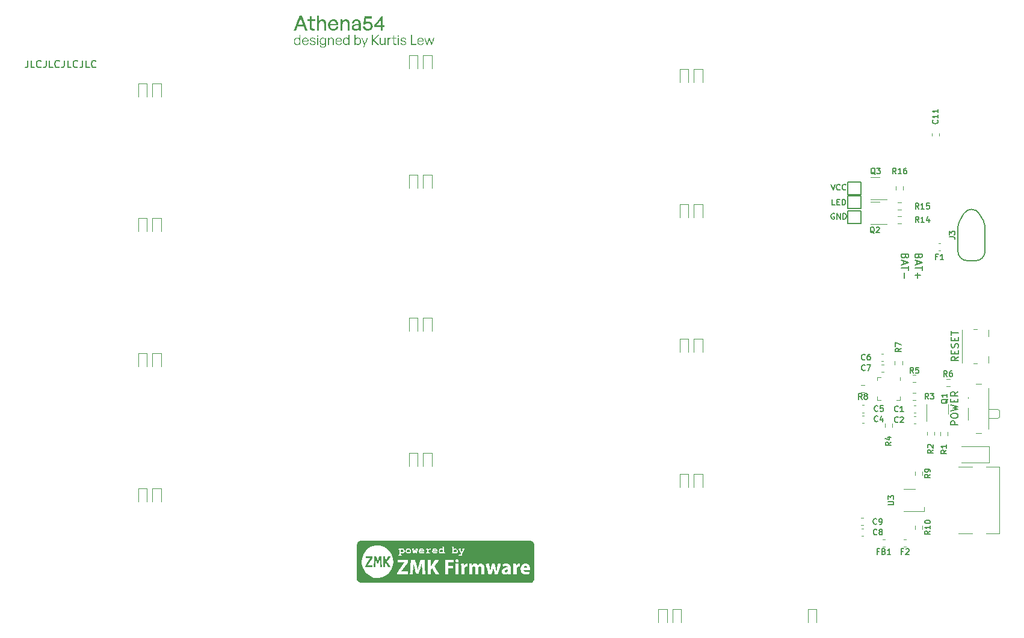
<source format=gbr>
%TF.GenerationSoftware,KiCad,Pcbnew,(6.0.4)*%
%TF.CreationDate,2022-07-04T12:48:59-07:00*%
%TF.ProjectId,Athena54,41746865-6e61-4353-942e-6b696361645f,v1.0.0*%
%TF.SameCoordinates,Original*%
%TF.FileFunction,Legend,Top*%
%TF.FilePolarity,Positive*%
%FSLAX46Y46*%
G04 Gerber Fmt 4.6, Leading zero omitted, Abs format (unit mm)*
G04 Created by KiCad (PCBNEW (6.0.4)) date 2022-07-04 12:48:59*
%MOMM*%
%LPD*%
G01*
G04 APERTURE LIST*
%ADD10C,0.200000*%
%ADD11C,0.150000*%
%ADD12C,0.120000*%
G04 APERTURE END LIST*
D10*
X-7621190Y6972619D02*
X-7621190Y6258333D01*
X-7668809Y6115476D01*
X-7764047Y6020238D01*
X-7906904Y5972619D01*
X-8002142Y5972619D01*
X-6668809Y5972619D02*
X-7145000Y5972619D01*
X-7145000Y6972619D01*
X-5764047Y6067857D02*
X-5811666Y6020238D01*
X-5954523Y5972619D01*
X-6049761Y5972619D01*
X-6192619Y6020238D01*
X-6287857Y6115476D01*
X-6335476Y6210714D01*
X-6383095Y6401190D01*
X-6383095Y6544047D01*
X-6335476Y6734523D01*
X-6287857Y6829761D01*
X-6192619Y6925000D01*
X-6049761Y6972619D01*
X-5954523Y6972619D01*
X-5811666Y6925000D01*
X-5764047Y6877380D01*
X-5049761Y6972619D02*
X-5049761Y6258333D01*
X-5097380Y6115476D01*
X-5192619Y6020238D01*
X-5335476Y5972619D01*
X-5430714Y5972619D01*
X-4097380Y5972619D02*
X-4573571Y5972619D01*
X-4573571Y6972619D01*
X-3192619Y6067857D02*
X-3240238Y6020238D01*
X-3383095Y5972619D01*
X-3478333Y5972619D01*
X-3621190Y6020238D01*
X-3716428Y6115476D01*
X-3764047Y6210714D01*
X-3811666Y6401190D01*
X-3811666Y6544047D01*
X-3764047Y6734523D01*
X-3716428Y6829761D01*
X-3621190Y6925000D01*
X-3478333Y6972619D01*
X-3383095Y6972619D01*
X-3240238Y6925000D01*
X-3192619Y6877380D01*
X-2478333Y6972619D02*
X-2478333Y6258333D01*
X-2525952Y6115476D01*
X-2621190Y6020238D01*
X-2764047Y5972619D01*
X-2859285Y5972619D01*
X-1525952Y5972619D02*
X-2002142Y5972619D01*
X-2002142Y6972619D01*
X-621190Y6067857D02*
X-668809Y6020238D01*
X-811666Y5972619D01*
X-906904Y5972619D01*
X-1049761Y6020238D01*
X-1145000Y6115476D01*
X-1192619Y6210714D01*
X-1240238Y6401190D01*
X-1240238Y6544047D01*
X-1192619Y6734523D01*
X-1145000Y6829761D01*
X-1049761Y6925000D01*
X-906904Y6972619D01*
X-811666Y6972619D01*
X-668809Y6925000D01*
X-621190Y6877380D01*
X93095Y6972619D02*
X93095Y6258333D01*
X45476Y6115476D01*
X-49761Y6020238D01*
X-192619Y5972619D01*
X-287857Y5972619D01*
X1045476Y5972619D02*
X569285Y5972619D01*
X569285Y6972619D01*
X1950238Y6067857D02*
X1902619Y6020238D01*
X1759761Y5972619D01*
X1664523Y5972619D01*
X1521666Y6020238D01*
X1426428Y6115476D01*
X1378809Y6210714D01*
X1331190Y6401190D01*
X1331190Y6544047D01*
X1378809Y6734523D01*
X1426428Y6829761D01*
X1521666Y6925000D01*
X1664523Y6972619D01*
X1759761Y6972619D01*
X1902619Y6925000D01*
X1950238Y6877380D01*
D11*
%TO.C,C6*%
X110191666Y-35160714D02*
X110153571Y-35198809D01*
X110039285Y-35236904D01*
X109963095Y-35236904D01*
X109848809Y-35198809D01*
X109772619Y-35122619D01*
X109734523Y-35046428D01*
X109696428Y-34894047D01*
X109696428Y-34779761D01*
X109734523Y-34627380D01*
X109772619Y-34551190D01*
X109848809Y-34475000D01*
X109963095Y-34436904D01*
X110039285Y-34436904D01*
X110153571Y-34475000D01*
X110191666Y-34513095D01*
X110877380Y-34436904D02*
X110725000Y-34436904D01*
X110648809Y-34475000D01*
X110610714Y-34513095D01*
X110534523Y-34627380D01*
X110496428Y-34779761D01*
X110496428Y-35084523D01*
X110534523Y-35160714D01*
X110572619Y-35198809D01*
X110648809Y-35236904D01*
X110801190Y-35236904D01*
X110877380Y-35198809D01*
X110915476Y-35160714D01*
X110953571Y-35084523D01*
X110953571Y-34894047D01*
X110915476Y-34817857D01*
X110877380Y-34779761D01*
X110801190Y-34741666D01*
X110648809Y-34741666D01*
X110572619Y-34779761D01*
X110534523Y-34817857D01*
X110496428Y-34894047D01*
%TO.C,R3*%
X119116666Y-40736904D02*
X118850000Y-40355952D01*
X118659523Y-40736904D02*
X118659523Y-39936904D01*
X118964285Y-39936904D01*
X119040476Y-39975000D01*
X119078571Y-40013095D01*
X119116666Y-40089285D01*
X119116666Y-40203571D01*
X119078571Y-40279761D01*
X119040476Y-40317857D01*
X118964285Y-40355952D01*
X118659523Y-40355952D01*
X119383333Y-39936904D02*
X119878571Y-39936904D01*
X119611904Y-40241666D01*
X119726190Y-40241666D01*
X119802380Y-40279761D01*
X119840476Y-40317857D01*
X119878571Y-40394047D01*
X119878571Y-40584523D01*
X119840476Y-40660714D01*
X119802380Y-40698809D01*
X119726190Y-40736904D01*
X119497619Y-40736904D01*
X119421428Y-40698809D01*
X119383333Y-40660714D01*
%TO.C,FB1*%
X112158333Y-62217857D02*
X111891666Y-62217857D01*
X111891666Y-62636904D02*
X111891666Y-61836904D01*
X112272619Y-61836904D01*
X112844047Y-62217857D02*
X112958333Y-62255952D01*
X112996428Y-62294047D01*
X113034523Y-62370238D01*
X113034523Y-62484523D01*
X112996428Y-62560714D01*
X112958333Y-62598809D01*
X112882142Y-62636904D01*
X112577380Y-62636904D01*
X112577380Y-61836904D01*
X112844047Y-61836904D01*
X112920238Y-61875000D01*
X112958333Y-61913095D01*
X112996428Y-61989285D01*
X112996428Y-62065476D01*
X112958333Y-62141666D01*
X112920238Y-62179761D01*
X112844047Y-62217857D01*
X112577380Y-62217857D01*
X113796428Y-62636904D02*
X113339285Y-62636904D01*
X113567857Y-62636904D02*
X113567857Y-61836904D01*
X113491666Y-61951190D01*
X113415476Y-62027380D01*
X113339285Y-62065476D01*
D10*
%TO.C,J1*%
X117754928Y-20634857D02*
X117707309Y-20777714D01*
X117659690Y-20825333D01*
X117564452Y-20872952D01*
X117421595Y-20872952D01*
X117326357Y-20825333D01*
X117278738Y-20777714D01*
X117231119Y-20682476D01*
X117231119Y-20301523D01*
X118231119Y-20301523D01*
X118231119Y-20634857D01*
X118183500Y-20730095D01*
X118135880Y-20777714D01*
X118040642Y-20825333D01*
X117945404Y-20825333D01*
X117850166Y-20777714D01*
X117802547Y-20730095D01*
X117754928Y-20634857D01*
X117754928Y-20301523D01*
X117516833Y-21253904D02*
X117516833Y-21730095D01*
X117231119Y-21158666D02*
X118231119Y-21492000D01*
X117231119Y-21825333D01*
X118231119Y-22015809D02*
X118231119Y-22587238D01*
X117231119Y-22301523D02*
X118231119Y-22301523D01*
X117612071Y-22920571D02*
X117612071Y-23682476D01*
X117231119Y-23301523D02*
X117993023Y-23301523D01*
X115849928Y-20634857D02*
X115802309Y-20777714D01*
X115754690Y-20825333D01*
X115659452Y-20872952D01*
X115516595Y-20872952D01*
X115421357Y-20825333D01*
X115373738Y-20777714D01*
X115326119Y-20682476D01*
X115326119Y-20301523D01*
X116326119Y-20301523D01*
X116326119Y-20634857D01*
X116278500Y-20730095D01*
X116230880Y-20777714D01*
X116135642Y-20825333D01*
X116040404Y-20825333D01*
X115945166Y-20777714D01*
X115897547Y-20730095D01*
X115849928Y-20634857D01*
X115849928Y-20301523D01*
X115611833Y-21253904D02*
X115611833Y-21730095D01*
X115326119Y-21158666D02*
X116326119Y-21492000D01*
X115326119Y-21825333D01*
X116326119Y-22015809D02*
X116326119Y-22587238D01*
X115326119Y-22301523D02*
X116326119Y-22301523D01*
X115707071Y-22920571D02*
X115707071Y-23682476D01*
D11*
%TO.C,R14*%
X117760713Y-15836904D02*
X117494046Y-15455952D01*
X117303570Y-15836904D02*
X117303570Y-15036904D01*
X117608332Y-15036904D01*
X117684522Y-15075000D01*
X117722618Y-15113095D01*
X117760713Y-15189285D01*
X117760713Y-15303571D01*
X117722618Y-15379761D01*
X117684522Y-15417857D01*
X117608332Y-15455952D01*
X117303570Y-15455952D01*
X118522618Y-15836904D02*
X118065475Y-15836904D01*
X118294046Y-15836904D02*
X118294046Y-15036904D01*
X118217856Y-15151190D01*
X118141665Y-15227380D01*
X118065475Y-15265476D01*
X119208332Y-15303571D02*
X119208332Y-15836904D01*
X119017856Y-14998809D02*
X118827379Y-15570238D01*
X119322618Y-15570238D01*
%TO.C,F2*%
X115558333Y-62217857D02*
X115291666Y-62217857D01*
X115291666Y-62636904D02*
X115291666Y-61836904D01*
X115672619Y-61836904D01*
X115939285Y-61913095D02*
X115977380Y-61875000D01*
X116053571Y-61836904D01*
X116244047Y-61836904D01*
X116320238Y-61875000D01*
X116358333Y-61913095D01*
X116396428Y-61989285D01*
X116396428Y-62065476D01*
X116358333Y-62179761D01*
X115901190Y-62636904D01*
X116396428Y-62636904D01*
%TO.C,U3*%
X113436904Y-55634523D02*
X114084523Y-55634523D01*
X114160714Y-55596428D01*
X114198809Y-55558333D01*
X114236904Y-55482142D01*
X114236904Y-55329761D01*
X114198809Y-55253571D01*
X114160714Y-55215476D01*
X114084523Y-55177380D01*
X113436904Y-55177380D01*
X113436904Y-54872619D02*
X113436904Y-54377380D01*
X113741666Y-54644047D01*
X113741666Y-54529761D01*
X113779761Y-54453571D01*
X113817857Y-54415476D01*
X113894047Y-54377380D01*
X114084523Y-54377380D01*
X114160714Y-54415476D01*
X114198809Y-54453571D01*
X114236904Y-54529761D01*
X114236904Y-54758333D01*
X114198809Y-54834523D01*
X114160714Y-54872619D01*
%TO.C,J3*%
X122036904Y-17891666D02*
X122608333Y-17891666D01*
X122722619Y-17929761D01*
X122798809Y-18005952D01*
X122836904Y-18120238D01*
X122836904Y-18196428D01*
X122036904Y-17586904D02*
X122036904Y-17091666D01*
X122341666Y-17358333D01*
X122341666Y-17244047D01*
X122379761Y-17167857D01*
X122417857Y-17129761D01*
X122494047Y-17091666D01*
X122684523Y-17091666D01*
X122760714Y-17129761D01*
X122798809Y-17167857D01*
X122836904Y-17244047D01*
X122836904Y-17472619D01*
X122798809Y-17548809D01*
X122760714Y-17586904D01*
%TO.C,F1*%
X120408333Y-20697857D02*
X120141666Y-20697857D01*
X120141666Y-21116904D02*
X120141666Y-20316904D01*
X120522619Y-20316904D01*
X121246428Y-21116904D02*
X120789285Y-21116904D01*
X121017857Y-21116904D02*
X121017857Y-20316904D01*
X120941666Y-20431190D01*
X120865476Y-20507380D01*
X120789285Y-20545476D01*
%TO.C,R1*%
X121686904Y-47958333D02*
X121305952Y-48225000D01*
X121686904Y-48415476D02*
X120886904Y-48415476D01*
X120886904Y-48110714D01*
X120925000Y-48034523D01*
X120963095Y-47996428D01*
X121039285Y-47958333D01*
X121153571Y-47958333D01*
X121229761Y-47996428D01*
X121267857Y-48034523D01*
X121305952Y-48110714D01*
X121305952Y-48415476D01*
X121686904Y-47196428D02*
X121686904Y-47653571D01*
X121686904Y-47425000D02*
X120886904Y-47425000D01*
X121001190Y-47501190D01*
X121077380Y-47577380D01*
X121115476Y-47653571D01*
%TO.C,C8*%
X111866666Y-59810714D02*
X111828571Y-59848809D01*
X111714285Y-59886904D01*
X111638095Y-59886904D01*
X111523809Y-59848809D01*
X111447619Y-59772619D01*
X111409523Y-59696428D01*
X111371428Y-59544047D01*
X111371428Y-59429761D01*
X111409523Y-59277380D01*
X111447619Y-59201190D01*
X111523809Y-59125000D01*
X111638095Y-59086904D01*
X111714285Y-59086904D01*
X111828571Y-59125000D01*
X111866666Y-59163095D01*
X112323809Y-59429761D02*
X112247619Y-59391666D01*
X112209523Y-59353571D01*
X112171428Y-59277380D01*
X112171428Y-59239285D01*
X112209523Y-59163095D01*
X112247619Y-59125000D01*
X112323809Y-59086904D01*
X112476190Y-59086904D01*
X112552380Y-59125000D01*
X112590476Y-59163095D01*
X112628571Y-59239285D01*
X112628571Y-59277380D01*
X112590476Y-59353571D01*
X112552380Y-59391666D01*
X112476190Y-59429761D01*
X112323809Y-59429761D01*
X112247619Y-59467857D01*
X112209523Y-59505952D01*
X112171428Y-59582142D01*
X112171428Y-59734523D01*
X112209523Y-59810714D01*
X112247619Y-59848809D01*
X112323809Y-59886904D01*
X112476190Y-59886904D01*
X112552380Y-59848809D01*
X112590476Y-59810714D01*
X112628571Y-59734523D01*
X112628571Y-59582142D01*
X112590476Y-59505952D01*
X112552380Y-59467857D01*
X112476190Y-59429761D01*
%TO.C,R7*%
X115286904Y-33608333D02*
X114905952Y-33875000D01*
X115286904Y-34065476D02*
X114486904Y-34065476D01*
X114486904Y-33760714D01*
X114525000Y-33684523D01*
X114563095Y-33646428D01*
X114639285Y-33608333D01*
X114753571Y-33608333D01*
X114829761Y-33646428D01*
X114867857Y-33684523D01*
X114905952Y-33760714D01*
X114905952Y-34065476D01*
X114486904Y-33341666D02*
X114486904Y-32808333D01*
X115286904Y-33151190D01*
%TO.C,C5*%
X111991666Y-42410714D02*
X111953571Y-42448809D01*
X111839285Y-42486904D01*
X111763095Y-42486904D01*
X111648809Y-42448809D01*
X111572619Y-42372619D01*
X111534523Y-42296428D01*
X111496428Y-42144047D01*
X111496428Y-42029761D01*
X111534523Y-41877380D01*
X111572619Y-41801190D01*
X111648809Y-41725000D01*
X111763095Y-41686904D01*
X111839285Y-41686904D01*
X111953571Y-41725000D01*
X111991666Y-41763095D01*
X112715476Y-41686904D02*
X112334523Y-41686904D01*
X112296428Y-42067857D01*
X112334523Y-42029761D01*
X112410714Y-41991666D01*
X112601190Y-41991666D01*
X112677380Y-42029761D01*
X112715476Y-42067857D01*
X112753571Y-42144047D01*
X112753571Y-42334523D01*
X112715476Y-42410714D01*
X112677380Y-42448809D01*
X112601190Y-42486904D01*
X112410714Y-42486904D01*
X112334523Y-42448809D01*
X112296428Y-42410714D01*
%TO.C,C2*%
X114841666Y-43960714D02*
X114803571Y-43998809D01*
X114689285Y-44036904D01*
X114613095Y-44036904D01*
X114498809Y-43998809D01*
X114422619Y-43922619D01*
X114384523Y-43846428D01*
X114346428Y-43694047D01*
X114346428Y-43579761D01*
X114384523Y-43427380D01*
X114422619Y-43351190D01*
X114498809Y-43275000D01*
X114613095Y-43236904D01*
X114689285Y-43236904D01*
X114803571Y-43275000D01*
X114841666Y-43313095D01*
X115146428Y-43313095D02*
X115184523Y-43275000D01*
X115260714Y-43236904D01*
X115451190Y-43236904D01*
X115527380Y-43275000D01*
X115565476Y-43313095D01*
X115603571Y-43389285D01*
X115603571Y-43465476D01*
X115565476Y-43579761D01*
X115108333Y-44036904D01*
X115603571Y-44036904D01*
%TO.C,C7*%
X110191666Y-36660714D02*
X110153571Y-36698809D01*
X110039285Y-36736904D01*
X109963095Y-36736904D01*
X109848809Y-36698809D01*
X109772619Y-36622619D01*
X109734523Y-36546428D01*
X109696428Y-36394047D01*
X109696428Y-36279761D01*
X109734523Y-36127380D01*
X109772619Y-36051190D01*
X109848809Y-35975000D01*
X109963095Y-35936904D01*
X110039285Y-35936904D01*
X110153571Y-35975000D01*
X110191666Y-36013095D01*
X110458333Y-35936904D02*
X110991666Y-35936904D01*
X110648809Y-36736904D01*
%TO.C,SW1*%
X123277379Y-44384523D02*
X122277379Y-44384523D01*
X122277379Y-44003571D01*
X122324999Y-43908333D01*
X122372618Y-43860714D01*
X122467856Y-43813095D01*
X122610713Y-43813095D01*
X122705951Y-43860714D01*
X122753570Y-43908333D01*
X122801189Y-44003571D01*
X122801189Y-44384523D01*
X122277379Y-43194047D02*
X122277379Y-43003571D01*
X122324999Y-42908333D01*
X122420237Y-42813095D01*
X122610713Y-42765476D01*
X122944046Y-42765476D01*
X123134522Y-42813095D01*
X123229760Y-42908333D01*
X123277379Y-43003571D01*
X123277379Y-43194047D01*
X123229760Y-43289285D01*
X123134522Y-43384523D01*
X122944046Y-43432142D01*
X122610713Y-43432142D01*
X122420237Y-43384523D01*
X122324999Y-43289285D01*
X122277379Y-43194047D01*
X122277379Y-42432142D02*
X123277379Y-42194047D01*
X122563094Y-42003571D01*
X123277379Y-41813095D01*
X122277379Y-41575000D01*
X122753570Y-41194047D02*
X122753570Y-40860714D01*
X123277379Y-40717857D02*
X123277379Y-41194047D01*
X122277379Y-41194047D01*
X122277379Y-40717857D01*
X123277379Y-39717857D02*
X122801189Y-40051190D01*
X123277379Y-40289285D02*
X122277379Y-40289285D01*
X122277379Y-39908333D01*
X122324999Y-39813095D01*
X122372618Y-39765476D01*
X122467856Y-39717857D01*
X122610713Y-39717857D01*
X122705951Y-39765476D01*
X122753570Y-39813095D01*
X122801189Y-39908333D01*
X122801189Y-40289285D01*
%TO.C,R4*%
X113886904Y-46808333D02*
X113505952Y-47075000D01*
X113886904Y-47265476D02*
X113086904Y-47265476D01*
X113086904Y-46960714D01*
X113125000Y-46884523D01*
X113163095Y-46846428D01*
X113239285Y-46808333D01*
X113353571Y-46808333D01*
X113429761Y-46846428D01*
X113467857Y-46884523D01*
X113505952Y-46960714D01*
X113505952Y-47265476D01*
X113353571Y-46122619D02*
X113886904Y-46122619D01*
X113048809Y-46313095D02*
X113620238Y-46503571D01*
X113620238Y-46008333D01*
%TO.C,R15*%
X117760713Y-13936904D02*
X117494046Y-13555952D01*
X117303570Y-13936904D02*
X117303570Y-13136904D01*
X117608332Y-13136904D01*
X117684522Y-13175000D01*
X117722618Y-13213095D01*
X117760713Y-13289285D01*
X117760713Y-13403571D01*
X117722618Y-13479761D01*
X117684522Y-13517857D01*
X117608332Y-13555952D01*
X117303570Y-13555952D01*
X118522618Y-13936904D02*
X118065475Y-13936904D01*
X118294046Y-13936904D02*
X118294046Y-13136904D01*
X118217856Y-13251190D01*
X118141665Y-13327380D01*
X118065475Y-13365476D01*
X119246427Y-13136904D02*
X118865475Y-13136904D01*
X118827379Y-13517857D01*
X118865475Y-13479761D01*
X118941665Y-13441666D01*
X119132141Y-13441666D01*
X119208332Y-13479761D01*
X119246427Y-13517857D01*
X119284522Y-13594047D01*
X119284522Y-13784523D01*
X119246427Y-13860714D01*
X119208332Y-13898809D01*
X119132141Y-13936904D01*
X118941665Y-13936904D01*
X118865475Y-13898809D01*
X118827379Y-13860714D01*
%TO.C,Q1*%
X121813094Y-40751190D02*
X121774999Y-40827380D01*
X121698808Y-40903571D01*
X121584522Y-41017857D01*
X121546427Y-41094047D01*
X121546427Y-41170238D01*
X121736903Y-41132142D02*
X121698808Y-41208333D01*
X121622618Y-41284523D01*
X121470237Y-41322619D01*
X121203570Y-41322619D01*
X121051189Y-41284523D01*
X120974999Y-41208333D01*
X120936903Y-41132142D01*
X120936903Y-40979761D01*
X120974999Y-40903571D01*
X121051189Y-40827380D01*
X121203570Y-40789285D01*
X121470237Y-40789285D01*
X121622618Y-40827380D01*
X121698808Y-40903571D01*
X121736903Y-40979761D01*
X121736903Y-41132142D01*
X121736903Y-40027380D02*
X121736903Y-40484523D01*
X121736903Y-40255952D02*
X120936903Y-40255952D01*
X121051189Y-40332142D01*
X121127379Y-40408333D01*
X121165475Y-40484523D01*
%TO.C,R16*%
X114560713Y-8986904D02*
X114294046Y-8605952D01*
X114103570Y-8986904D02*
X114103570Y-8186904D01*
X114408332Y-8186904D01*
X114484522Y-8225000D01*
X114522618Y-8263095D01*
X114560713Y-8339285D01*
X114560713Y-8453571D01*
X114522618Y-8529761D01*
X114484522Y-8567857D01*
X114408332Y-8605952D01*
X114103570Y-8605952D01*
X115322618Y-8986904D02*
X114865475Y-8986904D01*
X115094046Y-8986904D02*
X115094046Y-8186904D01*
X115017856Y-8301190D01*
X114941665Y-8377380D01*
X114865475Y-8415476D01*
X116008332Y-8186904D02*
X115855951Y-8186904D01*
X115779760Y-8225000D01*
X115741665Y-8263095D01*
X115665475Y-8377380D01*
X115627379Y-8529761D01*
X115627379Y-8834523D01*
X115665475Y-8910714D01*
X115703570Y-8948809D01*
X115779760Y-8986904D01*
X115932141Y-8986904D01*
X116008332Y-8948809D01*
X116046427Y-8910714D01*
X116084522Y-8834523D01*
X116084522Y-8644047D01*
X116046427Y-8567857D01*
X116008332Y-8529761D01*
X115932141Y-8491666D01*
X115779760Y-8491666D01*
X115703570Y-8529761D01*
X115665475Y-8567857D01*
X115627379Y-8644047D01*
%TO.C,C1*%
X114841666Y-42460714D02*
X114803571Y-42498809D01*
X114689285Y-42536904D01*
X114613095Y-42536904D01*
X114498809Y-42498809D01*
X114422619Y-42422619D01*
X114384523Y-42346428D01*
X114346428Y-42194047D01*
X114346428Y-42079761D01*
X114384523Y-41927380D01*
X114422619Y-41851190D01*
X114498809Y-41775000D01*
X114613095Y-41736904D01*
X114689285Y-41736904D01*
X114803571Y-41775000D01*
X114841666Y-41813095D01*
X115603571Y-42536904D02*
X115146428Y-42536904D01*
X115375000Y-42536904D02*
X115375000Y-41736904D01*
X115298809Y-41851190D01*
X115222619Y-41927380D01*
X115146428Y-41965476D01*
%TO.C,C11*%
X120410714Y-1439285D02*
X120448809Y-1477380D01*
X120486904Y-1591666D01*
X120486904Y-1667857D01*
X120448809Y-1782142D01*
X120372619Y-1858333D01*
X120296428Y-1896428D01*
X120144047Y-1934523D01*
X120029761Y-1934523D01*
X119877380Y-1896428D01*
X119801190Y-1858333D01*
X119725000Y-1782142D01*
X119686904Y-1667857D01*
X119686904Y-1591666D01*
X119725000Y-1477380D01*
X119763095Y-1439285D01*
X120486904Y-677380D02*
X120486904Y-1134523D01*
X120486904Y-905952D02*
X119686904Y-905952D01*
X119801190Y-982142D01*
X119877380Y-1058333D01*
X119915476Y-1134523D01*
X120486904Y84523D02*
X120486904Y-372619D01*
X120486904Y-144047D02*
X119686904Y-144047D01*
X119801190Y-220238D01*
X119877380Y-296428D01*
X119915476Y-372619D01*
%TO.C,R5*%
X116991666Y-37086904D02*
X116725000Y-36705952D01*
X116534523Y-37086904D02*
X116534523Y-36286904D01*
X116839285Y-36286904D01*
X116915476Y-36325000D01*
X116953571Y-36363095D01*
X116991666Y-36439285D01*
X116991666Y-36553571D01*
X116953571Y-36629761D01*
X116915476Y-36667857D01*
X116839285Y-36705952D01*
X116534523Y-36705952D01*
X117715476Y-36286904D02*
X117334523Y-36286904D01*
X117296428Y-36667857D01*
X117334523Y-36629761D01*
X117410714Y-36591666D01*
X117601190Y-36591666D01*
X117677380Y-36629761D01*
X117715476Y-36667857D01*
X117753571Y-36744047D01*
X117753571Y-36934523D01*
X117715476Y-37010714D01*
X117677380Y-37048809D01*
X117601190Y-37086904D01*
X117410714Y-37086904D01*
X117334523Y-37048809D01*
X117296428Y-37010714D01*
%TO.C,Q3*%
X111617559Y-9063095D02*
X111541369Y-9025000D01*
X111465178Y-8948809D01*
X111350892Y-8834523D01*
X111274702Y-8796428D01*
X111198511Y-8796428D01*
X111236607Y-8986904D02*
X111160416Y-8948809D01*
X111084226Y-8872619D01*
X111046130Y-8720238D01*
X111046130Y-8453571D01*
X111084226Y-8301190D01*
X111160416Y-8225000D01*
X111236607Y-8186904D01*
X111388988Y-8186904D01*
X111465178Y-8225000D01*
X111541369Y-8301190D01*
X111579464Y-8453571D01*
X111579464Y-8720238D01*
X111541369Y-8872619D01*
X111465178Y-8948809D01*
X111388988Y-8986904D01*
X111236607Y-8986904D01*
X111846130Y-8186904D02*
X112341369Y-8186904D01*
X112074702Y-8491666D01*
X112188988Y-8491666D01*
X112265178Y-8529761D01*
X112303273Y-8567857D01*
X112341369Y-8644047D01*
X112341369Y-8834523D01*
X112303273Y-8910714D01*
X112265178Y-8948809D01*
X112188988Y-8986904D01*
X111960416Y-8986904D01*
X111884226Y-8948809D01*
X111846130Y-8910714D01*
%TO.C,SW29*%
X123327379Y-34777380D02*
X122851189Y-35110714D01*
X123327379Y-35348809D02*
X122327379Y-35348809D01*
X122327379Y-34967857D01*
X122374999Y-34872619D01*
X122422618Y-34825000D01*
X122517856Y-34777380D01*
X122660713Y-34777380D01*
X122755951Y-34825000D01*
X122803570Y-34872619D01*
X122851189Y-34967857D01*
X122851189Y-35348809D01*
X122803570Y-34348809D02*
X122803570Y-34015476D01*
X123327379Y-33872619D02*
X123327379Y-34348809D01*
X122327379Y-34348809D01*
X122327379Y-33872619D01*
X123279760Y-33491666D02*
X123327379Y-33348809D01*
X123327379Y-33110714D01*
X123279760Y-33015476D01*
X123232141Y-32967857D01*
X123136903Y-32920238D01*
X123041665Y-32920238D01*
X122946427Y-32967857D01*
X122898808Y-33015476D01*
X122851189Y-33110714D01*
X122803570Y-33301190D01*
X122755951Y-33396428D01*
X122708332Y-33444047D01*
X122613094Y-33491666D01*
X122517856Y-33491666D01*
X122422618Y-33444047D01*
X122374999Y-33396428D01*
X122327379Y-33301190D01*
X122327379Y-33063095D01*
X122374999Y-32920238D01*
X122803570Y-32491666D02*
X122803570Y-32158333D01*
X123327379Y-32015476D02*
X123327379Y-32491666D01*
X122327379Y-32491666D01*
X122327379Y-32015476D01*
X122327379Y-31729761D02*
X122327379Y-31158333D01*
X123327379Y-31444047D02*
X122327379Y-31444047D01*
%TO.C,R8*%
X109766666Y-40786904D02*
X109500000Y-40405952D01*
X109309523Y-40786904D02*
X109309523Y-39986904D01*
X109614285Y-39986904D01*
X109690476Y-40025000D01*
X109728571Y-40063095D01*
X109766666Y-40139285D01*
X109766666Y-40253571D01*
X109728571Y-40329761D01*
X109690476Y-40367857D01*
X109614285Y-40405952D01*
X109309523Y-40405952D01*
X110223809Y-40329761D02*
X110147619Y-40291666D01*
X110109523Y-40253571D01*
X110071428Y-40177380D01*
X110071428Y-40139285D01*
X110109523Y-40063095D01*
X110147619Y-40025000D01*
X110223809Y-39986904D01*
X110376190Y-39986904D01*
X110452380Y-40025000D01*
X110490476Y-40063095D01*
X110528571Y-40139285D01*
X110528571Y-40177380D01*
X110490476Y-40253571D01*
X110452380Y-40291666D01*
X110376190Y-40329761D01*
X110223809Y-40329761D01*
X110147619Y-40367857D01*
X110109523Y-40405952D01*
X110071428Y-40482142D01*
X110071428Y-40634523D01*
X110109523Y-40710714D01*
X110147619Y-40748809D01*
X110223809Y-40786904D01*
X110376190Y-40786904D01*
X110452380Y-40748809D01*
X110490476Y-40710714D01*
X110528571Y-40634523D01*
X110528571Y-40482142D01*
X110490476Y-40405952D01*
X110452380Y-40367857D01*
X110376190Y-40329761D01*
%TO.C,C9*%
X111841666Y-58310714D02*
X111803571Y-58348809D01*
X111689285Y-58386904D01*
X111613095Y-58386904D01*
X111498809Y-58348809D01*
X111422619Y-58272619D01*
X111384523Y-58196428D01*
X111346428Y-58044047D01*
X111346428Y-57929761D01*
X111384523Y-57777380D01*
X111422619Y-57701190D01*
X111498809Y-57625000D01*
X111613095Y-57586904D01*
X111689285Y-57586904D01*
X111803571Y-57625000D01*
X111841666Y-57663095D01*
X112222619Y-58386904D02*
X112375000Y-58386904D01*
X112451190Y-58348809D01*
X112489285Y-58310714D01*
X112565476Y-58196428D01*
X112603571Y-58044047D01*
X112603571Y-57739285D01*
X112565476Y-57663095D01*
X112527380Y-57625000D01*
X112451190Y-57586904D01*
X112298809Y-57586904D01*
X112222619Y-57625000D01*
X112184523Y-57663095D01*
X112146428Y-57739285D01*
X112146428Y-57929761D01*
X112184523Y-58005952D01*
X112222619Y-58044047D01*
X112298809Y-58082142D01*
X112451190Y-58082142D01*
X112527380Y-58044047D01*
X112565476Y-58005952D01*
X112603571Y-57929761D01*
%TO.C,Q2*%
X111517559Y-17363095D02*
X111441369Y-17325000D01*
X111365178Y-17248809D01*
X111250892Y-17134523D01*
X111174702Y-17096428D01*
X111098511Y-17096428D01*
X111136607Y-17286904D02*
X111060416Y-17248809D01*
X110984226Y-17172619D01*
X110946130Y-17020238D01*
X110946130Y-16753571D01*
X110984226Y-16601190D01*
X111060416Y-16525000D01*
X111136607Y-16486904D01*
X111288988Y-16486904D01*
X111365178Y-16525000D01*
X111441369Y-16601190D01*
X111479464Y-16753571D01*
X111479464Y-17020238D01*
X111441369Y-17172619D01*
X111365178Y-17248809D01*
X111288988Y-17286904D01*
X111136607Y-17286904D01*
X111784226Y-16563095D02*
X111822321Y-16525000D01*
X111898511Y-16486904D01*
X112088988Y-16486904D01*
X112165178Y-16525000D01*
X112203273Y-16563095D01*
X112241369Y-16639285D01*
X112241369Y-16715476D01*
X112203273Y-16829761D01*
X111746130Y-17286904D01*
X112241369Y-17286904D01*
%TO.C,R9*%
X119386904Y-51358333D02*
X119005952Y-51625000D01*
X119386904Y-51815476D02*
X118586904Y-51815476D01*
X118586904Y-51510714D01*
X118625000Y-51434523D01*
X118663095Y-51396428D01*
X118739285Y-51358333D01*
X118853571Y-51358333D01*
X118929761Y-51396428D01*
X118967857Y-51434523D01*
X119005952Y-51510714D01*
X119005952Y-51815476D01*
X119386904Y-50977380D02*
X119386904Y-50825000D01*
X119348809Y-50748809D01*
X119310714Y-50710714D01*
X119196428Y-50634523D01*
X119044047Y-50596428D01*
X118739285Y-50596428D01*
X118663095Y-50634523D01*
X118625000Y-50672619D01*
X118586904Y-50748809D01*
X118586904Y-50901190D01*
X118625000Y-50977380D01*
X118663095Y-51015476D01*
X118739285Y-51053571D01*
X118929761Y-51053571D01*
X119005952Y-51015476D01*
X119044047Y-50977380D01*
X119082142Y-50901190D01*
X119082142Y-50748809D01*
X119044047Y-50672619D01*
X119005952Y-50634523D01*
X118929761Y-50596428D01*
%TO.C,R6*%
X121741666Y-37586904D02*
X121475000Y-37205952D01*
X121284523Y-37586904D02*
X121284523Y-36786904D01*
X121589285Y-36786904D01*
X121665476Y-36825000D01*
X121703571Y-36863095D01*
X121741666Y-36939285D01*
X121741666Y-37053571D01*
X121703571Y-37129761D01*
X121665476Y-37167857D01*
X121589285Y-37205952D01*
X121284523Y-37205952D01*
X122427380Y-36786904D02*
X122275000Y-36786904D01*
X122198809Y-36825000D01*
X122160714Y-36863095D01*
X122084523Y-36977380D01*
X122046428Y-37129761D01*
X122046428Y-37434523D01*
X122084523Y-37510714D01*
X122122619Y-37548809D01*
X122198809Y-37586904D01*
X122351190Y-37586904D01*
X122427380Y-37548809D01*
X122465476Y-37510714D01*
X122503571Y-37434523D01*
X122503571Y-37244047D01*
X122465476Y-37167857D01*
X122427380Y-37129761D01*
X122351190Y-37091666D01*
X122198809Y-37091666D01*
X122122619Y-37129761D01*
X122084523Y-37167857D01*
X122046428Y-37244047D01*
%TO.C,R2*%
X119786904Y-47908333D02*
X119405952Y-48175000D01*
X119786904Y-48365476D02*
X118986904Y-48365476D01*
X118986904Y-48060714D01*
X119025000Y-47984523D01*
X119063095Y-47946428D01*
X119139285Y-47908333D01*
X119253571Y-47908333D01*
X119329761Y-47946428D01*
X119367857Y-47984523D01*
X119405952Y-48060714D01*
X119405952Y-48365476D01*
X119063095Y-47603571D02*
X119025000Y-47565476D01*
X118986904Y-47489285D01*
X118986904Y-47298809D01*
X119025000Y-47222619D01*
X119063095Y-47184523D01*
X119139285Y-47146428D01*
X119215476Y-47146428D01*
X119329761Y-47184523D01*
X119786904Y-47641666D01*
X119786904Y-47146428D01*
%TO.C,J4*%
X105427083Y-10486904D02*
X105693750Y-11286904D01*
X105960416Y-10486904D01*
X106684226Y-11210714D02*
X106646130Y-11248809D01*
X106531845Y-11286904D01*
X106455654Y-11286904D01*
X106341369Y-11248809D01*
X106265178Y-11172619D01*
X106227083Y-11096428D01*
X106188988Y-10944047D01*
X106188988Y-10829761D01*
X106227083Y-10677380D01*
X106265178Y-10601190D01*
X106341369Y-10525000D01*
X106455654Y-10486904D01*
X106531845Y-10486904D01*
X106646130Y-10525000D01*
X106684226Y-10563095D01*
X107484226Y-11210714D02*
X107446130Y-11248809D01*
X107331845Y-11286904D01*
X107255654Y-11286904D01*
X107141369Y-11248809D01*
X107065178Y-11172619D01*
X107027083Y-11096428D01*
X106988988Y-10944047D01*
X106988988Y-10829761D01*
X107027083Y-10677380D01*
X107065178Y-10601190D01*
X107141369Y-10525000D01*
X107255654Y-10486904D01*
X107331845Y-10486904D01*
X107446130Y-10525000D01*
X107484226Y-10563095D01*
X105979464Y-13386904D02*
X105598511Y-13386904D01*
X105598511Y-12586904D01*
X106246130Y-12967857D02*
X106512797Y-12967857D01*
X106627083Y-13386904D02*
X106246130Y-13386904D01*
X106246130Y-12586904D01*
X106627083Y-12586904D01*
X106969940Y-13386904D02*
X106969940Y-12586904D01*
X107160416Y-12586904D01*
X107274702Y-12625000D01*
X107350892Y-12701190D01*
X107388988Y-12777380D01*
X107427083Y-12929761D01*
X107427083Y-13044047D01*
X107388988Y-13196428D01*
X107350892Y-13272619D01*
X107274702Y-13348809D01*
X107160416Y-13386904D01*
X106969940Y-13386904D01*
X105884226Y-14625000D02*
X105808035Y-14586904D01*
X105693750Y-14586904D01*
X105579464Y-14625000D01*
X105503273Y-14701190D01*
X105465178Y-14777380D01*
X105427083Y-14929761D01*
X105427083Y-15044047D01*
X105465178Y-15196428D01*
X105503273Y-15272619D01*
X105579464Y-15348809D01*
X105693750Y-15386904D01*
X105769940Y-15386904D01*
X105884226Y-15348809D01*
X105922321Y-15310714D01*
X105922321Y-15044047D01*
X105769940Y-15044047D01*
X106265178Y-15386904D02*
X106265178Y-14586904D01*
X106722321Y-15386904D01*
X106722321Y-14586904D01*
X107103273Y-15386904D02*
X107103273Y-14586904D01*
X107293750Y-14586904D01*
X107408035Y-14625000D01*
X107484226Y-14701190D01*
X107522321Y-14777380D01*
X107560416Y-14929761D01*
X107560416Y-15044047D01*
X107522321Y-15196428D01*
X107484226Y-15272619D01*
X107408035Y-15348809D01*
X107293750Y-15386904D01*
X107103273Y-15386904D01*
%TO.C,C4*%
X111991666Y-43860714D02*
X111953571Y-43898809D01*
X111839285Y-43936904D01*
X111763095Y-43936904D01*
X111648809Y-43898809D01*
X111572619Y-43822619D01*
X111534523Y-43746428D01*
X111496428Y-43594047D01*
X111496428Y-43479761D01*
X111534523Y-43327380D01*
X111572619Y-43251190D01*
X111648809Y-43175000D01*
X111763095Y-43136904D01*
X111839285Y-43136904D01*
X111953571Y-43175000D01*
X111991666Y-43213095D01*
X112677380Y-43403571D02*
X112677380Y-43936904D01*
X112486904Y-43098809D02*
X112296428Y-43670238D01*
X112791666Y-43670238D01*
%TO.C,R10*%
X119386904Y-59339285D02*
X119005952Y-59605952D01*
X119386904Y-59796428D02*
X118586904Y-59796428D01*
X118586904Y-59491666D01*
X118625000Y-59415476D01*
X118663095Y-59377380D01*
X118739285Y-59339285D01*
X118853571Y-59339285D01*
X118929761Y-59377380D01*
X118967857Y-59415476D01*
X119005952Y-59491666D01*
X119005952Y-59796428D01*
X119386904Y-58577380D02*
X119386904Y-59034523D01*
X119386904Y-58805952D02*
X118586904Y-58805952D01*
X118701190Y-58882142D01*
X118777380Y-58958333D01*
X118815476Y-59034523D01*
X118586904Y-58082142D02*
X118586904Y-58005952D01*
X118625000Y-57929761D01*
X118663095Y-57891666D01*
X118739285Y-57853571D01*
X118891666Y-57815476D01*
X119082142Y-57815476D01*
X119234523Y-57853571D01*
X119310714Y-57891666D01*
X119348809Y-57929761D01*
X119386904Y-58005952D01*
X119386904Y-58082142D01*
X119348809Y-58158333D01*
X119310714Y-58196428D01*
X119234523Y-58234523D01*
X119082142Y-58272619D01*
X118891666Y-58272619D01*
X118739285Y-58234523D01*
X118663095Y-58196428D01*
X118625000Y-58158333D01*
X118586904Y-58082142D01*
D12*
%TO.C,C6*%
X112790580Y-35385000D02*
X112509420Y-35385000D01*
X112790580Y-34365000D02*
X112509420Y-34365000D01*
%TO.C,D21*%
X84125000Y-15125000D02*
X84125000Y-13275000D01*
X85325000Y-13275000D02*
X84125000Y-13275000D01*
X85325000Y-15125000D02*
X85325000Y-13275000D01*
%TO.C,R3*%
X117362258Y-40897500D02*
X116887742Y-40897500D01*
X117362258Y-39852500D02*
X116887742Y-39852500D01*
%TO.C,FB1*%
X112987779Y-61535000D02*
X112662221Y-61535000D01*
X112987779Y-60515000D02*
X112662221Y-60515000D01*
%TO.C,D8*%
X9925000Y-17125000D02*
X9925000Y-15275000D01*
X11125000Y-17125000D02*
X11125000Y-15275000D01*
X11125000Y-15275000D02*
X9925000Y-15275000D01*
%TO.C,R14*%
X115262257Y-14952500D02*
X114787741Y-14952500D01*
X115262257Y-15997500D02*
X114787741Y-15997500D01*
%TO.C,F2*%
X115987779Y-61535000D02*
X115662221Y-61535000D01*
X115987779Y-60515000D02*
X115662221Y-60515000D01*
%TO.C,U3*%
X118550000Y-56585000D02*
X115650000Y-56585000D01*
X116450000Y-53465000D02*
X117250000Y-53465000D01*
X118550000Y-55975000D02*
X118550000Y-56585000D01*
X116450000Y-53465000D02*
X115650000Y-53465000D01*
%TO.C,D4*%
X9125000Y-15275000D02*
X7925000Y-15275000D01*
X7925000Y-17125000D02*
X7925000Y-15275000D01*
X9125000Y-17125000D02*
X9125000Y-15275000D01*
%TO.C,D1*%
X127659999Y-49710000D02*
X127659999Y-47440000D01*
X127659999Y-47440000D02*
X123774999Y-47440000D01*
X123774999Y-49710000D02*
X127659999Y-49710000D01*
D10*
%TO.C,J3*%
X123484822Y-15648268D02*
X124117797Y-14598123D01*
X125166951Y-14005500D02*
X125183049Y-14005500D01*
X126232203Y-14598123D02*
X126865178Y-15648268D01*
X127080500Y-16422608D02*
X127080500Y-19944500D01*
X123269500Y-19944500D02*
X123269500Y-16422608D01*
X125780499Y-21244500D02*
X124569501Y-21244500D01*
X123484822Y-15648268D02*
G75*
G03*
X123269500Y-16422608I1284686J-774342D01*
G01*
X125166951Y-14005500D02*
G75*
G03*
X124117797Y-14598123I0J-1225000D01*
G01*
X127080500Y-16422608D02*
G75*
G03*
X126865178Y-15648268I-1500008J-2D01*
G01*
X125780499Y-21244500D02*
G75*
G03*
X127080500Y-19944501I1J1300000D01*
G01*
X126232203Y-14598123D02*
G75*
G03*
X125183049Y-14005500I-1049152J-632373D01*
G01*
X123269500Y-19944500D02*
G75*
G03*
X124569502Y-21244500I1300000J0D01*
G01*
D12*
%TO.C,D17*%
X49225000Y-29275000D02*
X48025000Y-29275000D01*
X48025000Y-31125000D02*
X48025000Y-29275000D01*
X49225000Y-31125000D02*
X49225000Y-29275000D01*
%TO.C,D28*%
X87325001Y-53175000D02*
X87325001Y-51325000D01*
X86125001Y-53175000D02*
X86125001Y-51325000D01*
X87325001Y-51325000D02*
X86125001Y-51325000D01*
%TO.C,F1*%
X120837779Y-18815000D02*
X120512221Y-18815000D01*
X120837779Y-19835000D02*
X120512221Y-19835000D01*
%TO.C,R1*%
X120802500Y-45862258D02*
X120802500Y-45387742D01*
X121847500Y-45862258D02*
X121847500Y-45387742D01*
%TO.C,C8*%
X109684420Y-60035000D02*
X109965580Y-60035000D01*
X109684420Y-59015000D02*
X109965580Y-59015000D01*
%TO.C,D6*%
X9125000Y-55175000D02*
X9125000Y-53325000D01*
X9125000Y-53325000D02*
X7925000Y-53325000D01*
X7925000Y-55175000D02*
X7925000Y-53325000D01*
%TO.C,D5*%
X9125000Y-34275000D02*
X7925000Y-34275000D01*
X9125000Y-36125000D02*
X9125000Y-34275000D01*
X7925000Y-36125000D02*
X7925000Y-34275000D01*
%TO.C,R7*%
X114402500Y-35412742D02*
X114402500Y-35887258D01*
X115447500Y-35412742D02*
X115447500Y-35887258D01*
%TO.C,D9*%
X11125000Y-34275000D02*
X9925000Y-34275000D01*
X9925000Y-36125000D02*
X9925000Y-34275000D01*
X11125000Y-36125000D02*
X11125000Y-34275000D01*
%TO.C,D16*%
X49225000Y-10975000D02*
X49225000Y-9125000D01*
X49225000Y-9125000D02*
X48025000Y-9125000D01*
X48025000Y-10975000D02*
X48025000Y-9125000D01*
%TO.C,C5*%
X110065580Y-41615000D02*
X109784420Y-41615000D01*
X110065580Y-42635000D02*
X109784420Y-42635000D01*
%TO.C,D18*%
X49225000Y-50175000D02*
X49225000Y-48325000D01*
X48025000Y-50175000D02*
X48025000Y-48325000D01*
X49225000Y-48325000D02*
X48025000Y-48325000D01*
%TO.C,D19*%
X81125000Y-72225000D02*
X81125000Y-70375000D01*
X82325000Y-72225000D02*
X82325000Y-70375000D01*
X82325000Y-70375000D02*
X81125000Y-70375000D01*
%TO.C,C2*%
X117315580Y-43165000D02*
X117034420Y-43165000D01*
X117315580Y-44185000D02*
X117034420Y-44185000D01*
%TO.C,C7*%
X112815580Y-36885000D02*
X112534420Y-36885000D01*
X112815580Y-35865000D02*
X112534420Y-35865000D01*
%TO.C,SW1*%
X125755000Y-45525000D02*
X126545000Y-45525000D01*
X128845000Y-42175000D02*
X129055000Y-42375000D01*
X124705000Y-43675000D02*
X124705000Y-41975000D01*
X128845000Y-43475000D02*
X129055000Y-43275000D01*
X127555000Y-44925000D02*
X127555000Y-39225000D01*
X129055000Y-43275000D02*
X129055000Y-42375000D01*
X128845000Y-42175000D02*
X127555000Y-42175000D01*
X124705000Y-40675000D02*
X124705000Y-40475000D01*
X126545000Y-38625000D02*
X125755000Y-38625000D01*
X127555000Y-43475000D02*
X128845000Y-43475000D01*
%TO.C,R4*%
X113002500Y-44712258D02*
X113002500Y-44237742D01*
X114047500Y-44712258D02*
X114047500Y-44237742D01*
%TO.C,D20*%
X85325000Y5725001D02*
X84125000Y5725001D01*
X85325000Y3875001D02*
X85325000Y5725001D01*
X84125000Y3875001D02*
X84125000Y5725001D01*
%TO.C,D15*%
X49225000Y5875000D02*
X49225000Y7725000D01*
X49225000Y7725000D02*
X48025000Y7725000D01*
X48025000Y5875000D02*
X48025000Y7725000D01*
%TO.C,D12*%
X46025000Y-10975000D02*
X46025000Y-9125000D01*
X47225000Y-10975000D02*
X47225000Y-9125000D01*
X47225000Y-9125000D02*
X46025000Y-9125000D01*
%TO.C,R15*%
X115262257Y-13052500D02*
X114787741Y-13052500D01*
X115262257Y-14097500D02*
X114787741Y-14097500D01*
%TO.C,D22*%
X84125000Y-34125000D02*
X84125000Y-32275000D01*
X85325000Y-34125000D02*
X85325000Y-32275000D01*
X85325000Y-32275000D02*
X84125000Y-32275000D01*
%TO.C,D3*%
X7925000Y1875000D02*
X7925000Y3725000D01*
X9125000Y3725000D02*
X7925000Y3725000D01*
X9125000Y1875000D02*
X9125000Y3725000D01*
%TO.C,Q1*%
X121935000Y-42175000D02*
X121935000Y-41525000D01*
X118815000Y-42175000D02*
X118815000Y-41525000D01*
X118815000Y-42175000D02*
X118815000Y-43850000D01*
X121935000Y-42175000D02*
X121935000Y-42825000D01*
%TO.C,R16*%
X114521250Y-11262258D02*
X114521250Y-10787742D01*
X115566250Y-11262258D02*
X115566250Y-10787742D01*
%TO.C,D23*%
X85325000Y-51325000D02*
X84125000Y-51325000D01*
X85325000Y-53175000D02*
X85325000Y-51325000D01*
X84125000Y-53175000D02*
X84125000Y-51325000D01*
%TO.C,G1*%
G36*
X40878362Y-63053080D02*
G01*
X40876414Y-63090711D01*
X40868436Y-63129253D01*
X40851231Y-63174568D01*
X40821600Y-63232519D01*
X40776344Y-63308968D01*
X40712265Y-63409776D01*
X40626164Y-63540806D01*
X40548861Y-63656971D01*
X40219360Y-64150793D01*
X40548861Y-64157581D01*
X40878362Y-64164370D01*
X40878362Y-64431388D01*
X39877978Y-64431388D01*
X39877978Y-64322128D01*
X39880192Y-64284006D01*
X39888892Y-64243773D01*
X39907161Y-64195506D01*
X39938081Y-64133276D01*
X39984736Y-64051160D01*
X40050210Y-63943231D01*
X40137586Y-63803562D01*
X40195173Y-63712524D01*
X40283261Y-63573077D01*
X40361949Y-63447558D01*
X40427666Y-63341742D01*
X40476841Y-63261405D01*
X40505902Y-63212320D01*
X40512368Y-63199594D01*
X40489509Y-63194826D01*
X40427092Y-63190887D01*
X40334355Y-63188158D01*
X40220538Y-63187020D01*
X40207372Y-63187008D01*
X39902377Y-63187008D01*
X39902377Y-62943012D01*
X40878362Y-62943012D01*
X40878362Y-63053080D01*
G37*
G36*
X47889282Y-61964366D02*
G01*
X47946790Y-62002856D01*
X48015250Y-62063083D01*
X47801753Y-62063855D01*
X47705978Y-62061766D01*
X47632622Y-62055510D01*
X47592549Y-62046217D01*
X47588256Y-62041610D01*
X47609958Y-62004342D01*
X47664662Y-61970473D01*
X47736765Y-61947754D01*
X47787522Y-61942628D01*
X47889282Y-61964366D01*
G37*
G36*
X49768052Y-61964366D02*
G01*
X49825560Y-62002856D01*
X49894020Y-62063083D01*
X49680523Y-62063855D01*
X49584748Y-62061766D01*
X49511393Y-62055510D01*
X49471320Y-62046217D01*
X49467027Y-62041610D01*
X49488729Y-62004342D01*
X49543432Y-61970473D01*
X49615535Y-61947754D01*
X49666292Y-61942628D01*
X49768052Y-61964366D01*
G37*
G36*
X62553013Y-64279984D02*
G01*
X62624156Y-64345520D01*
X62663002Y-64434975D01*
X62667219Y-64478976D01*
X62664257Y-64501272D01*
X62649610Y-64515730D01*
X62614631Y-64524038D01*
X62550675Y-64527884D01*
X62449098Y-64528954D01*
X62411023Y-64528987D01*
X62296388Y-64528263D01*
X62221997Y-64525085D01*
X62179307Y-64517947D01*
X62159772Y-64505341D01*
X62154846Y-64485761D01*
X62154827Y-64483796D01*
X62175482Y-64409289D01*
X62228249Y-64334313D01*
X62299331Y-64274945D01*
X62354905Y-64250686D01*
X62459840Y-64245870D01*
X62553013Y-64279984D01*
G37*
G36*
X52623919Y-61959737D02*
G01*
X52640328Y-61967750D01*
X52691771Y-62015613D01*
X52735654Y-62089508D01*
X52759555Y-62166909D01*
X52760975Y-62186521D01*
X52738608Y-62258396D01*
X52678786Y-62315790D01*
X52592430Y-62350651D01*
X52529178Y-62357421D01*
X52443401Y-62349336D01*
X52382609Y-62320000D01*
X52357272Y-62297531D01*
X52309263Y-62222188D01*
X52301499Y-62142423D01*
X52327054Y-62066307D01*
X52379001Y-62001909D01*
X52450412Y-61957301D01*
X52534360Y-61940554D01*
X52623919Y-61959737D01*
G37*
G36*
X46060468Y-61979369D02*
G01*
X46101757Y-62013949D01*
X46160975Y-62097419D01*
X46171903Y-62179443D01*
X46134572Y-62257573D01*
X46098008Y-62294253D01*
X46001221Y-62347197D01*
X45897320Y-62355157D01*
X45797284Y-62317933D01*
X45772518Y-62300235D01*
X45712903Y-62227616D01*
X45699621Y-62146680D01*
X45732525Y-62063971D01*
X45779003Y-62012008D01*
X45873298Y-61953573D01*
X45968788Y-61942704D01*
X46060468Y-61979369D01*
G37*
G36*
X42696133Y-63582310D02*
G01*
X43102379Y-62943012D01*
X43260590Y-62943012D01*
X43347938Y-62945361D01*
X43393312Y-62953369D01*
X43403357Y-62968478D01*
X43401139Y-62973511D01*
X43381894Y-63003377D01*
X43340301Y-63065911D01*
X43281494Y-63153457D01*
X43210609Y-63258357D01*
X43165736Y-63324500D01*
X42947997Y-63644989D01*
X43185056Y-64007689D01*
X43262547Y-64126959D01*
X43330822Y-64233385D01*
X43385305Y-64319728D01*
X43421422Y-64378748D01*
X43434283Y-64402073D01*
X43429823Y-64418897D01*
X43394954Y-64427158D01*
X43322214Y-64428026D01*
X43278689Y-64426473D01*
X43110927Y-64419189D01*
X42903530Y-64073026D01*
X42696133Y-63726864D01*
X42683933Y-64073026D01*
X42671734Y-64419189D01*
X42548798Y-64426384D01*
X42474858Y-64427341D01*
X42422291Y-64421814D01*
X42408501Y-64416218D01*
X42404128Y-64388321D01*
X42400160Y-64317798D01*
X42396739Y-64210821D01*
X42394010Y-64073562D01*
X42392116Y-63912193D01*
X42391201Y-63732887D01*
X42391138Y-63670934D01*
X42391138Y-62943012D01*
X42682517Y-62943012D01*
X42696133Y-63582310D01*
G37*
G36*
X50668226Y-61961712D02*
G01*
X50740128Y-62011787D01*
X50788693Y-62082081D01*
X50808990Y-62161826D01*
X50796087Y-62240250D01*
X50745052Y-62306586D01*
X50744716Y-62306851D01*
X50660377Y-62348269D01*
X50564667Y-62358405D01*
X50475511Y-62337588D01*
X50422865Y-62300949D01*
X50376688Y-62221157D01*
X50370036Y-62133859D01*
X50397709Y-62051071D01*
X50454506Y-61984808D01*
X50535228Y-61947088D01*
X50577921Y-61942628D01*
X50668226Y-61961712D01*
G37*
G36*
X41288772Y-62948084D02*
G01*
X41447521Y-62955212D01*
X41534163Y-63266133D01*
X41566942Y-63377834D01*
X41596364Y-63467151D01*
X41619663Y-63526479D01*
X41634079Y-63548207D01*
X41636047Y-63546729D01*
X41648369Y-63512476D01*
X41670691Y-63441551D01*
X41699853Y-63344273D01*
X41732697Y-63230962D01*
X41733055Y-63229707D01*
X41814821Y-62943012D01*
X42119231Y-62943012D01*
X42132325Y-63071110D01*
X42138096Y-63143094D01*
X42144738Y-63250611D01*
X42151517Y-63380420D01*
X42157698Y-63519279D01*
X42159032Y-63553002D01*
X42165442Y-63709433D01*
X42172950Y-63876824D01*
X42180639Y-64035543D01*
X42187594Y-64165959D01*
X42187859Y-64170575D01*
X42203074Y-64434353D01*
X42083610Y-64426771D01*
X41964145Y-64419189D01*
X41949208Y-63918996D01*
X41944398Y-63762891D01*
X41939695Y-63619297D01*
X41935407Y-63496901D01*
X41931840Y-63404388D01*
X41929299Y-63350444D01*
X41928982Y-63345605D01*
X41924469Y-63296469D01*
X41917595Y-63293316D01*
X41902543Y-63333406D01*
X41887186Y-63380094D01*
X41861117Y-63461803D01*
X41828014Y-63566924D01*
X41792407Y-63681100D01*
X41703422Y-63967796D01*
X41614187Y-63967683D01*
X41524952Y-63967571D01*
X41320996Y-63272407D01*
X41319276Y-63482024D01*
X41317509Y-63585449D01*
X41313877Y-63721559D01*
X41308872Y-63874296D01*
X41302984Y-64027601D01*
X41301546Y-64061515D01*
X41285536Y-64431388D01*
X41065930Y-64431388D01*
X41082449Y-64010495D01*
X41089348Y-63839410D01*
X41097111Y-63654500D01*
X41104946Y-63474200D01*
X41112060Y-63316951D01*
X41114495Y-63265279D01*
X41130022Y-62940957D01*
X41288772Y-62948084D01*
G37*
G36*
X38685845Y-62936743D02*
G01*
X38685133Y-62608398D01*
X38684926Y-62320259D01*
X38685411Y-62069461D01*
X38686774Y-61853140D01*
X38689201Y-61668432D01*
X38692880Y-61512473D01*
X38697996Y-61382397D01*
X38704736Y-61275341D01*
X38713286Y-61188439D01*
X38723832Y-61118829D01*
X38736561Y-61063644D01*
X38751659Y-61020022D01*
X38769313Y-60985096D01*
X38789708Y-60956004D01*
X38813032Y-60929880D01*
X38839470Y-60903860D01*
X38869209Y-60875080D01*
X38873789Y-60870525D01*
X38988986Y-60775597D01*
X39106247Y-60715300D01*
X39108495Y-60714526D01*
X39119898Y-60711411D01*
X39136190Y-60708459D01*
X39158647Y-60705664D01*
X39188543Y-60703023D01*
X39227155Y-60700531D01*
X39275758Y-60698184D01*
X39335628Y-60695978D01*
X39408041Y-60693908D01*
X39494273Y-60691971D01*
X39595598Y-60690161D01*
X39713294Y-60688474D01*
X39848634Y-60686907D01*
X40002896Y-60685455D01*
X40177355Y-60684113D01*
X40373286Y-60682878D01*
X40591965Y-60681744D01*
X40834668Y-60680708D01*
X41102671Y-60679766D01*
X41397249Y-60678912D01*
X41719678Y-60678144D01*
X42071233Y-60677455D01*
X42453191Y-60676843D01*
X42866827Y-60676302D01*
X43313416Y-60675829D01*
X43794235Y-60675420D01*
X44310558Y-60675069D01*
X44863663Y-60674772D01*
X45454824Y-60674526D01*
X46085316Y-60674326D01*
X46756417Y-60674167D01*
X47469401Y-60674046D01*
X48225544Y-60673958D01*
X49026122Y-60673899D01*
X49872411Y-60673864D01*
X50765686Y-60673849D01*
X51156342Y-60673848D01*
X52173295Y-60673889D01*
X53141925Y-60674013D01*
X54062706Y-60674221D01*
X54936113Y-60674514D01*
X55762621Y-60674893D01*
X56542706Y-60675359D01*
X57276843Y-60675913D01*
X57965507Y-60676557D01*
X58609173Y-60677290D01*
X59208317Y-60678115D01*
X59763412Y-60679031D01*
X60274936Y-60680041D01*
X60743362Y-60681145D01*
X61169166Y-60682344D01*
X61552823Y-60683640D01*
X61894809Y-60685032D01*
X62195597Y-60686523D01*
X62455665Y-60688113D01*
X62675486Y-60689804D01*
X62855536Y-60691596D01*
X62996290Y-60693490D01*
X63098223Y-60695487D01*
X63161811Y-60697589D01*
X63187106Y-60699677D01*
X63324829Y-60757166D01*
X63452466Y-60852652D01*
X63556712Y-60975437D01*
X63582204Y-61017380D01*
X63655403Y-61149640D01*
X63655403Y-66200360D01*
X63601446Y-66301240D01*
X63494127Y-66452209D01*
X63352988Y-66573799D01*
X63292690Y-66609996D01*
X63191811Y-66663953D01*
X51223799Y-66667618D01*
X50461409Y-66667815D01*
X49711066Y-66667938D01*
X48974257Y-66667988D01*
X48252470Y-66667966D01*
X47547191Y-66667876D01*
X46859906Y-66667718D01*
X46192105Y-66667494D01*
X45545272Y-66667206D01*
X44920896Y-66666856D01*
X44320463Y-66666445D01*
X43745461Y-66665975D01*
X43197376Y-66665449D01*
X42677695Y-66664867D01*
X42187905Y-66664232D01*
X41729494Y-66663544D01*
X41303949Y-66662807D01*
X40912756Y-66662022D01*
X40557402Y-66661190D01*
X40239375Y-66660313D01*
X39960161Y-66659394D01*
X39721248Y-66658433D01*
X39524122Y-66657433D01*
X39370271Y-66656395D01*
X39261181Y-66655321D01*
X39198341Y-66654213D01*
X39182589Y-66653400D01*
X39027300Y-66591159D01*
X38889261Y-66487635D01*
X38776698Y-66349500D01*
X38748553Y-66301240D01*
X38694596Y-66200360D01*
X38688041Y-63725509D01*
X38687664Y-63590383D01*
X39375219Y-63590383D01*
X39386112Y-63908203D01*
X39438970Y-64221110D01*
X39533259Y-64524461D01*
X39668445Y-64813615D01*
X39843995Y-65083932D01*
X40059372Y-65330770D01*
X40109236Y-65378838D01*
X40331974Y-65557724D01*
X40587511Y-65711971D01*
X40863502Y-65835464D01*
X41147601Y-65922092D01*
X41248424Y-65942887D01*
X41377102Y-65956637D01*
X41537086Y-65959904D01*
X41712220Y-65953552D01*
X41886350Y-65938442D01*
X42043318Y-65915436D01*
X42131865Y-65895760D01*
X42435798Y-65789722D01*
X42718191Y-65641871D01*
X42975749Y-65455656D01*
X43121035Y-65315624D01*
X44367507Y-65315624D01*
X44370897Y-65384819D01*
X44379427Y-65431618D01*
X44383773Y-65439906D01*
X44411334Y-65443937D01*
X44481639Y-65447604D01*
X44588636Y-65450779D01*
X44726272Y-65453335D01*
X44888491Y-65455142D01*
X45069241Y-65456073D01*
X45152361Y-65456172D01*
X45904683Y-65456172D01*
X45904683Y-65431773D01*
X46144390Y-65431773D01*
X46563472Y-65431773D01*
X46564002Y-65328074D01*
X46565528Y-65275353D01*
X46569538Y-65181883D01*
X46575636Y-65055631D01*
X46583427Y-64904562D01*
X46592515Y-64736642D01*
X46600072Y-64602186D01*
X46609850Y-64430568D01*
X46618769Y-64273226D01*
X46626427Y-64137303D01*
X46632423Y-64029946D01*
X46636356Y-63958298D01*
X46637760Y-63931196D01*
X46643556Y-63936162D01*
X46658130Y-63981936D01*
X46679601Y-64061703D01*
X46706086Y-64168650D01*
X46722015Y-64236191D01*
X46759111Y-64391764D01*
X46804254Y-64574563D01*
X46852468Y-64764788D01*
X46898778Y-64942636D01*
X46912082Y-64992579D01*
X47020041Y-65395173D01*
X47377192Y-65395173D01*
X47519999Y-64931580D01*
X47571202Y-64763860D01*
X47623972Y-64588386D01*
X47674073Y-64419425D01*
X47717269Y-64271242D01*
X47744238Y-64176421D01*
X47825669Y-63884854D01*
X47840608Y-64091022D01*
X47845713Y-64176990D01*
X47851574Y-64301267D01*
X47857774Y-64453378D01*
X47863895Y-64622846D01*
X47869520Y-64799196D01*
X47871404Y-64864482D01*
X47887260Y-65431773D01*
X48332583Y-65431773D01*
X48279332Y-64461888D01*
X48276768Y-64415122D01*
X48661839Y-64415122D01*
X48662221Y-64632376D01*
X48663309Y-64834347D01*
X48665023Y-65015842D01*
X48667280Y-65171672D01*
X48669997Y-65296645D01*
X48673092Y-65385571D01*
X48676482Y-65433259D01*
X48678106Y-65439906D01*
X48708319Y-65447186D01*
X48775203Y-65452782D01*
X48866636Y-65455846D01*
X48909902Y-65456172D01*
X49125432Y-65456172D01*
X49125432Y-64793160D01*
X49203078Y-64685040D01*
X49248562Y-64628905D01*
X49284397Y-64597578D01*
X49298718Y-64595653D01*
X49315636Y-64622215D01*
X49351641Y-64684563D01*
X49402696Y-64775508D01*
X49464765Y-64887865D01*
X49528565Y-65004779D01*
X49597826Y-65131596D01*
X49660399Y-65244640D01*
X49712082Y-65336440D01*
X49748673Y-65399525D01*
X49765307Y-65425673D01*
X49797390Y-65438116D01*
X49862861Y-65447604D01*
X49949448Y-65453918D01*
X50044881Y-65456838D01*
X50133180Y-65456172D01*
X52565778Y-65456172D01*
X53004971Y-65456172D01*
X53004971Y-64010495D01*
X53360508Y-64010495D01*
X53361115Y-64048619D01*
X53361954Y-64128689D01*
X53362968Y-64243854D01*
X53364102Y-64387261D01*
X53365297Y-64552058D01*
X53366498Y-64731394D01*
X53366608Y-64748583D01*
X53370965Y-65431773D01*
X53810158Y-65431773D01*
X54493348Y-65431773D01*
X54932541Y-65431773D01*
X54932541Y-64966968D01*
X54933716Y-64781788D01*
X54938057Y-64638968D01*
X54946784Y-64532107D01*
X54961118Y-64454807D01*
X54982281Y-64400665D01*
X55011492Y-64363282D01*
X55049973Y-64336258D01*
X55053187Y-64334513D01*
X55137903Y-64310579D01*
X55223389Y-64320391D01*
X55288653Y-64360692D01*
X55304371Y-64381927D01*
X55316323Y-64410818D01*
X55325161Y-64454134D01*
X55331535Y-64518648D01*
X55336096Y-64611130D01*
X55339496Y-64738350D01*
X55342385Y-64907081D01*
X55342604Y-64921883D01*
X55350073Y-65431773D01*
X55783736Y-65431773D01*
X55791232Y-64933488D01*
X55793937Y-64765467D01*
X55796855Y-64639199D01*
X55800825Y-64547640D01*
X55806681Y-64483749D01*
X55815260Y-64440481D01*
X55827399Y-64410794D01*
X55843934Y-64387645D01*
X55857879Y-64372297D01*
X55923767Y-64323843D01*
X56007937Y-64309399D01*
X56010736Y-64309390D01*
X56079166Y-64316528D01*
X56123472Y-64346750D01*
X56152789Y-64388689D01*
X56169589Y-64420162D01*
X56182009Y-64456575D01*
X56190700Y-64505427D01*
X56196316Y-64574218D01*
X56199508Y-64670446D01*
X56200929Y-64801612D01*
X56201229Y-64945814D01*
X56202052Y-65093817D01*
X56204291Y-65224848D01*
X56207690Y-65331186D01*
X56211995Y-65405111D01*
X56216949Y-65438902D01*
X56217587Y-65439906D01*
X56247964Y-65447383D01*
X56314581Y-65453047D01*
X56404886Y-65455968D01*
X56437184Y-65456172D01*
X56640514Y-65456172D01*
X56640514Y-64923809D01*
X56639273Y-64712648D01*
X56634764Y-64543685D01*
X56625802Y-64410366D01*
X56611203Y-64306133D01*
X56589784Y-64224433D01*
X56560363Y-64158708D01*
X56521754Y-64102403D01*
X56484772Y-64061087D01*
X56401231Y-63998295D01*
X56823094Y-63998295D01*
X56832032Y-64029147D01*
X56852016Y-64100614D01*
X56881262Y-64206230D01*
X56917983Y-64339528D01*
X56960394Y-64494043D01*
X57006676Y-64663185D01*
X57053920Y-64835659D01*
X57098147Y-64996297D01*
X57137378Y-65137975D01*
X57169634Y-65253564D01*
X57192933Y-65335940D01*
X57204948Y-65376873D01*
X57229889Y-65456172D01*
X57639535Y-65456172D01*
X57675042Y-65328074D01*
X57702620Y-65228835D01*
X57734272Y-65115284D01*
X57751516Y-65053579D01*
X57775845Y-64958844D01*
X57803704Y-64838622D01*
X57829924Y-64715443D01*
X57835470Y-64687584D01*
X57855744Y-64586066D01*
X57869388Y-64527558D01*
X57878845Y-64507120D01*
X57886560Y-64519816D01*
X57894976Y-64560706D01*
X57895848Y-64565586D01*
X57908522Y-64628353D01*
X57930066Y-64726615D01*
X57957711Y-64848480D01*
X57988685Y-64982051D01*
X58020221Y-65115436D01*
X58049547Y-65236738D01*
X58073894Y-65334065D01*
X58082149Y-65365606D01*
X58106874Y-65458037D01*
X58315377Y-65451005D01*
X58523881Y-65443972D01*
X58641569Y-65052566D01*
X59064349Y-65052566D01*
X59088863Y-65188432D01*
X59150147Y-65308619D01*
X59245974Y-65404377D01*
X59305504Y-65440046D01*
X59398714Y-65468163D01*
X59514903Y-65478941D01*
X59632699Y-65472328D01*
X59730733Y-65448273D01*
X59746576Y-65441118D01*
X59817868Y-65398548D01*
X59878926Y-65352065D01*
X59911628Y-65323063D01*
X59930978Y-65318477D01*
X59946439Y-65345298D01*
X59967474Y-65410518D01*
X59970295Y-65419573D01*
X59987845Y-65439022D01*
X60031411Y-65450472D01*
X60109854Y-65455532D01*
X60171592Y-65456176D01*
X60361455Y-65456180D01*
X60361119Y-65431773D01*
X60715250Y-65431773D01*
X61154443Y-65431773D01*
X61154481Y-65023079D01*
X61155291Y-64864707D01*
X61158167Y-64746841D01*
X61162081Y-64687584D01*
X61728931Y-64687584D01*
X61732831Y-64799400D01*
X61744125Y-64909409D01*
X61760427Y-64994866D01*
X61761573Y-64998925D01*
X61813710Y-65113671D01*
X61897475Y-65228857D01*
X61998833Y-65327707D01*
X62083794Y-65384078D01*
X62231562Y-65436878D01*
X62408590Y-65463160D01*
X62602811Y-65462355D01*
X62802159Y-65433895D01*
X62858440Y-65420585D01*
X62926748Y-65400742D01*
X62959917Y-65378639D01*
X62970239Y-65340550D01*
X62970428Y-65295557D01*
X62961903Y-65178313D01*
X62941897Y-65104830D01*
X62910993Y-65076712D01*
X62891894Y-65080049D01*
X62849452Y-65089677D01*
X62772273Y-65099189D01*
X62674400Y-65106993D01*
X62635540Y-65109139D01*
X62494175Y-65111075D01*
X62389308Y-65098950D01*
X62309859Y-65069559D01*
X62244748Y-65019695D01*
X62215332Y-64987543D01*
X62177845Y-64941163D01*
X62157080Y-64906226D01*
X62157693Y-64881112D01*
X62184344Y-64864200D01*
X62241692Y-64853871D01*
X62334393Y-64848505D01*
X62467108Y-64846483D01*
X62621859Y-64846182D01*
X63088891Y-64846182D01*
X63075157Y-64644885D01*
X63052889Y-64459673D01*
X63011923Y-64311216D01*
X62948685Y-64189875D01*
X62872671Y-64098765D01*
X62740254Y-63999117D01*
X62587863Y-63941441D01*
X62421637Y-63926479D01*
X62247714Y-63954978D01*
X62113248Y-64006602D01*
X61967502Y-64102889D01*
X61854385Y-64233402D01*
X61776125Y-64394196D01*
X61734948Y-64581325D01*
X61728931Y-64687584D01*
X61162081Y-64687584D01*
X61163823Y-64661205D01*
X61172974Y-64599525D01*
X61186336Y-64553526D01*
X61197180Y-64528987D01*
X61265478Y-64443562D01*
X61365572Y-64384345D01*
X61484236Y-64358718D01*
X61503087Y-64358227D01*
X61595536Y-64358189D01*
X61588486Y-64144693D01*
X61581436Y-63931196D01*
X61474605Y-63936127D01*
X61354602Y-63962729D01*
X61245817Y-64024879D01*
X61163850Y-64112758D01*
X61147037Y-64142234D01*
X61106755Y-64223992D01*
X61105866Y-64138593D01*
X61102191Y-64044178D01*
X61087109Y-63986447D01*
X61050923Y-63956406D01*
X60983932Y-63945060D01*
X60895401Y-63943396D01*
X60715250Y-63943396D01*
X60715250Y-65431773D01*
X60361119Y-65431773D01*
X60354649Y-64962084D01*
X60350677Y-64757899D01*
X60344348Y-64595454D01*
X60334640Y-64467711D01*
X60320534Y-64367628D01*
X60301008Y-64288165D01*
X60275043Y-64222283D01*
X60241617Y-64162942D01*
X60238007Y-64157375D01*
X60169741Y-64073505D01*
X60086926Y-64014803D01*
X59980849Y-63977909D01*
X59842794Y-63959464D01*
X59714865Y-63955717D01*
X59520028Y-63962993D01*
X59368739Y-63985398D01*
X59257973Y-64023493D01*
X59218281Y-64047539D01*
X59194377Y-64069901D01*
X59186475Y-64099498D01*
X59193765Y-64150676D01*
X59208942Y-64212735D01*
X59231114Y-64289019D01*
X59255979Y-64328413D01*
X59295659Y-64336170D01*
X59362276Y-64317545D01*
X59409870Y-64299831D01*
X59498019Y-64276154D01*
X59597819Y-64262715D01*
X59624578Y-64261662D01*
X59708693Y-64269120D01*
X59789287Y-64289596D01*
X59852444Y-64318018D01*
X59884243Y-64349313D01*
X59885663Y-64356820D01*
X59893684Y-64397549D01*
X59899324Y-64414199D01*
X59896348Y-64436140D01*
X59861970Y-64451742D01*
X59788171Y-64464268D01*
X59771226Y-64466314D01*
X59549432Y-64505811D01*
X59370294Y-64567577D01*
X59234137Y-64651459D01*
X59141286Y-64757302D01*
X59134551Y-64768812D01*
X59078835Y-64909775D01*
X59064349Y-65052566D01*
X58641569Y-65052566D01*
X58740307Y-64724184D01*
X58794091Y-64544440D01*
X58843058Y-64379128D01*
X58885485Y-64234200D01*
X58919647Y-64115609D01*
X58943819Y-64029308D01*
X58956279Y-63981249D01*
X58957605Y-63973896D01*
X58942489Y-63958049D01*
X58892369Y-63948302D01*
X58801731Y-63943868D01*
X58743612Y-63943396D01*
X58528746Y-63943396D01*
X58484403Y-64169092D01*
X58462017Y-64286068D01*
X58435060Y-64431502D01*
X58407137Y-64585746D01*
X58384832Y-64711984D01*
X58363769Y-64825365D01*
X58344483Y-64915319D01*
X58328804Y-64974276D01*
X58318563Y-64994667D01*
X58316969Y-64992579D01*
X58307749Y-64958093D01*
X58289690Y-64884137D01*
X58264718Y-64778840D01*
X58234762Y-64650329D01*
X58201747Y-64506732D01*
X58201257Y-64504587D01*
X58160875Y-64326424D01*
X58129448Y-64190093D01*
X58103929Y-64090125D01*
X58081269Y-64021053D01*
X58058418Y-63977408D01*
X58032330Y-63953722D01*
X57999955Y-63944527D01*
X57958245Y-63944355D01*
X57904152Y-63947737D01*
X57891173Y-63948377D01*
X57726297Y-63955596D01*
X57591866Y-64496051D01*
X57457436Y-65036506D01*
X57361525Y-64502151D01*
X57265615Y-63967796D01*
X57039229Y-63967796D01*
X56927860Y-63969514D01*
X56859084Y-63975245D01*
X56826797Y-63985849D01*
X56823094Y-63998295D01*
X56401231Y-63998295D01*
X56369719Y-63974610D01*
X56239303Y-63930828D01*
X56101141Y-63929389D01*
X55962850Y-63969936D01*
X55832045Y-64052117D01*
X55786501Y-64093574D01*
X55737624Y-64139937D01*
X55709978Y-64154484D01*
X55691432Y-64141009D01*
X55682440Y-64126131D01*
X55601769Y-64028069D01*
X55494080Y-63962590D01*
X55369193Y-63930276D01*
X55236931Y-63931707D01*
X55107114Y-63967465D01*
X54989564Y-64038129D01*
X54942457Y-64082363D01*
X54885880Y-64143411D01*
X54870573Y-64073903D01*
X54856175Y-64012518D01*
X54845870Y-63973896D01*
X54816556Y-63955228D01*
X54741807Y-63945296D01*
X54664911Y-63943396D01*
X54493348Y-63943396D01*
X54493348Y-65431773D01*
X53810158Y-65431773D01*
X53810196Y-65023079D01*
X53811007Y-64864707D01*
X53813883Y-64746841D01*
X53819539Y-64661205D01*
X53828690Y-64599525D01*
X53842051Y-64553526D01*
X53852896Y-64528987D01*
X53921193Y-64443562D01*
X54021287Y-64384345D01*
X54139951Y-64358718D01*
X54158803Y-64358227D01*
X54251251Y-64358189D01*
X54244201Y-64144693D01*
X54237152Y-63931196D01*
X54163953Y-63924288D01*
X54072583Y-63935803D01*
X53971916Y-63979500D01*
X53878405Y-64046104D01*
X53810158Y-64123727D01*
X53749159Y-64218658D01*
X53741812Y-64080023D01*
X53734464Y-63941388D01*
X53546615Y-63948492D01*
X53451910Y-63953029D01*
X53396010Y-63959976D01*
X53368925Y-63972660D01*
X53360671Y-63994408D01*
X53360508Y-64010495D01*
X53004971Y-64010495D01*
X53004971Y-63967796D01*
X52565778Y-63967796D01*
X52565778Y-65456172D01*
X50133180Y-65456172D01*
X50136892Y-65456144D01*
X50213210Y-65451616D01*
X50261565Y-65443035D01*
X50272214Y-65434748D01*
X50270854Y-65431773D01*
X51077401Y-65431773D01*
X51516594Y-65431773D01*
X51516594Y-64626585D01*
X52224183Y-64626585D01*
X52224183Y-64236191D01*
X51516594Y-64236191D01*
X51516594Y-63772599D01*
X52272982Y-63772599D01*
X52272982Y-63556967D01*
X52554687Y-63556967D01*
X52564013Y-63635328D01*
X52599148Y-63692138D01*
X52622592Y-63714189D01*
X52710212Y-63760511D01*
X52812785Y-63772411D01*
X52908671Y-63747483D01*
X52911042Y-63746235D01*
X52953489Y-63706430D01*
X52991753Y-63644214D01*
X52995164Y-63636437D01*
X53016362Y-63571233D01*
X53012348Y-63516649D01*
X52995164Y-63469567D01*
X52946376Y-63390591D01*
X52875734Y-63347267D01*
X52772907Y-63333434D01*
X52766832Y-63333406D01*
X52667763Y-63353976D01*
X52596958Y-63412173D01*
X52559420Y-63502724D01*
X52554687Y-63556967D01*
X52272982Y-63556967D01*
X52272982Y-63406604D01*
X51077401Y-63406604D01*
X51077401Y-65431773D01*
X50270854Y-65431773D01*
X50260286Y-65408649D01*
X50226747Y-65346567D01*
X50174964Y-65254440D01*
X50108306Y-65138208D01*
X50030141Y-65003807D01*
X49964337Y-64891856D01*
X49878080Y-64745318D01*
X49799176Y-64610439D01*
X49731337Y-64493631D01*
X49678274Y-64401304D01*
X49643700Y-64339871D01*
X49632287Y-64318257D01*
X49627338Y-64295972D01*
X49633550Y-64266105D01*
X49654250Y-64223198D01*
X49692763Y-64161790D01*
X49752415Y-64076420D01*
X49836533Y-63961628D01*
X49907242Y-63866864D01*
X49999076Y-63744343D01*
X50081856Y-63634005D01*
X50150783Y-63542236D01*
X50201059Y-63475424D01*
X50227886Y-63439957D01*
X50230080Y-63437104D01*
X50230742Y-63423584D01*
X50203798Y-63414573D01*
X50143203Y-63409354D01*
X50042907Y-63407213D01*
X49976306Y-63407072D01*
X49698823Y-63407539D01*
X49503626Y-63701828D01*
X49424045Y-63822604D01*
X49345293Y-63943506D01*
X49275673Y-64051703D01*
X49223485Y-64134366D01*
X49216931Y-64144977D01*
X49125432Y-64293837D01*
X49125432Y-63406604D01*
X48661839Y-63406604D01*
X48661839Y-64415122D01*
X48276768Y-64415122D01*
X48267594Y-64247816D01*
X48256666Y-64047990D01*
X48246846Y-63867887D01*
X48238432Y-63712985D01*
X48231720Y-63588760D01*
X48227008Y-63500689D01*
X48224594Y-63454251D01*
X48224364Y-63449304D01*
X48219035Y-63431130D01*
X48199448Y-63418944D01*
X48157598Y-63411581D01*
X48085481Y-63407874D01*
X47975095Y-63406658D01*
X47931207Y-63406604D01*
X47639767Y-63406604D01*
X47551600Y-63693300D01*
X47513699Y-63816458D01*
X47477558Y-63933737D01*
X47447518Y-64031062D01*
X47429338Y-64089794D01*
X47407124Y-64166372D01*
X47378911Y-64270581D01*
X47350039Y-64382589D01*
X47343960Y-64406989D01*
X47311612Y-64540502D01*
X47286798Y-64640829D01*
X47266929Y-64706281D01*
X47249419Y-64735167D01*
X47231681Y-64725796D01*
X47211126Y-64676479D01*
X47185167Y-64585526D01*
X47151218Y-64451246D01*
X47106690Y-64271948D01*
X47100701Y-64248078D01*
X47058318Y-64080458D01*
X47017352Y-63920309D01*
X46980108Y-63776504D01*
X46948893Y-63657914D01*
X46926012Y-63573412D01*
X46918472Y-63546902D01*
X46877205Y-63406604D01*
X46281348Y-63406604D01*
X46226183Y-64327690D01*
X46213340Y-64538725D01*
X46200847Y-64737609D01*
X46189113Y-64918315D01*
X46178545Y-65074812D01*
X46169550Y-65201073D01*
X46162537Y-65291069D01*
X46157913Y-65338770D01*
X46157704Y-65340274D01*
X46144390Y-65431773D01*
X45904683Y-65431773D01*
X45904683Y-65066832D01*
X45441104Y-65060205D01*
X44977526Y-65053579D01*
X45441088Y-64358189D01*
X45565359Y-64171572D01*
X45665173Y-64020753D01*
X45743207Y-63900974D01*
X45802141Y-63807476D01*
X45844654Y-63735501D01*
X45873424Y-63680289D01*
X45891132Y-63637081D01*
X45900455Y-63601119D01*
X45904074Y-63567644D01*
X45904667Y-63534702D01*
X45904683Y-63406604D01*
X44465105Y-63406604D01*
X44465105Y-63796998D01*
X45319673Y-63796998D01*
X44843590Y-64502303D01*
X44716187Y-64691423D01*
X44613661Y-64844841D01*
X44533338Y-64967131D01*
X44472539Y-65062865D01*
X44428587Y-65136617D01*
X44398806Y-65192959D01*
X44380519Y-65236465D01*
X44371049Y-65271708D01*
X44367719Y-65303261D01*
X44367507Y-65315624D01*
X43121035Y-65315624D01*
X43205179Y-65234523D01*
X43403187Y-64981920D01*
X43566478Y-64701293D01*
X43691761Y-64396091D01*
X43746531Y-64205825D01*
X43777207Y-64034876D01*
X43795360Y-63835195D01*
X43800466Y-63625353D01*
X43792000Y-63423920D01*
X43772977Y-63268755D01*
X43693505Y-62944360D01*
X43615236Y-62746296D01*
X44540906Y-62746296D01*
X44554032Y-62788923D01*
X44566403Y-62799417D01*
X44615034Y-62813901D01*
X44693139Y-62821120D01*
X44785623Y-62821593D01*
X44877389Y-62815841D01*
X44953342Y-62804383D01*
X44998385Y-62787739D01*
X45001897Y-62784414D01*
X45016538Y-62739212D01*
X44991092Y-62700383D01*
X44934178Y-62677334D01*
X44901311Y-62674616D01*
X44860056Y-62671794D01*
X44839279Y-62655028D01*
X44831967Y-62611873D01*
X44831100Y-62550007D01*
X44833093Y-62477448D01*
X44841718Y-62443712D01*
X44860942Y-62438896D01*
X44873799Y-62443394D01*
X44922672Y-62456028D01*
X44998052Y-62467595D01*
X45038496Y-62471763D01*
X45168159Y-62462047D01*
X45275966Y-62408740D01*
X45362549Y-62311517D01*
X45368023Y-62302745D01*
X45408572Y-62193141D01*
X45406346Y-62122184D01*
X45549721Y-62122184D01*
X45560018Y-62248172D01*
X45561874Y-62255312D01*
X45613476Y-62360435D01*
X45698918Y-62440807D01*
X45808148Y-62493005D01*
X45931114Y-62513604D01*
X46057763Y-62499183D01*
X46158119Y-62458367D01*
X46242657Y-62384747D01*
X46295184Y-62285501D01*
X46315162Y-62172298D01*
X46302055Y-62056804D01*
X46255325Y-61950688D01*
X46191029Y-61880166D01*
X46418956Y-61880166D01*
X46430392Y-61935598D01*
X46461387Y-61964626D01*
X46492055Y-62001276D01*
X46521775Y-62079809D01*
X46548740Y-62188632D01*
X46577307Y-62317027D01*
X46600551Y-62405012D01*
X46622208Y-62460131D01*
X46646013Y-62489926D01*
X46675700Y-62501940D01*
X46704810Y-62503819D01*
X46745394Y-62499231D01*
X46772908Y-62478051D01*
X46796490Y-62429156D01*
X46817330Y-62366858D01*
X46842952Y-62297895D01*
X46866081Y-62256543D01*
X46879577Y-62250960D01*
X46898648Y-62284724D01*
X46925976Y-62347272D01*
X46941773Y-62387921D01*
X46971570Y-62457998D01*
X47000186Y-62492600D01*
X47038845Y-62503443D01*
X47052758Y-62503819D01*
X47093160Y-62499421D01*
X47117822Y-62478289D01*
X47135536Y-62428517D01*
X47147376Y-62375721D01*
X47178927Y-62227162D01*
X47203553Y-62119060D01*
X47206863Y-62106615D01*
X47400009Y-62106615D01*
X47402345Y-62209526D01*
X47445038Y-62308190D01*
X47506461Y-62393322D01*
X47573518Y-62446597D01*
X47649255Y-62478444D01*
X47727788Y-62491424D01*
X47833180Y-62492966D01*
X47945240Y-62484376D01*
X48043780Y-62466962D01*
X48095321Y-62449552D01*
X48148336Y-62410094D01*
X48151290Y-62403761D01*
X48374271Y-62403761D01*
X48382297Y-62451419D01*
X48393701Y-62467530D01*
X48419193Y-62484379D01*
X48467644Y-62495340D01*
X48547093Y-62501370D01*
X48665579Y-62503427D01*
X48695326Y-62503445D01*
X48808052Y-62501499D01*
X48904276Y-62496515D01*
X48972560Y-62489290D01*
X48999735Y-62482222D01*
X49023371Y-62443593D01*
X49023897Y-62415496D01*
X49009824Y-62388244D01*
X48973046Y-62372410D01*
X48902113Y-62363903D01*
X48875099Y-62362303D01*
X48735038Y-62354986D01*
X48735038Y-62224305D01*
X48737057Y-62148532D01*
X48742165Y-62129567D01*
X49274430Y-62129567D01*
X49283264Y-62236419D01*
X49327413Y-62335465D01*
X49408098Y-62418137D01*
X49473631Y-62455902D01*
X49588404Y-62492949D01*
X49713941Y-62501000D01*
X49864348Y-62480797D01*
X49880872Y-62477343D01*
X49976539Y-62445385D01*
X50029558Y-62400885D01*
X50037303Y-62346195D01*
X50035087Y-62339121D01*
X50013594Y-62317104D01*
X49965655Y-62310205D01*
X49884244Y-62318366D01*
X49783788Y-62337036D01*
X49699035Y-62351675D01*
X49639741Y-62351235D01*
X49584438Y-62334023D01*
X49551852Y-62318736D01*
X49482033Y-62280686D01*
X49449247Y-62252380D01*
X49455796Y-62232541D01*
X49503978Y-62219888D01*
X49596095Y-62213145D01*
X49734444Y-62211031D01*
X49745589Y-62211023D01*
X50052617Y-62211023D01*
X50052617Y-62163436D01*
X50216127Y-62163436D01*
X50229543Y-62278615D01*
X50279601Y-62383098D01*
X50366321Y-62467356D01*
X50394212Y-62484409D01*
X50468791Y-62514761D01*
X50553099Y-62522742D01*
X50609394Y-62519257D01*
X50689694Y-62507054D01*
X50752739Y-62489292D01*
X50774091Y-62478020D01*
X50803050Y-62462356D01*
X50809006Y-62476431D01*
X50829980Y-62495379D01*
X50881898Y-62503584D01*
X50948253Y-62501693D01*
X51012535Y-62490351D01*
X51058238Y-62470205D01*
X51062422Y-62466513D01*
X51081829Y-62429101D01*
X52031588Y-62429101D01*
X52044715Y-62471728D01*
X52057085Y-62482222D01*
X52100183Y-62495912D01*
X52163114Y-62502344D01*
X52228511Y-62501634D01*
X52279010Y-62493899D01*
X52297382Y-62480597D01*
X52316653Y-62473841D01*
X52364246Y-62486724D01*
X52376681Y-62491842D01*
X52493985Y-62522516D01*
X52615905Y-62520844D01*
X52714466Y-62490434D01*
X52801629Y-62419434D01*
X52860186Y-62317506D01*
X52882824Y-62197632D01*
X52882882Y-62191512D01*
X52862708Y-62060049D01*
X52799801Y-61948556D01*
X52737304Y-61886077D01*
X53009590Y-61886077D01*
X53022771Y-61942138D01*
X53047909Y-61963891D01*
X53076458Y-61995106D01*
X53118554Y-62060822D01*
X53168127Y-62150856D01*
X53210814Y-62237205D01*
X53261397Y-62346167D01*
X53293410Y-62421809D01*
X53309511Y-62474754D01*
X53312360Y-62515622D01*
X53304614Y-62555035D01*
X53296688Y-62580286D01*
X53275362Y-62636766D01*
X53249574Y-62664509D01*
X53203089Y-62673723D01*
X53146697Y-62674616D01*
X53059208Y-62684188D01*
X53013061Y-62711440D01*
X53010559Y-62754175D01*
X53030325Y-62785564D01*
X53055646Y-62803396D01*
X53101370Y-62813684D01*
X53176807Y-62817490D01*
X53291265Y-62815873D01*
X53295350Y-62815753D01*
X53403684Y-62811901D01*
X53472621Y-62806473D01*
X53511559Y-62797001D01*
X53529892Y-62781018D01*
X53537016Y-62756055D01*
X53537593Y-62752135D01*
X53530275Y-62702818D01*
X53493896Y-62681930D01*
X53455963Y-62663809D01*
X53449266Y-62648873D01*
X53479278Y-62576026D01*
X53523225Y-62481514D01*
X53576322Y-62374326D01*
X53633785Y-62263445D01*
X53690830Y-62157860D01*
X53742671Y-62066556D01*
X53784525Y-61998520D01*
X53811606Y-61962737D01*
X53816258Y-61959597D01*
X53850632Y-61929382D01*
X53856603Y-61882529D01*
X53833391Y-61842628D01*
X53820362Y-61835440D01*
X53771162Y-61825629D01*
X53700374Y-61820749D01*
X53688160Y-61820629D01*
X53616406Y-61824369D01*
X53561623Y-61833557D01*
X53555958Y-61835440D01*
X53523271Y-61868987D01*
X53521775Y-61917637D01*
X53551419Y-61959003D01*
X53556242Y-61961960D01*
X53573496Y-61978105D01*
X53574633Y-62005677D01*
X53557272Y-62054547D01*
X53519031Y-62134586D01*
X53510485Y-62151602D01*
X53425848Y-62319485D01*
X53254866Y-61979227D01*
X53306347Y-61939713D01*
X53340693Y-61906257D01*
X53336924Y-61876735D01*
X53323896Y-61859313D01*
X53288875Y-61834510D01*
X53230002Y-61824517D01*
X53153567Y-61825628D01*
X53074428Y-61832197D01*
X53031835Y-61844616D01*
X53013541Y-61868026D01*
X53009590Y-61886077D01*
X52737304Y-61886077D01*
X52736733Y-61885506D01*
X52628070Y-61821878D01*
X52508879Y-61805676D01*
X52400309Y-61828260D01*
X52297382Y-61863721D01*
X52297382Y-61525284D01*
X52169284Y-61532659D01*
X52093027Y-61539768D01*
X52052909Y-61553565D01*
X52036280Y-61579769D01*
X52033502Y-61594071D01*
X52040470Y-61639002D01*
X52085072Y-61662955D01*
X52088401Y-61663815D01*
X52150984Y-61679522D01*
X52150984Y-62016774D01*
X52150700Y-62150854D01*
X52149027Y-62243888D01*
X52144738Y-62303632D01*
X52136605Y-62337839D01*
X52123400Y-62354263D01*
X52103894Y-62360659D01*
X52096335Y-62361824D01*
X52050926Y-62385929D01*
X52031588Y-62429101D01*
X51081829Y-62429101D01*
X51088005Y-62417196D01*
X51071420Y-62376167D01*
X51018952Y-62357524D01*
X51013792Y-62357421D01*
X50955403Y-62357421D01*
X50955403Y-61525284D01*
X50827305Y-61532659D01*
X50751048Y-61539768D01*
X50710930Y-61553565D01*
X50694301Y-61579769D01*
X50691523Y-61594071D01*
X50698491Y-61639002D01*
X50743094Y-61662955D01*
X50746422Y-61663815D01*
X50789756Y-61683287D01*
X50806887Y-61723031D01*
X50809006Y-61764886D01*
X50805259Y-61820683D01*
X50789707Y-61838176D01*
X50766306Y-61832255D01*
X50717447Y-61819466D01*
X50642089Y-61807499D01*
X50601609Y-61803071D01*
X50514406Y-61800967D01*
X50449062Y-61817909D01*
X50395531Y-61849039D01*
X50299141Y-61939118D01*
X50239332Y-62047094D01*
X50216127Y-62163436D01*
X50052617Y-62163436D01*
X50052617Y-62136613D01*
X50030169Y-62022104D01*
X49968998Y-61922990D01*
X49878370Y-61845793D01*
X49767548Y-61797032D01*
X49645796Y-61783228D01*
X49567810Y-61795372D01*
X49447600Y-61847809D01*
X49357819Y-61926697D01*
X49299688Y-62023471D01*
X49274430Y-62129567D01*
X48742165Y-62129567D01*
X48749814Y-62101167D01*
X48783356Y-62064040D01*
X48847733Y-62018978D01*
X48849069Y-62018093D01*
X48915703Y-61975928D01*
X48957658Y-61958597D01*
X48990155Y-61962837D01*
X49021838Y-61981048D01*
X49085253Y-62006760D01*
X49131003Y-61995050D01*
X49149767Y-61948561D01*
X49149832Y-61944777D01*
X49128627Y-61886348D01*
X49072813Y-61845766D01*
X48994090Y-61825491D01*
X48904156Y-61827980D01*
X48814713Y-61855692D01*
X48789937Y-61869161D01*
X48738329Y-61899337D01*
X48716039Y-61904041D01*
X48710752Y-61883260D01*
X48710639Y-61869070D01*
X48700728Y-61835405D01*
X48662426Y-61822031D01*
X48626828Y-61820629D01*
X48526815Y-61830887D01*
X48454957Y-61859041D01*
X48419895Y-61901162D01*
X48417843Y-61915685D01*
X48437275Y-61957165D01*
X48491042Y-61979227D01*
X48564241Y-61995304D01*
X48564241Y-62357421D01*
X48478076Y-62357421D01*
X48407946Y-62370147D01*
X48374271Y-62403761D01*
X48151290Y-62403761D01*
X48169286Y-62365184D01*
X48154265Y-62327603D01*
X48135848Y-62316908D01*
X48091067Y-62313111D01*
X48016196Y-62319218D01*
X47940277Y-62331546D01*
X47804269Y-62346325D01*
X47694009Y-62333202D01*
X47615848Y-62293501D01*
X47587210Y-62257868D01*
X47579176Y-62238495D01*
X47584413Y-62225361D01*
X47610169Y-62217256D01*
X47663696Y-62212971D01*
X47752240Y-62211297D01*
X47867993Y-62211023D01*
X48173847Y-62211023D01*
X48173847Y-62122405D01*
X48160358Y-62040772D01*
X48127409Y-61959024D01*
X48122692Y-61951016D01*
X48041121Y-61861024D01*
X47936266Y-61805732D01*
X47818496Y-61784504D01*
X47698181Y-61796702D01*
X47585691Y-61841688D01*
X47491396Y-61918825D01*
X47441100Y-61992914D01*
X47400009Y-62106615D01*
X47206863Y-62106615D01*
X47223531Y-62043948D01*
X47241141Y-61994360D01*
X47258660Y-61962829D01*
X47278369Y-61941889D01*
X47280255Y-61940328D01*
X47319606Y-61893345D01*
X47313014Y-61856457D01*
X47262656Y-61831651D01*
X47170710Y-61820915D01*
X47149063Y-61820629D01*
X47048565Y-61828439D01*
X46990868Y-61850826D01*
X46977539Y-61886224D01*
X47010145Y-61933070D01*
X47024252Y-61945256D01*
X47056789Y-61976749D01*
X47066544Y-62010803D01*
X47056609Y-62066001D01*
X47048997Y-62093953D01*
X47019617Y-62198823D01*
X46982085Y-62081727D01*
X46957334Y-62012406D01*
X46933791Y-61978960D01*
X46900011Y-61970131D01*
X46870457Y-61971928D01*
X46821669Y-61983566D01*
X46788869Y-62015185D01*
X46759231Y-62079887D01*
X46755820Y-62089025D01*
X46715281Y-62198823D01*
X46685739Y-62089569D01*
X46669580Y-62021276D01*
X46670787Y-61982742D01*
X46691892Y-61957236D01*
X46707433Y-61946295D01*
X46748464Y-61900792D01*
X46755852Y-61851426D01*
X46728056Y-61814703D01*
X46720074Y-61811040D01*
X46658364Y-61798665D01*
X46580105Y-61796760D01*
X46505190Y-61804274D01*
X46453514Y-61820155D01*
X46446354Y-61825509D01*
X46418956Y-61880166D01*
X46191029Y-61880166D01*
X46185050Y-61873608D01*
X46070649Y-61809316D01*
X45951710Y-61785898D01*
X45835684Y-61798789D01*
X45730022Y-61843427D01*
X45642173Y-61915248D01*
X45579590Y-62009688D01*
X45549721Y-62122184D01*
X45406346Y-62122184D01*
X45404985Y-62078796D01*
X45359840Y-61969094D01*
X45275712Y-61873414D01*
X45243414Y-61848956D01*
X45186116Y-61815423D01*
X45130385Y-61801898D01*
X45054700Y-61804249D01*
X45026297Y-61807270D01*
X44927518Y-61816320D01*
X44809342Y-61823973D01*
X44721301Y-61827743D01*
X44631061Y-61831888D01*
X44578661Y-61839940D01*
X44553141Y-61855405D01*
X44543545Y-61881789D01*
X44543097Y-61884755D01*
X44551330Y-61928715D01*
X44597996Y-61952319D01*
X44660302Y-61967957D01*
X44660302Y-62319589D01*
X44660043Y-62456944D01*
X44658494Y-62553087D01*
X44654504Y-62615605D01*
X44646918Y-62652086D01*
X44634583Y-62670115D01*
X44616344Y-62677281D01*
X44605652Y-62679019D01*
X44560244Y-62703124D01*
X44540906Y-62746296D01*
X43615236Y-62746296D01*
X43574226Y-62642519D01*
X43418360Y-62366024D01*
X43229130Y-62117663D01*
X43009755Y-61900226D01*
X42763457Y-61716504D01*
X42493458Y-61569286D01*
X42202977Y-61461361D01*
X41895236Y-61395521D01*
X41585951Y-61374497D01*
X41261151Y-61398684D01*
X40949181Y-61468648D01*
X40653974Y-61582259D01*
X40379465Y-61737383D01*
X40129586Y-61931891D01*
X39908272Y-62163651D01*
X39761994Y-62362783D01*
X39599680Y-62653848D01*
X39481469Y-62958564D01*
X39406827Y-63272289D01*
X39375219Y-63590383D01*
X38687664Y-63590383D01*
X38686877Y-63308159D01*
X38685845Y-62936743D01*
G37*
G36*
X59882524Y-64751791D02*
G01*
X59902376Y-64769525D01*
X59909291Y-64814384D01*
X59910062Y-64872185D01*
X59902169Y-64980822D01*
X59874524Y-65055104D01*
X59821179Y-65107479D01*
X59788552Y-65126525D01*
X59696315Y-65159393D01*
X59620052Y-65150115D01*
X59555159Y-65103487D01*
X59506398Y-65028496D01*
X59500712Y-64951634D01*
X59533052Y-64879124D01*
X59598369Y-64817189D01*
X59691616Y-64772052D01*
X59807743Y-64749938D01*
X59842963Y-64748719D01*
X59882524Y-64751791D01*
G37*
G36*
X45123551Y-61966298D02*
G01*
X45189238Y-62009647D01*
X45232172Y-62071249D01*
X45245460Y-62142768D01*
X45222214Y-62215868D01*
X45189421Y-62255569D01*
X45118762Y-62293839D01*
X45026860Y-62308652D01*
X44936305Y-62298006D01*
X44896846Y-62281511D01*
X44841686Y-62225706D01*
X44823186Y-62153152D01*
X44839127Y-62076593D01*
X44887289Y-62008775D01*
X44951473Y-61967700D01*
X45041999Y-61949537D01*
X45123551Y-61966298D01*
G37*
%TO.C,C1*%
X117034420Y-42685000D02*
X117315580Y-42685000D01*
X117034420Y-41665000D02*
X117315580Y-41665000D01*
%TO.C,D13*%
X46025000Y-31125000D02*
X46025000Y-29275000D01*
X47225000Y-29275000D02*
X46025000Y-29275000D01*
X47225000Y-31125000D02*
X47225000Y-29275000D01*
%TO.C,D7*%
X11125000Y3725000D02*
X9925000Y3725000D01*
X11125000Y1875000D02*
X11125000Y3725000D01*
X9925000Y1875000D02*
X9925000Y3725000D01*
%TO.C,C11*%
X120635000Y-3334420D02*
X120635000Y-3615580D01*
X119615000Y-3334420D02*
X119615000Y-3615580D01*
%TO.C,D26*%
X87325000Y-13275000D02*
X86125000Y-13275000D01*
X87325000Y-15125000D02*
X87325000Y-13275000D01*
X86125000Y-15125000D02*
X86125000Y-13275000D01*
%TO.C,D14*%
X47225000Y-48325000D02*
X46025000Y-48325000D01*
X46025000Y-50175000D02*
X46025000Y-48325000D01*
X47225000Y-50175000D02*
X47225000Y-48325000D01*
%TO.C,D25*%
X86125000Y3875000D02*
X86125000Y5725000D01*
X87325000Y3875000D02*
X87325000Y5725000D01*
X87325000Y5725000D02*
X86125000Y5725000D01*
%TO.C,R5*%
X117362258Y-37352500D02*
X116887742Y-37352500D01*
X117362258Y-38397500D02*
X116887742Y-38397500D01*
%TO.C,Q3*%
X111593750Y-12585000D02*
X113268750Y-12585000D01*
X111593750Y-9465000D02*
X112243750Y-9465000D01*
X111593750Y-9465000D02*
X110943750Y-9465000D01*
X111593750Y-12585000D02*
X110943750Y-12585000D01*
%TO.C,SW29*%
X127575000Y-31900000D02*
X127575000Y-30975000D01*
X123875000Y-35675000D02*
X123875000Y-30975000D01*
X125450000Y-35775000D02*
X126000000Y-35775000D01*
X127575000Y-35675000D02*
X127575000Y-34750000D01*
X125450000Y-30875000D02*
X126000000Y-30875000D01*
%TO.C,R8*%
X109662742Y-38752500D02*
X110137258Y-38752500D01*
X109662742Y-39797500D02*
X110137258Y-39797500D01*
%TO.C,J2*%
X127225000Y-59725000D02*
X129125000Y-59725000D01*
X123325000Y-59725000D02*
X125325000Y-59725000D01*
X129125000Y-59725000D02*
X129125000Y-50325000D01*
X123325000Y-50325000D02*
X125325000Y-50325000D01*
X127225000Y-50325000D02*
X129125000Y-50325000D01*
%TO.C,C9*%
X109659420Y-58535000D02*
X109940580Y-58535000D01*
X109659420Y-57515000D02*
X109940580Y-57515000D01*
%TO.C,Q2*%
X111593750Y-12965000D02*
X110943750Y-12965000D01*
X111593750Y-16085000D02*
X110943750Y-16085000D01*
X111593750Y-12965000D02*
X112243750Y-12965000D01*
X111593750Y-16085000D02*
X113268750Y-16085000D01*
%TO.C,D29*%
X103375000Y-70375000D02*
X102175000Y-70375000D01*
X102175000Y-72225000D02*
X102175000Y-70375000D01*
X103375000Y-72225000D02*
X103375000Y-70375000D01*
%TO.C,D10*%
X11125000Y-55175000D02*
X11125000Y-53325000D01*
X9925000Y-55175000D02*
X9925000Y-53325000D01*
X11125000Y-53325000D02*
X9925000Y-53325000D01*
%TO.C,R9*%
X118297500Y-50987742D02*
X118297500Y-51462258D01*
X117252500Y-50987742D02*
X117252500Y-51462258D01*
%TO.C,G\u002A\u002A\u002A*%
G36*
X33464797Y9771620D02*
G01*
X33474488Y9832487D01*
X33489223Y9890958D01*
X33508908Y9946060D01*
X33533448Y9996822D01*
X33549833Y10023837D01*
X33563882Y10042914D01*
X33581981Y10064237D01*
X33602277Y10085866D01*
X33622915Y10105863D01*
X33642040Y10122288D01*
X33648951Y10127495D01*
X33692501Y10154111D01*
X33739963Y10174934D01*
X33790199Y10189749D01*
X33842068Y10198341D01*
X33894430Y10200495D01*
X33946148Y10195995D01*
X33978136Y10189586D01*
X34018752Y10176286D01*
X34059424Y10156960D01*
X34098345Y10132751D01*
X34133706Y10104803D01*
X34163698Y10074258D01*
X34167109Y10070156D01*
X34180895Y10052144D01*
X34195050Y10031821D01*
X34208202Y10011306D01*
X34218982Y9992718D01*
X34225021Y9980563D01*
X34226472Y9978115D01*
X34227619Y9978600D01*
X34228497Y9982689D01*
X34229142Y9991051D01*
X34229591Y10004356D01*
X34229878Y10023274D01*
X34230041Y10048474D01*
X34230107Y10075578D01*
X34230254Y10181882D01*
X34358195Y10181882D01*
X34358195Y9678043D01*
X34358187Y9602626D01*
X34358155Y9534329D01*
X34358090Y9472749D01*
X34357982Y9417481D01*
X34357820Y9368120D01*
X34357595Y9324262D01*
X34357296Y9285502D01*
X34356914Y9251435D01*
X34356438Y9221657D01*
X34355858Y9195763D01*
X34355165Y9173348D01*
X34354348Y9154008D01*
X34353397Y9137338D01*
X34352303Y9122933D01*
X34351054Y9110389D01*
X34349641Y9099301D01*
X34348055Y9089264D01*
X34346284Y9079874D01*
X34344320Y9070727D01*
X34342973Y9064884D01*
X34327296Y9013291D01*
X34305681Y8966235D01*
X34278314Y8923884D01*
X34245385Y8886404D01*
X34207082Y8853963D01*
X34163592Y8826728D01*
X34115105Y8804868D01*
X34061808Y8788548D01*
X34023291Y8780762D01*
X33991570Y8776689D01*
X33956012Y8773980D01*
X33919604Y8772751D01*
X33885333Y8773122D01*
X33863366Y8774470D01*
X33802880Y8782854D01*
X33747142Y8796608D01*
X33696319Y8815617D01*
X33650583Y8839767D01*
X33610101Y8868947D01*
X33575044Y8903041D01*
X33545581Y8941936D01*
X33521881Y8985518D01*
X33511789Y9010274D01*
X33504185Y9033888D01*
X33497601Y9059567D01*
X33492552Y9084848D01*
X33489554Y9107268D01*
X33488951Y9119260D01*
X33488951Y9135778D01*
X33615145Y9135778D01*
X33623189Y9093860D01*
X33634945Y9049564D01*
X33652214Y9010386D01*
X33674970Y8976345D01*
X33703190Y8947462D01*
X33736846Y8923761D01*
X33775915Y8905260D01*
X33820370Y8891982D01*
X33870186Y8883947D01*
X33874877Y8883487D01*
X33926818Y8881530D01*
X33977170Y8885297D01*
X34024727Y8894610D01*
X34068284Y8909290D01*
X34077854Y8913520D01*
X34114236Y8934360D01*
X34145452Y8960656D01*
X34171426Y8992319D01*
X34192079Y9029261D01*
X34203188Y9057783D01*
X34208241Y9073998D01*
X34212361Y9089665D01*
X34215638Y9105780D01*
X34218161Y9123337D01*
X34220021Y9143331D01*
X34221308Y9166757D01*
X34222112Y9194610D01*
X34222524Y9227885D01*
X34222632Y9267576D01*
X34222630Y9272458D01*
X34222531Y9393541D01*
X34207937Y9366047D01*
X34180104Y9321182D01*
X34147388Y9281850D01*
X34110225Y9248258D01*
X34069051Y9220615D01*
X34024303Y9199130D01*
X33976415Y9184010D01*
X33925823Y9175463D01*
X33872964Y9173698D01*
X33818274Y9178923D01*
X33816643Y9179184D01*
X33763431Y9191449D01*
X33713669Y9210307D01*
X33667595Y9235547D01*
X33625448Y9266956D01*
X33587467Y9304322D01*
X33553890Y9347431D01*
X33524955Y9396072D01*
X33500901Y9450033D01*
X33495329Y9465332D01*
X33478375Y9523612D01*
X33466939Y9584352D01*
X33460928Y9646581D01*
X33460358Y9698978D01*
X33597490Y9698978D01*
X33597705Y9665077D01*
X33598985Y9632537D01*
X33601329Y9603561D01*
X33603184Y9589215D01*
X33614684Y9532983D01*
X33630988Y9482319D01*
X33652027Y9437305D01*
X33677731Y9398025D01*
X33708029Y9364561D01*
X33742851Y9336995D01*
X33782129Y9315410D01*
X33825791Y9299889D01*
X33853322Y9293656D01*
X33871295Y9291711D01*
X33894292Y9291165D01*
X33919967Y9291892D01*
X33945975Y9293761D01*
X33969972Y9296643D01*
X33989611Y9300410D01*
X33993085Y9301337D01*
X34036025Y9317376D01*
X34075189Y9339708D01*
X34110334Y9367978D01*
X34141212Y9401832D01*
X34167580Y9440916D01*
X34189192Y9484875D01*
X34205803Y9533355D01*
X34217167Y9586002D01*
X34222446Y9632711D01*
X34224095Y9694239D01*
X34220417Y9752722D01*
X34211584Y9807756D01*
X34197770Y9858940D01*
X34179150Y9905870D01*
X34155897Y9948145D01*
X34128186Y9985362D01*
X34096189Y10017119D01*
X34060082Y10043013D01*
X34040536Y10053638D01*
X34017129Y10064424D01*
X33996272Y10072174D01*
X33975825Y10077338D01*
X33953643Y10080370D01*
X33927586Y10081722D01*
X33906640Y10081912D01*
X33876539Y10081318D01*
X33851765Y10079368D01*
X33830176Y10075615D01*
X33809626Y10069610D01*
X33787972Y10060903D01*
X33773054Y10053953D01*
X33735787Y10031812D01*
X33702531Y10003445D01*
X33673435Y9969085D01*
X33648647Y9928964D01*
X33628314Y9883315D01*
X33612585Y9832370D01*
X33603227Y9786815D01*
X33600251Y9762050D01*
X33598339Y9732036D01*
X33597490Y9698978D01*
X33460358Y9698978D01*
X33460245Y9709328D01*
X33464797Y9771620D01*
G37*
G36*
X46442951Y10548771D02*
G01*
X46443902Y9921297D01*
X46444854Y9293822D01*
X47088299Y9293822D01*
X47088299Y9165882D01*
X46298077Y9165882D01*
X46298077Y10550815D01*
X46442951Y10548771D01*
G37*
G36*
X45278302Y10199215D02*
G01*
X45303174Y10197095D01*
X45361033Y10186798D01*
X45413827Y10171108D01*
X45461444Y10150129D01*
X45503771Y10123965D01*
X45540695Y10092719D01*
X45572103Y10056496D01*
X45597882Y10015400D01*
X45617920Y9969534D01*
X45632104Y9919003D01*
X45637374Y9889222D01*
X45639676Y9873141D01*
X45574924Y9874170D01*
X45510172Y9875200D01*
X45505608Y9899660D01*
X45494484Y9941079D01*
X45477452Y9977842D01*
X45454539Y10009921D01*
X45425771Y10037288D01*
X45391175Y10059915D01*
X45350777Y10077774D01*
X45329114Y10084708D01*
X45307471Y10089200D01*
X45280574Y10092228D01*
X45250555Y10093767D01*
X45219546Y10093797D01*
X45189678Y10092294D01*
X45163084Y10089237D01*
X45149293Y10086579D01*
X45120654Y10077824D01*
X45092130Y10065446D01*
X45066033Y10050630D01*
X45044677Y10034557D01*
X45041116Y10031236D01*
X45020156Y10006101D01*
X45005908Y9977886D01*
X44998168Y9946114D01*
X44996677Y9928846D01*
X44998019Y9893869D01*
X45005250Y9863435D01*
X45018630Y9837091D01*
X45038421Y9814381D01*
X45064884Y9794851D01*
X45077925Y9787553D01*
X45092678Y9780330D01*
X45107976Y9773822D01*
X45124751Y9767775D01*
X45143936Y9761933D01*
X45166462Y9756043D01*
X45193262Y9749849D01*
X45225268Y9743097D01*
X45263412Y9735533D01*
X45280195Y9732299D01*
X45322357Y9724101D01*
X45358030Y9716853D01*
X45388154Y9710314D01*
X45413673Y9704246D01*
X45435527Y9698407D01*
X45454658Y9692558D01*
X45472008Y9686459D01*
X45488519Y9679870D01*
X45492440Y9678198D01*
X45534501Y9656817D01*
X45570294Y9631701D01*
X45599685Y9602982D01*
X45622540Y9570794D01*
X45638727Y9535268D01*
X45640096Y9531161D01*
X45645628Y9507633D01*
X45649100Y9479342D01*
X45650416Y9448786D01*
X45649481Y9418466D01*
X45646199Y9390883D01*
X45645565Y9387472D01*
X45633648Y9345307D01*
X45615210Y9306641D01*
X45590488Y9271661D01*
X45559719Y9240555D01*
X45523140Y9213510D01*
X45480988Y9190712D01*
X45433500Y9172351D01*
X45380914Y9158611D01*
X45348616Y9152900D01*
X45325856Y9150403D01*
X45297838Y9148683D01*
X45266792Y9147757D01*
X45234946Y9147644D01*
X45204530Y9148362D01*
X45177774Y9149929D01*
X45163602Y9151386D01*
X45106770Y9161822D01*
X45054407Y9177892D01*
X45006746Y9199401D01*
X44964020Y9226157D01*
X44926463Y9257969D01*
X44894307Y9294644D01*
X44867786Y9335989D01*
X44847134Y9381813D01*
X44834760Y9422518D01*
X44831014Y9439108D01*
X44827971Y9454895D01*
X44826182Y9466959D01*
X44826013Y9468800D01*
X44824897Y9483852D01*
X44952817Y9485872D01*
X44959559Y9450995D01*
X44969019Y9414523D01*
X44982798Y9382868D01*
X45001920Y9354081D01*
X45022661Y9330891D01*
X45039148Y9315199D01*
X45054070Y9303378D01*
X45070403Y9293296D01*
X45086736Y9284924D01*
X45132240Y9266928D01*
X45181483Y9255137D01*
X45233803Y9249650D01*
X45288539Y9250567D01*
X45305117Y9252082D01*
X45353232Y9259694D01*
X45395112Y9271461D01*
X45430820Y9287419D01*
X45460421Y9307603D01*
X45483975Y9332046D01*
X45501483Y9360650D01*
X45506722Y9372176D01*
X45510166Y9381743D01*
X45512187Y9391486D01*
X45513158Y9403542D01*
X45513451Y9420044D01*
X45513462Y9429289D01*
X45513285Y9448739D01*
X45512568Y9462774D01*
X45510972Y9473502D01*
X45508158Y9483032D01*
X45503788Y9493473D01*
X45502809Y9495616D01*
X45487922Y9520195D01*
X45467211Y9541563D01*
X45440292Y9560005D01*
X45406782Y9575804D01*
X45383707Y9584020D01*
X45370989Y9587654D01*
X45352131Y9592426D01*
X45328383Y9598050D01*
X45300995Y9604240D01*
X45271216Y9610710D01*
X45240297Y9617173D01*
X45228044Y9619661D01*
X45185715Y9628345D01*
X45149849Y9636108D01*
X45119482Y9643231D01*
X45093646Y9649993D01*
X45071377Y9656672D01*
X45051708Y9663549D01*
X45033673Y9670901D01*
X45016307Y9679009D01*
X45007740Y9683347D01*
X44968535Y9707236D01*
X44935038Y9735204D01*
X44907590Y9766840D01*
X44886533Y9801736D01*
X44872208Y9839485D01*
X44870053Y9847880D01*
X44866606Y9869254D01*
X44864847Y9895080D01*
X44864766Y9922544D01*
X44866356Y9948831D01*
X44869610Y9971126D01*
X44870415Y9974678D01*
X44884135Y10015417D01*
X44904441Y10052932D01*
X44930995Y10086939D01*
X44963453Y10117152D01*
X45001475Y10143287D01*
X45044721Y10165058D01*
X45092848Y10182180D01*
X45129677Y10191334D01*
X45154019Y10195196D01*
X45183438Y10197994D01*
X45215548Y10199650D01*
X45247964Y10200083D01*
X45278302Y10199215D01*
G37*
G36*
X37241061Y12763161D02*
G01*
X37302596Y12751068D01*
X37359535Y12733149D01*
X37412034Y12709343D01*
X37460251Y12679589D01*
X37504341Y12643826D01*
X37509342Y12639147D01*
X37548309Y12596974D01*
X37582094Y12549477D01*
X37610592Y12496891D01*
X37633700Y12439447D01*
X37651312Y12377378D01*
X37663323Y12310917D01*
X37665608Y12292112D01*
X37666259Y12282142D01*
X37666854Y12264711D01*
X37667393Y12239883D01*
X37667873Y12207724D01*
X37668296Y12168296D01*
X37668661Y12121666D01*
X37668967Y12067898D01*
X37669213Y12007055D01*
X37669400Y11939204D01*
X37669526Y11864407D01*
X37669592Y11782730D01*
X37669603Y11732371D01*
X37669603Y11209171D01*
X37376329Y11209171D01*
X37375111Y11704941D01*
X37374935Y11776068D01*
X37374770Y11840075D01*
X37374608Y11897369D01*
X37374443Y11948354D01*
X37374267Y11993438D01*
X37374073Y12033025D01*
X37373854Y12067523D01*
X37373602Y12097337D01*
X37373311Y12122874D01*
X37372973Y12144538D01*
X37372581Y12162737D01*
X37372128Y12177876D01*
X37371607Y12190361D01*
X37371010Y12200598D01*
X37370330Y12208994D01*
X37369561Y12215954D01*
X37368694Y12221884D01*
X37367723Y12227190D01*
X37366640Y12232279D01*
X37365691Y12236460D01*
X37351177Y12289582D01*
X37333450Y12336152D01*
X37312328Y12376506D01*
X37287630Y12410979D01*
X37259175Y12439907D01*
X37253530Y12444641D01*
X37232935Y12459166D01*
X37207558Y12473681D01*
X37180029Y12486883D01*
X37152979Y12497469D01*
X37137143Y12502268D01*
X37116177Y12506155D01*
X37090109Y12508634D01*
X37061038Y12509725D01*
X37031063Y12509443D01*
X37002282Y12507809D01*
X36976794Y12504839D01*
X36957317Y12500732D01*
X36908728Y12482957D01*
X36864086Y12458936D01*
X36823637Y12428978D01*
X36787628Y12393389D01*
X36756304Y12352477D01*
X36729913Y12306551D01*
X36708700Y12255919D01*
X36692913Y12200887D01*
X36685417Y12161200D01*
X36684582Y12154648D01*
X36683833Y12146308D01*
X36683167Y12135782D01*
X36682578Y12122670D01*
X36682063Y12106572D01*
X36681616Y12087089D01*
X36681234Y12063820D01*
X36680912Y12036366D01*
X36680646Y12004327D01*
X36680430Y11967305D01*
X36680262Y11924897D01*
X36680136Y11876707D01*
X36680048Y11822332D01*
X36679994Y11761375D01*
X36679968Y11693434D01*
X36679965Y11667311D01*
X36679943Y11209171D01*
X36386432Y11209171D01*
X36386432Y12740697D01*
X36657264Y12740697D01*
X36658256Y12615741D01*
X36659247Y12490786D01*
X36685588Y12528059D01*
X36726128Y12579183D01*
X36771392Y12624817D01*
X36820868Y12664708D01*
X36874045Y12698605D01*
X36930412Y12726255D01*
X36989457Y12747406D01*
X37050670Y12761806D01*
X37113539Y12769202D01*
X37174773Y12769490D01*
X37241061Y12763161D01*
G37*
G36*
X30976764Y9768017D02*
G01*
X30979917Y9792140D01*
X30984519Y9815408D01*
X30990803Y9839483D01*
X30999001Y9866028D01*
X31001553Y9873775D01*
X31015876Y9912970D01*
X31031580Y9947639D01*
X31050139Y9980780D01*
X31066848Y10006476D01*
X31102262Y10051842D01*
X31142394Y10091585D01*
X31186739Y10125495D01*
X31234786Y10153364D01*
X31286030Y10174985D01*
X31339962Y10190147D01*
X31396074Y10198642D01*
X31453859Y10200263D01*
X31512809Y10194799D01*
X31521665Y10193365D01*
X31577716Y10180180D01*
X31630061Y10160558D01*
X31678466Y10134736D01*
X31722695Y10102955D01*
X31762515Y10065453D01*
X31797691Y10022471D01*
X31827989Y9974246D01*
X31853175Y9921019D01*
X31873013Y9863028D01*
X31882447Y9825149D01*
X31885824Y9806970D01*
X31888406Y9786782D01*
X31890331Y9763049D01*
X31891735Y9734236D01*
X31892373Y9714334D01*
X31894415Y9640015D01*
X31106231Y9640015D01*
X31108796Y9612734D01*
X31117126Y9553861D01*
X31130540Y9499353D01*
X31148859Y9449519D01*
X31171904Y9404667D01*
X31199498Y9365108D01*
X31231464Y9331149D01*
X31267622Y9303101D01*
X31296714Y9286460D01*
X31338768Y9269462D01*
X31383192Y9258511D01*
X31428959Y9253479D01*
X31475041Y9254238D01*
X31520410Y9260660D01*
X31564040Y9272618D01*
X31604903Y9289982D01*
X31641973Y9312625D01*
X31666101Y9332465D01*
X31696602Y9364690D01*
X31721000Y9399137D01*
X31740225Y9437339D01*
X31754425Y9478102D01*
X31763154Y9508311D01*
X31896550Y9508311D01*
X31891500Y9486674D01*
X31887567Y9471910D01*
X31882109Y9454000D01*
X31876309Y9436820D01*
X31876307Y9436815D01*
X31853220Y9382886D01*
X31824615Y9334040D01*
X31790625Y9290397D01*
X31751388Y9252072D01*
X31707037Y9219184D01*
X31657710Y9191851D01*
X31603542Y9170190D01*
X31552906Y9156123D01*
X31535950Y9153341D01*
X31513342Y9151147D01*
X31486937Y9149578D01*
X31458587Y9148671D01*
X31430149Y9148462D01*
X31403474Y9148988D01*
X31380419Y9150285D01*
X31362877Y9152382D01*
X31303633Y9166270D01*
X31248867Y9186180D01*
X31198646Y9212065D01*
X31153035Y9243874D01*
X31112101Y9281560D01*
X31075909Y9325074D01*
X31044525Y9374368D01*
X31034113Y9394128D01*
X31013507Y9440439D01*
X30996938Y9489355D01*
X30983917Y9541796D01*
X30980574Y9558260D01*
X30978059Y9572692D01*
X30976251Y9586644D01*
X30975032Y9601663D01*
X30974281Y9619301D01*
X30973878Y9641107D01*
X30973703Y9668630D01*
X30973687Y9673882D01*
X30973881Y9710550D01*
X30974807Y9740674D01*
X31107010Y9740674D01*
X31107320Y9739515D01*
X31108565Y9738500D01*
X31111214Y9737619D01*
X31115733Y9736864D01*
X31122588Y9736224D01*
X31132247Y9735691D01*
X31145177Y9735254D01*
X31161845Y9734904D01*
X31182717Y9734632D01*
X31208261Y9734427D01*
X31238943Y9734281D01*
X31275231Y9734184D01*
X31317592Y9734126D01*
X31366491Y9734097D01*
X31422397Y9734089D01*
X31751346Y9734089D01*
X31748721Y9763252D01*
X31740986Y9818280D01*
X31728175Y9869438D01*
X31710534Y9916297D01*
X31688311Y9958426D01*
X31661751Y9995392D01*
X31631103Y10026767D01*
X31596613Y10052117D01*
X31577084Y10062854D01*
X31553013Y10074097D01*
X31532055Y10082268D01*
X31512102Y10087821D01*
X31491047Y10091214D01*
X31466781Y10092903D01*
X31437198Y10093344D01*
X31436254Y10093343D01*
X31412041Y10093110D01*
X31393418Y10092373D01*
X31378458Y10090941D01*
X31365233Y10088624D01*
X31351815Y10085230D01*
X31350491Y10084854D01*
X31305782Y10068281D01*
X31265021Y10045433D01*
X31228400Y10016554D01*
X31196114Y9981892D01*
X31168353Y9941692D01*
X31145312Y9896201D01*
X31127183Y9845665D01*
X31114159Y9790329D01*
X31112575Y9781126D01*
X31110096Y9765312D01*
X31108185Y9751811D01*
X31107129Y9742719D01*
X31107010Y9740674D01*
X30974807Y9740674D01*
X30974829Y9741374D01*
X30976764Y9768017D01*
G37*
G36*
X35145322Y10199276D02*
G01*
X35196367Y10192579D01*
X35243746Y10179679D01*
X35287172Y10160757D01*
X35326355Y10135988D01*
X35361009Y10105551D01*
X35390846Y10069625D01*
X35415579Y10028387D01*
X35432822Y9988040D01*
X35436875Y9976738D01*
X35440470Y9966508D01*
X35443637Y9956851D01*
X35446405Y9947267D01*
X35448803Y9937255D01*
X35450861Y9926314D01*
X35452608Y9913946D01*
X35454072Y9899650D01*
X35455283Y9882925D01*
X35456271Y9863271D01*
X35457064Y9840189D01*
X35457692Y9813178D01*
X35458183Y9781737D01*
X35458568Y9745368D01*
X35458875Y9703569D01*
X35459133Y9655840D01*
X35459371Y9601682D01*
X35459620Y9540594D01*
X35459671Y9528067D01*
X35461156Y9165882D01*
X35321773Y9165882D01*
X35320637Y9514897D01*
X35320442Y9573989D01*
X35320260Y9626046D01*
X35320077Y9671557D01*
X35319881Y9711013D01*
X35319660Y9744903D01*
X35319401Y9773719D01*
X35319092Y9797950D01*
X35318720Y9818086D01*
X35318274Y9834618D01*
X35317740Y9848036D01*
X35317107Y9858830D01*
X35316362Y9867489D01*
X35315493Y9874506D01*
X35314486Y9880368D01*
X35313331Y9885567D01*
X35312014Y9890594D01*
X35311062Y9894015D01*
X35301489Y9922701D01*
X35289128Y9951580D01*
X35275140Y9978247D01*
X35260689Y10000295D01*
X35258050Y10003684D01*
X35239393Y10022809D01*
X35215682Y10040979D01*
X35189357Y10056536D01*
X35164732Y10067179D01*
X35127855Y10076642D01*
X35087825Y10081020D01*
X35046983Y10080313D01*
X35007673Y10074519D01*
X34981881Y10067283D01*
X34943044Y10049871D01*
X34907062Y10025943D01*
X34874575Y9996175D01*
X34846225Y9961244D01*
X34822653Y9921828D01*
X34805300Y9880929D01*
X34801996Y9871430D01*
X34799092Y9862810D01*
X34796560Y9854538D01*
X34794372Y9846083D01*
X34792500Y9836915D01*
X34790916Y9826502D01*
X34789592Y9814313D01*
X34788499Y9799818D01*
X34787609Y9782485D01*
X34786895Y9761784D01*
X34786327Y9737183D01*
X34785878Y9708152D01*
X34785519Y9674159D01*
X34785223Y9634674D01*
X34784961Y9589166D01*
X34784705Y9537103D01*
X34784477Y9488556D01*
X34782954Y9165882D01*
X34647943Y9165882D01*
X34647943Y10181882D01*
X34775884Y10181882D01*
X34775884Y9996531D01*
X34794432Y10024944D01*
X34826198Y10067009D01*
X34863434Y10104715D01*
X34905099Y10137143D01*
X34950148Y10163372D01*
X34952932Y10164727D01*
X34992023Y10181118D01*
X35030732Y10192043D01*
X35071914Y10198224D01*
X35090899Y10199593D01*
X35145322Y10199276D01*
G37*
G36*
X44600980Y9165882D02*
G01*
X44465514Y9165882D01*
X44465514Y10181882D01*
X44600980Y10181882D01*
X44600980Y9165882D01*
G37*
G36*
X38478640Y10550652D02*
G01*
X38478693Y10261845D01*
X38478745Y9973037D01*
X38494045Y10001260D01*
X38523115Y10047478D01*
X38557045Y10088085D01*
X38595520Y10122861D01*
X38638227Y10151584D01*
X38684851Y10174033D01*
X38735080Y10189986D01*
X38771904Y10197125D01*
X38796411Y10199394D01*
X38825535Y10200041D01*
X38856569Y10199165D01*
X38886804Y10196864D01*
X38913531Y10193237D01*
X38921636Y10191656D01*
X38975891Y10176302D01*
X39026255Y10154627D01*
X39072542Y10126862D01*
X39114565Y10093239D01*
X39152134Y10053988D01*
X39185065Y10009342D01*
X39213168Y9959530D01*
X39236257Y9904784D01*
X39254144Y9845335D01*
X39266642Y9781414D01*
X39269125Y9762953D01*
X39271508Y9734379D01*
X39272530Y9700797D01*
X39272273Y9664268D01*
X39270818Y9626854D01*
X39268249Y9590616D01*
X39264645Y9557617D01*
X39260090Y9529918D01*
X39259813Y9528585D01*
X39243476Y9466040D01*
X39221989Y9408483D01*
X39195525Y9356097D01*
X39164259Y9309067D01*
X39128366Y9267578D01*
X39088018Y9231815D01*
X39043392Y9201962D01*
X38994660Y9178203D01*
X38941999Y9160725D01*
X38904945Y9152679D01*
X38881932Y9149783D01*
X38854615Y9148090D01*
X38825387Y9147596D01*
X38796643Y9148297D01*
X38770780Y9150191D01*
X38751927Y9152914D01*
X38710148Y9163663D01*
X38668921Y9178849D01*
X38630744Y9197450D01*
X38606698Y9212281D01*
X38580438Y9232884D01*
X38553336Y9258755D01*
X38527032Y9288055D01*
X38503166Y9318946D01*
X38483378Y9349590D01*
X38481923Y9352148D01*
X38469232Y9374726D01*
X38467232Y9165882D01*
X38343173Y9165882D01*
X38343173Y9677645D01*
X38477718Y9677645D01*
X38479556Y9622266D01*
X38485253Y9572172D01*
X38495070Y9526037D01*
X38509266Y9482538D01*
X38521789Y9453287D01*
X38538325Y9421009D01*
X38555604Y9393787D01*
X38575323Y9369214D01*
X38595810Y9348088D01*
X38632492Y9317874D01*
X38672787Y9294146D01*
X38716188Y9277155D01*
X38757247Y9267867D01*
X38779585Y9265861D01*
X38806394Y9265628D01*
X38834859Y9267041D01*
X38862170Y9269970D01*
X38882612Y9273608D01*
X38924914Y9286258D01*
X38963189Y9304560D01*
X38998500Y9329130D01*
X39030630Y9359219D01*
X39045193Y9375822D01*
X39059680Y9394326D01*
X39071952Y9411922D01*
X39076742Y9419769D01*
X39090267Y9446916D01*
X39103181Y9479038D01*
X39114615Y9513588D01*
X39123699Y9548017D01*
X39128148Y9570400D01*
X39130979Y9593001D01*
X39133003Y9620763D01*
X39134199Y9651613D01*
X39134548Y9683477D01*
X39134029Y9714280D01*
X39132622Y9741947D01*
X39130307Y9764404D01*
X39130057Y9766074D01*
X39118500Y9823021D01*
X39102252Y9874245D01*
X39081197Y9919998D01*
X39055218Y9960535D01*
X39024197Y9996110D01*
X39023556Y9996741D01*
X39007902Y10011688D01*
X38994790Y10022845D01*
X38981727Y10032017D01*
X38966222Y10041010D01*
X38952611Y10048151D01*
X38912691Y10064735D01*
X38869501Y10075697D01*
X38824472Y10081024D01*
X38779034Y10080700D01*
X38734617Y10074709D01*
X38692652Y10063037D01*
X38664906Y10051181D01*
X38625703Y10027382D01*
X38590261Y9997378D01*
X38559041Y9961731D01*
X38532504Y9921000D01*
X38511112Y9875745D01*
X38503743Y9855437D01*
X38493256Y9820329D01*
X38485736Y9786253D01*
X38480859Y9751009D01*
X38478305Y9712400D01*
X38477718Y9677645D01*
X38343173Y9677645D01*
X38343173Y10550652D01*
X38478640Y10550652D01*
G37*
G36*
X42103659Y13162148D02*
G01*
X42331914Y13162148D01*
X42331914Y11894030D01*
X42595321Y11894030D01*
X42595321Y11638148D01*
X42331914Y11638148D01*
X42331914Y11209171D01*
X42038403Y11209171D01*
X42038403Y11638148D01*
X41097662Y11638148D01*
X41097662Y11843955D01*
X41135877Y11894030D01*
X41427937Y11894030D01*
X42038403Y11894030D01*
X42038403Y12306702D01*
X42038390Y12361709D01*
X42038355Y12414539D01*
X42038298Y12464711D01*
X42038221Y12511748D01*
X42038125Y12555171D01*
X42038012Y12594501D01*
X42037884Y12629260D01*
X42037743Y12658969D01*
X42037589Y12683149D01*
X42037424Y12701321D01*
X42037251Y12713008D01*
X42037070Y12717730D01*
X42037038Y12717805D01*
X42034420Y12714353D01*
X42027645Y12705279D01*
X42017030Y12691012D01*
X42002894Y12671983D01*
X41985555Y12648620D01*
X41965330Y12621352D01*
X41942538Y12590610D01*
X41917495Y12556822D01*
X41890520Y12520418D01*
X41861931Y12481828D01*
X41832046Y12441479D01*
X41801182Y12399803D01*
X41769657Y12357228D01*
X41737789Y12314184D01*
X41705897Y12271099D01*
X41674297Y12228404D01*
X41643308Y12186528D01*
X41613247Y12145899D01*
X41584433Y12106949D01*
X41557183Y12070104D01*
X41531815Y12035796D01*
X41508646Y12004454D01*
X41487996Y11976506D01*
X41470181Y11952382D01*
X41455520Y11932512D01*
X41444330Y11917325D01*
X41436929Y11907251D01*
X41433635Y11902717D01*
X41433518Y11902547D01*
X41427937Y11894030D01*
X41135877Y11894030D01*
X41600660Y12503052D01*
X42103659Y13162148D01*
G37*
G36*
X47191371Y9768017D02*
G01*
X47194524Y9792140D01*
X47199126Y9815408D01*
X47205411Y9839483D01*
X47213608Y9866028D01*
X47216160Y9873775D01*
X47230484Y9912970D01*
X47246188Y9947639D01*
X47264747Y9980780D01*
X47281455Y10006476D01*
X47316869Y10051842D01*
X47357002Y10091585D01*
X47401346Y10125495D01*
X47449394Y10153364D01*
X47500638Y10174985D01*
X47554569Y10190147D01*
X47610682Y10198642D01*
X47668467Y10200263D01*
X47727417Y10194799D01*
X47736273Y10193365D01*
X47792324Y10180180D01*
X47844669Y10160558D01*
X47893073Y10134736D01*
X47937302Y10102955D01*
X47977122Y10065453D01*
X48012299Y10022471D01*
X48042597Y9974246D01*
X48067782Y9921019D01*
X48087621Y9863028D01*
X48097055Y9825149D01*
X48100432Y9806970D01*
X48103014Y9786782D01*
X48104938Y9763049D01*
X48106343Y9734236D01*
X48106980Y9714334D01*
X48109022Y9640015D01*
X47320839Y9640015D01*
X47323403Y9612734D01*
X47331734Y9553861D01*
X47345147Y9499353D01*
X47363466Y9449519D01*
X47386511Y9404667D01*
X47414106Y9365108D01*
X47446071Y9331149D01*
X47482229Y9303101D01*
X47511321Y9286460D01*
X47553376Y9269462D01*
X47597800Y9258511D01*
X47643566Y9253479D01*
X47689648Y9254238D01*
X47735018Y9260660D01*
X47778648Y9272618D01*
X47819511Y9289982D01*
X47856580Y9312625D01*
X47880708Y9332465D01*
X47911210Y9364690D01*
X47935608Y9399137D01*
X47954832Y9437339D01*
X47969033Y9478102D01*
X47977762Y9508311D01*
X48111157Y9508311D01*
X48106107Y9486674D01*
X48102174Y9471910D01*
X48096717Y9454000D01*
X48090916Y9436820D01*
X48090914Y9436815D01*
X48067828Y9382886D01*
X48039222Y9334040D01*
X48005233Y9290397D01*
X47965995Y9252072D01*
X47921645Y9219184D01*
X47872318Y9191851D01*
X47818150Y9170190D01*
X47767514Y9156123D01*
X47750557Y9153341D01*
X47727949Y9151147D01*
X47701544Y9149578D01*
X47673195Y9148671D01*
X47644756Y9148462D01*
X47618082Y9148988D01*
X47595026Y9150285D01*
X47577484Y9152382D01*
X47518240Y9166270D01*
X47463475Y9186180D01*
X47413253Y9212065D01*
X47367642Y9243874D01*
X47326708Y9281560D01*
X47290516Y9325074D01*
X47259133Y9374368D01*
X47248720Y9394128D01*
X47228115Y9440439D01*
X47211546Y9489355D01*
X47198525Y9541796D01*
X47195181Y9558260D01*
X47192666Y9572692D01*
X47190859Y9586644D01*
X47189640Y9601663D01*
X47188888Y9619301D01*
X47188485Y9641107D01*
X47188310Y9668630D01*
X47188295Y9673882D01*
X47188489Y9710550D01*
X47189415Y9740674D01*
X47321618Y9740674D01*
X47321927Y9739515D01*
X47323173Y9738500D01*
X47325821Y9737619D01*
X47330340Y9736864D01*
X47337195Y9736224D01*
X47346855Y9735691D01*
X47359785Y9735254D01*
X47376452Y9734904D01*
X47397325Y9734632D01*
X47422869Y9734427D01*
X47453551Y9734281D01*
X47489839Y9734184D01*
X47532199Y9734126D01*
X47581098Y9734097D01*
X47637004Y9734089D01*
X47965953Y9734089D01*
X47963328Y9763252D01*
X47955594Y9818280D01*
X47942782Y9869438D01*
X47925141Y9916297D01*
X47902918Y9958426D01*
X47876359Y9995392D01*
X47845711Y10026767D01*
X47811221Y10052117D01*
X47791691Y10062854D01*
X47767621Y10074097D01*
X47746663Y10082268D01*
X47726710Y10087821D01*
X47705654Y10091214D01*
X47681389Y10092903D01*
X47651805Y10093344D01*
X47650862Y10093343D01*
X47626648Y10093110D01*
X47608025Y10092373D01*
X47593066Y10090941D01*
X47579841Y10088624D01*
X47566422Y10085230D01*
X47565098Y10084854D01*
X47520389Y10068281D01*
X47479628Y10045433D01*
X47443008Y10016554D01*
X47410721Y9981892D01*
X47382961Y9941692D01*
X47359920Y9896201D01*
X47341791Y9845665D01*
X47328766Y9790329D01*
X47327182Y9781126D01*
X47324703Y9765312D01*
X47322792Y9751811D01*
X47321737Y9742719D01*
X47321618Y9740674D01*
X47189415Y9740674D01*
X47189437Y9741374D01*
X47191371Y9768017D01*
G37*
G36*
X32189788Y13195119D02*
G01*
X32335603Y13194134D01*
X32336573Y12967415D01*
X32337543Y12740697D01*
X32796566Y12740697D01*
X32796566Y12492341D01*
X32337295Y12492341D01*
X32338358Y12073711D01*
X32339421Y11655082D01*
X32347857Y11624978D01*
X32361619Y11584935D01*
X32378902Y11551160D01*
X32400171Y11523041D01*
X32425893Y11499967D01*
X32456533Y11481329D01*
X32457899Y11480651D01*
X32484762Y11469180D01*
X32512464Y11461154D01*
X32542854Y11456207D01*
X32577784Y11453977D01*
X32594915Y11453763D01*
X32646477Y11456242D01*
X32694523Y11463548D01*
X32737829Y11475490D01*
X32742003Y11476987D01*
X32756651Y11482331D01*
X32769157Y11486831D01*
X32777392Y11489721D01*
X32778741Y11490170D01*
X32780517Y11490380D01*
X32781934Y11489267D01*
X32783025Y11486108D01*
X32783823Y11480177D01*
X32784360Y11470751D01*
X32784667Y11457104D01*
X32784778Y11438513D01*
X32784724Y11414253D01*
X32784537Y11383600D01*
X32784386Y11363258D01*
X32783395Y11234220D01*
X32757054Y11223398D01*
X32723251Y11211040D01*
X32685491Y11199819D01*
X32647342Y11190758D01*
X32634649Y11188302D01*
X32619331Y11186215D01*
X32598559Y11184327D01*
X32574226Y11182716D01*
X32548229Y11181461D01*
X32522461Y11180640D01*
X32498818Y11180332D01*
X32479195Y11180615D01*
X32467306Y11181358D01*
X32402612Y11190846D01*
X32343555Y11205274D01*
X32290027Y11224720D01*
X32241918Y11249265D01*
X32199121Y11278988D01*
X32161526Y11313968D01*
X32129024Y11354286D01*
X32101507Y11400020D01*
X32078865Y11451251D01*
X32072205Y11470094D01*
X32068437Y11481311D01*
X32065050Y11491427D01*
X32062023Y11500880D01*
X32059333Y11510107D01*
X32056961Y11519547D01*
X32054885Y11529637D01*
X32053084Y11540815D01*
X32051537Y11553520D01*
X32050221Y11568190D01*
X32049118Y11585262D01*
X32048204Y11605174D01*
X32047459Y11628364D01*
X32046862Y11655271D01*
X32046391Y11686333D01*
X32046025Y11721987D01*
X32045744Y11762671D01*
X32045526Y11808823D01*
X32045349Y11860882D01*
X32045193Y11919285D01*
X32045036Y11984470D01*
X32044915Y12034200D01*
X32043771Y12492341D01*
X31705306Y12492341D01*
X31705306Y12740697D01*
X32043973Y12740697D01*
X32043973Y13196103D01*
X32189788Y13195119D01*
G37*
G36*
X36719613Y9711278D02*
G01*
X36721281Y9746310D01*
X36723942Y9777878D01*
X36727586Y9804162D01*
X36728046Y9806648D01*
X36741961Y9866774D01*
X36759824Y9921023D01*
X36782003Y9970137D01*
X36808865Y10014860D01*
X36840781Y10055935D01*
X36863859Y10080484D01*
X36900432Y10113538D01*
X36937498Y10140179D01*
X36976701Y10161430D01*
X37019685Y10178315D01*
X37022658Y10179288D01*
X37047443Y10186728D01*
X37070230Y10192083D01*
X37093116Y10195636D01*
X37118195Y10197667D01*
X37147564Y10198459D01*
X37165366Y10198473D01*
X37190944Y10198157D01*
X37210763Y10197419D01*
X37226589Y10196096D01*
X37240183Y10194026D01*
X37253309Y10191047D01*
X37257214Y10190008D01*
X37308698Y10172317D01*
X37355879Y10148498D01*
X37398833Y10118492D01*
X37437637Y10082240D01*
X37472366Y10039682D01*
X37496754Y10001935D01*
X37511425Y9976800D01*
X37511492Y10263726D01*
X37511558Y10550652D01*
X37647025Y10550652D01*
X37647025Y9165882D01*
X37522847Y9165882D01*
X37522784Y9270304D01*
X37522720Y9374726D01*
X37514784Y9361556D01*
X37486685Y9318059D01*
X37458511Y9281139D01*
X37429330Y9249893D01*
X37398212Y9223421D01*
X37364226Y9200821D01*
X37330377Y9183029D01*
X37303377Y9171081D01*
X37278856Y9162241D01*
X37254694Y9156045D01*
X37228777Y9152027D01*
X37198985Y9149724D01*
X37174773Y9148884D01*
X37152158Y9148628D01*
X37130260Y9148837D01*
X37111051Y9149462D01*
X37096501Y9150452D01*
X37091988Y9151005D01*
X37037404Y9163044D01*
X36986297Y9181631D01*
X36938881Y9206534D01*
X36895373Y9237518D01*
X36855986Y9274350D01*
X36820938Y9316796D01*
X36790441Y9364622D01*
X36764713Y9417594D01*
X36743969Y9475478D01*
X36728422Y9538042D01*
X36726551Y9547822D01*
X36723092Y9572888D01*
X36720679Y9603586D01*
X36719302Y9638096D01*
X36719147Y9654156D01*
X36856002Y9654156D01*
X36857791Y9613433D01*
X36861841Y9577266D01*
X36862043Y9576000D01*
X36874128Y9519036D01*
X36891093Y9467426D01*
X36912839Y9421299D01*
X36939268Y9380780D01*
X36970283Y9345999D01*
X37005786Y9317081D01*
X37045681Y9294155D01*
X37089868Y9277348D01*
X37091392Y9276900D01*
X37126918Y9269347D01*
X37166145Y9265761D01*
X37206357Y9266179D01*
X37244840Y9270633D01*
X37263959Y9274732D01*
X37308518Y9289904D01*
X37349392Y9311528D01*
X37386354Y9339372D01*
X37419181Y9373205D01*
X37447648Y9412795D01*
X37471530Y9457913D01*
X37490411Y9507714D01*
X37502344Y9555211D01*
X37510008Y9607049D01*
X37513393Y9661366D01*
X37512488Y9716298D01*
X37507283Y9769983D01*
X37497769Y9820557D01*
X37492218Y9841334D01*
X37474486Y9889749D01*
X37451338Y9933695D01*
X37423154Y9972772D01*
X37390317Y10006576D01*
X37353209Y10034706D01*
X37312211Y10056760D01*
X37274427Y10070477D01*
X37240804Y10077544D01*
X37202974Y10080972D01*
X37163319Y10080761D01*
X37124219Y10076909D01*
X37092464Y10070583D01*
X37050996Y10056161D01*
X37012509Y10035114D01*
X36977383Y10007878D01*
X36946000Y9974892D01*
X36918741Y9936592D01*
X36895988Y9893416D01*
X36878120Y9845800D01*
X36869893Y9815235D01*
X36863418Y9779976D01*
X36858893Y9739797D01*
X36856395Y9697067D01*
X36856002Y9654156D01*
X36719147Y9654156D01*
X36718950Y9674600D01*
X36719613Y9711278D01*
G37*
G36*
X33367613Y12891492D02*
G01*
X33368571Y12498539D01*
X33388309Y12527141D01*
X33429346Y12580689D01*
X33474016Y12627741D01*
X33522192Y12668224D01*
X33573745Y12702063D01*
X33628547Y12729186D01*
X33686472Y12749518D01*
X33747391Y12762987D01*
X33809789Y12769453D01*
X33874114Y12769388D01*
X33936320Y12762928D01*
X33995886Y12750255D01*
X34052291Y12731551D01*
X34105013Y12706997D01*
X34153531Y12676776D01*
X34197323Y12641068D01*
X34208222Y12630557D01*
X34244999Y12588529D01*
X34277093Y12540697D01*
X34304434Y12487203D01*
X34326951Y12428191D01*
X34344574Y12363804D01*
X34347899Y12348388D01*
X34348981Y12343005D01*
X34349961Y12337650D01*
X34350845Y12331938D01*
X34351639Y12325483D01*
X34352348Y12317901D01*
X34352980Y12308808D01*
X34353540Y12297817D01*
X34354034Y12284544D01*
X34354467Y12268604D01*
X34354847Y12249612D01*
X34355179Y12227184D01*
X34355469Y12200933D01*
X34355723Y12170476D01*
X34355947Y12135428D01*
X34356148Y12095402D01*
X34356330Y12050015D01*
X34356501Y11998882D01*
X34356666Y11941617D01*
X34356831Y11877835D01*
X34357003Y11807152D01*
X34357116Y11759504D01*
X34358411Y11209171D01*
X34064684Y11209171D01*
X34064684Y11689406D01*
X34064683Y11762155D01*
X34064668Y11827799D01*
X34064626Y11886762D01*
X34064541Y11939465D01*
X34064398Y11986331D01*
X34064181Y12027782D01*
X34063877Y12064239D01*
X34063470Y12096126D01*
X34062945Y12123864D01*
X34062287Y12147875D01*
X34061481Y12168581D01*
X34060512Y12186405D01*
X34059365Y12201768D01*
X34058024Y12215094D01*
X34056476Y12226803D01*
X34054705Y12237318D01*
X34052695Y12247062D01*
X34050433Y12256456D01*
X34047902Y12265922D01*
X34045088Y12275883D01*
X34043650Y12280904D01*
X34026270Y12330015D01*
X34003976Y12373450D01*
X33976909Y12411107D01*
X33945212Y12442884D01*
X33909027Y12468680D01*
X33868495Y12488392D01*
X33823759Y12501919D01*
X33774960Y12509158D01*
X33724136Y12510087D01*
X33673580Y12505197D01*
X33627415Y12494492D01*
X33584877Y12477644D01*
X33545202Y12454321D01*
X33507626Y12424196D01*
X33493139Y12410294D01*
X33462430Y12375763D01*
X33436419Y12338299D01*
X33414600Y12296916D01*
X33396468Y12250626D01*
X33381517Y12198444D01*
X33378939Y12187541D01*
X33377735Y12182200D01*
X33376653Y12176965D01*
X33375688Y12171419D01*
X33374829Y12165143D01*
X33374070Y12157720D01*
X33373404Y12148732D01*
X33372821Y12137761D01*
X33372315Y12124388D01*
X33371877Y12108197D01*
X33371500Y12088768D01*
X33371176Y12065684D01*
X33370898Y12038526D01*
X33370657Y12006878D01*
X33370446Y11970321D01*
X33370257Y11928437D01*
X33370082Y11880808D01*
X33369914Y11827016D01*
X33369744Y11766643D01*
X33369566Y11699271D01*
X33369517Y11680482D01*
X33368287Y11209171D01*
X33075011Y11209171D01*
X33075959Y12246808D01*
X33076906Y13284445D01*
X33366654Y13284445D01*
X33367613Y12891492D01*
G37*
G36*
X34650042Y12145801D02*
G01*
X34656250Y12175972D01*
X34664233Y12209144D01*
X34664959Y12212000D01*
X34687359Y12285599D01*
X34715702Y12354853D01*
X34749655Y12419551D01*
X34788883Y12479479D01*
X34833052Y12534425D01*
X34881827Y12584178D01*
X34934873Y12628523D01*
X34991857Y12667248D01*
X35052443Y12700141D01*
X35116298Y12726989D01*
X35183086Y12747580D01*
X35252474Y12761701D01*
X35324127Y12769139D01*
X35397709Y12769682D01*
X35472888Y12763117D01*
X35519911Y12755431D01*
X35582866Y12740094D01*
X35644700Y12718390D01*
X35695929Y12695336D01*
X35756703Y12661233D01*
X35812930Y12621288D01*
X35864411Y12575800D01*
X35910947Y12525067D01*
X35952342Y12469391D01*
X35988395Y12409070D01*
X36018910Y12344403D01*
X36043687Y12275690D01*
X36062529Y12203231D01*
X36075237Y12127324D01*
X36075941Y12121466D01*
X36078303Y12095717D01*
X36080051Y12065320D01*
X36081151Y12032439D01*
X36081566Y11999240D01*
X36081260Y11967889D01*
X36080198Y11940552D01*
X36079180Y11926956D01*
X36076781Y11901556D01*
X34935393Y11901556D01*
X34938497Y11870511D01*
X34948002Y11803074D01*
X34962497Y11740122D01*
X34981835Y11681912D01*
X35005869Y11628699D01*
X35034451Y11580738D01*
X35067433Y11538285D01*
X35104669Y11501594D01*
X35146011Y11470922D01*
X35180403Y11451638D01*
X35230863Y11431084D01*
X35284331Y11417253D01*
X35340248Y11410239D01*
X35398057Y11410138D01*
X35416237Y11411522D01*
X35475511Y11420308D01*
X35530193Y11435024D01*
X35580217Y11455615D01*
X35625513Y11482030D01*
X35666015Y11514215D01*
X35701653Y11552115D01*
X35732361Y11595679D01*
X35758070Y11644852D01*
X35777116Y11694593D01*
X35787514Y11726578D01*
X36075142Y11728550D01*
X36072910Y11712266D01*
X36068337Y11690055D01*
X36060320Y11662952D01*
X36049479Y11632396D01*
X36036435Y11599828D01*
X36021810Y11566687D01*
X36006224Y11534414D01*
X35990299Y11504449D01*
X35974655Y11478233D01*
X35967156Y11467014D01*
X35923628Y11411192D01*
X35875292Y11361112D01*
X35822337Y11316885D01*
X35764951Y11278626D01*
X35703325Y11246446D01*
X35637646Y11220460D01*
X35568103Y11200779D01*
X35501882Y11188483D01*
X35475534Y11185493D01*
X35444411Y11183180D01*
X35410621Y11181597D01*
X35376277Y11180798D01*
X35343489Y11180837D01*
X35314366Y11181768D01*
X35295173Y11183187D01*
X35219514Y11194380D01*
X35147463Y11212098D01*
X35079232Y11236171D01*
X35015035Y11266432D01*
X34955084Y11302711D01*
X34899593Y11344839D01*
X34848774Y11392646D01*
X34802842Y11445965D01*
X34762008Y11504625D01*
X34726485Y11568459D01*
X34696488Y11637296D01*
X34686024Y11666371D01*
X34670855Y11714808D01*
X34658949Y11761705D01*
X34650047Y11808765D01*
X34643891Y11857691D01*
X34640225Y11910188D01*
X34638788Y11967959D01*
X34638747Y11978697D01*
X34639030Y12020119D01*
X34640103Y12055791D01*
X34642166Y12087461D01*
X34643244Y12097230D01*
X34937350Y12097230D01*
X35766515Y12097230D01*
X35763928Y12128274D01*
X35758495Y12171969D01*
X35749638Y12216888D01*
X35737914Y12261023D01*
X35723877Y12302366D01*
X35708085Y12338910D01*
X35702705Y12349348D01*
X35673557Y12396137D01*
X35640029Y12436819D01*
X35602251Y12471313D01*
X35560353Y12499540D01*
X35514463Y12521418D01*
X35464712Y12536866D01*
X35411229Y12545804D01*
X35384579Y12547745D01*
X35326450Y12547034D01*
X35271781Y12539655D01*
X35220663Y12525667D01*
X35173187Y12505132D01*
X35129446Y12478112D01*
X35089531Y12444668D01*
X35053534Y12404860D01*
X35021545Y12358751D01*
X34993658Y12306400D01*
X34981582Y12278646D01*
X34970637Y12248768D01*
X34960834Y12215510D01*
X34951876Y12177688D01*
X34943469Y12134123D01*
X34939322Y12109460D01*
X34937350Y12097230D01*
X34643244Y12097230D01*
X34645413Y12116881D01*
X34650042Y12145801D01*
G37*
G36*
X35672942Y9768017D02*
G01*
X35676094Y9792140D01*
X35680697Y9815408D01*
X35686981Y9839483D01*
X35695179Y9866028D01*
X35697731Y9873775D01*
X35712054Y9912970D01*
X35727758Y9947639D01*
X35746317Y9980780D01*
X35763025Y10006476D01*
X35798439Y10051842D01*
X35838572Y10091585D01*
X35882916Y10125495D01*
X35930964Y10153364D01*
X35982208Y10174985D01*
X36036140Y10190147D01*
X36092252Y10198642D01*
X36150037Y10200263D01*
X36208987Y10194799D01*
X36217843Y10193365D01*
X36273894Y10180180D01*
X36326239Y10160558D01*
X36374643Y10134736D01*
X36418873Y10102955D01*
X36458693Y10065453D01*
X36493869Y10022471D01*
X36524167Y9974246D01*
X36549353Y9921019D01*
X36569191Y9863028D01*
X36578625Y9825149D01*
X36582002Y9806970D01*
X36584584Y9786782D01*
X36586509Y9763049D01*
X36587913Y9734236D01*
X36588551Y9714334D01*
X36590593Y9640015D01*
X35802409Y9640015D01*
X35804974Y9612734D01*
X35813304Y9553861D01*
X35826718Y9499353D01*
X35845036Y9449519D01*
X35868082Y9404667D01*
X35895676Y9365108D01*
X35927641Y9331149D01*
X35963800Y9303101D01*
X35992892Y9286460D01*
X36034946Y9269462D01*
X36079370Y9258511D01*
X36125137Y9253479D01*
X36171218Y9254238D01*
X36216588Y9260660D01*
X36260218Y9272618D01*
X36301081Y9289982D01*
X36338150Y9312625D01*
X36362278Y9332465D01*
X36392780Y9364690D01*
X36417178Y9399137D01*
X36436402Y9437339D01*
X36450603Y9478102D01*
X36459332Y9508311D01*
X36592728Y9508311D01*
X36587678Y9486674D01*
X36583745Y9471910D01*
X36578287Y9454000D01*
X36572487Y9436820D01*
X36572485Y9436815D01*
X36549398Y9382886D01*
X36520792Y9334040D01*
X36486803Y9290397D01*
X36447565Y9252072D01*
X36403215Y9219184D01*
X36353888Y9191851D01*
X36299720Y9170190D01*
X36249084Y9156123D01*
X36232128Y9153341D01*
X36209520Y9151147D01*
X36183114Y9149578D01*
X36154765Y9148671D01*
X36126326Y9148462D01*
X36099652Y9148988D01*
X36076596Y9150285D01*
X36059054Y9152382D01*
X35999811Y9166270D01*
X35945045Y9186180D01*
X35894824Y9212065D01*
X35849213Y9243874D01*
X35808278Y9281560D01*
X35772087Y9325074D01*
X35740703Y9374368D01*
X35730290Y9394128D01*
X35709685Y9440439D01*
X35693116Y9489355D01*
X35680095Y9541796D01*
X35676752Y9558260D01*
X35674236Y9572692D01*
X35672429Y9586644D01*
X35671210Y9601663D01*
X35670459Y9619301D01*
X35670056Y9641107D01*
X35669880Y9668630D01*
X35669865Y9673882D01*
X35670059Y9710550D01*
X35670985Y9740674D01*
X35803188Y9740674D01*
X35803498Y9739515D01*
X35804743Y9738500D01*
X35807392Y9737619D01*
X35811910Y9736864D01*
X35818766Y9736224D01*
X35828425Y9735691D01*
X35841355Y9735254D01*
X35858023Y9734904D01*
X35878895Y9734632D01*
X35904439Y9734427D01*
X35935121Y9734281D01*
X35971409Y9734184D01*
X36013769Y9734126D01*
X36062669Y9734097D01*
X36118575Y9734089D01*
X36447524Y9734089D01*
X36444899Y9763252D01*
X36437164Y9818280D01*
X36424353Y9869438D01*
X36406712Y9916297D01*
X36384488Y9958426D01*
X36357929Y9995392D01*
X36327281Y10026767D01*
X36292791Y10052117D01*
X36273262Y10062854D01*
X36249191Y10074097D01*
X36228233Y10082268D01*
X36208280Y10087821D01*
X36187225Y10091214D01*
X36162959Y10092903D01*
X36133376Y10093344D01*
X36132432Y10093343D01*
X36108218Y10093110D01*
X36089596Y10092373D01*
X36074636Y10090941D01*
X36061411Y10088624D01*
X36047993Y10085230D01*
X36046669Y10084854D01*
X36001960Y10068281D01*
X35961198Y10045433D01*
X35924578Y10016554D01*
X35892291Y9981892D01*
X35864531Y9941692D01*
X35841490Y9896201D01*
X35823361Y9845665D01*
X35810337Y9790329D01*
X35808753Y9781126D01*
X35806274Y9765312D01*
X35804362Y9751811D01*
X35803307Y9742719D01*
X35803188Y9740674D01*
X35670985Y9740674D01*
X35671007Y9741374D01*
X35672942Y9768017D01*
G37*
G36*
X30145518Y12086626D02*
G01*
X30177317Y12169657D01*
X30205780Y12243985D01*
X30238201Y12328646D01*
X30269940Y12411510D01*
X30300891Y12492300D01*
X30330947Y12570739D01*
X30360003Y12646550D01*
X30387950Y12719455D01*
X30414685Y12789178D01*
X30440098Y12855440D01*
X30464085Y12917964D01*
X30486539Y12976474D01*
X30507354Y13030692D01*
X30526422Y13080340D01*
X30543638Y13125142D01*
X30558895Y13164819D01*
X30572086Y13199096D01*
X30583106Y13227693D01*
X30591848Y13250335D01*
X30598205Y13266744D01*
X30602071Y13276642D01*
X30603325Y13279741D01*
X30604550Y13281290D01*
X30606885Y13282576D01*
X30610978Y13283623D01*
X30617478Y13284457D01*
X30627035Y13285100D01*
X30640296Y13285578D01*
X30657913Y13285914D01*
X30680533Y13286132D01*
X30708805Y13286258D01*
X30743379Y13286314D01*
X30779811Y13286326D01*
X30952835Y13286326D01*
X30958426Y13274097D01*
X30960155Y13269732D01*
X30964413Y13258704D01*
X30971073Y13241351D01*
X30980008Y13218006D01*
X30991089Y13189008D01*
X31004188Y13154690D01*
X31019179Y13115389D01*
X31035933Y13071442D01*
X31054323Y13023184D01*
X31074220Y12970950D01*
X31095498Y12915078D01*
X31118028Y12855902D01*
X31141684Y12793759D01*
X31166336Y12728985D01*
X31191857Y12661915D01*
X31218120Y12592886D01*
X31244997Y12522233D01*
X31272360Y12450293D01*
X31300082Y12377401D01*
X31328034Y12303892D01*
X31356089Y12230104D01*
X31384120Y12156372D01*
X31411998Y12083032D01*
X31439596Y12010420D01*
X31466786Y11938871D01*
X31493441Y11868723D01*
X31519433Y11800309D01*
X31544633Y11733968D01*
X31568915Y11670033D01*
X31592150Y11608843D01*
X31614211Y11550731D01*
X31634971Y11496035D01*
X31654301Y11445089D01*
X31672073Y11398231D01*
X31688161Y11355796D01*
X31702436Y11318120D01*
X31714770Y11285538D01*
X31725036Y11258387D01*
X31733107Y11237003D01*
X31738854Y11221721D01*
X31742149Y11212878D01*
X31742936Y11210668D01*
X31739298Y11210359D01*
X31728887Y11210072D01*
X31712453Y11209812D01*
X31690749Y11209588D01*
X31664526Y11209405D01*
X31634537Y11209271D01*
X31601534Y11209191D01*
X31573998Y11209171D01*
X31405060Y11209171D01*
X31383936Y11266556D01*
X31378573Y11281156D01*
X31370958Y11301929D01*
X31361419Y11327981D01*
X31350284Y11358416D01*
X31337880Y11392336D01*
X31324535Y11428847D01*
X31310576Y11467053D01*
X31296332Y11506057D01*
X31290008Y11523378D01*
X31217205Y11722815D01*
X30770566Y11723771D01*
X30323928Y11724727D01*
X30318714Y11712249D01*
X30316778Y11707234D01*
X30312489Y11695875D01*
X30306111Y11678882D01*
X30297910Y11656969D01*
X30288149Y11630845D01*
X30277094Y11601223D01*
X30265010Y11568814D01*
X30252161Y11534330D01*
X30238812Y11498481D01*
X30225228Y11461980D01*
X30211673Y11425539D01*
X30198413Y11389868D01*
X30185711Y11355679D01*
X30173834Y11323683D01*
X30163045Y11294593D01*
X30153610Y11269119D01*
X30145793Y11247973D01*
X30139859Y11231866D01*
X30136072Y11221511D01*
X30135354Y11219519D01*
X30131652Y11209171D01*
X29969990Y11209171D01*
X29936005Y11209234D01*
X29904524Y11209415D01*
X29876307Y11209700D01*
X29852109Y11210077D01*
X29832691Y11210531D01*
X29818809Y11211049D01*
X29811222Y11211618D01*
X29810013Y11211993D01*
X29811480Y11215695D01*
X29815532Y11226151D01*
X29822063Y11243083D01*
X29830967Y11266215D01*
X29842137Y11295273D01*
X29855470Y11329979D01*
X29870857Y11370059D01*
X29888195Y11415235D01*
X29907376Y11465232D01*
X29928295Y11519775D01*
X29950846Y11578587D01*
X29974924Y11641391D01*
X30000422Y11707914D01*
X30027235Y11777877D01*
X30055257Y11851006D01*
X30084382Y11927024D01*
X30106699Y11985282D01*
X30419353Y11985282D01*
X30420404Y11984460D01*
X30424470Y11983734D01*
X30431930Y11983098D01*
X30443164Y11982547D01*
X30458552Y11982076D01*
X30478471Y11981681D01*
X30503302Y11981354D01*
X30533424Y11981093D01*
X30569216Y11980891D01*
X30611058Y11980744D01*
X30659328Y11980646D01*
X30714406Y11980592D01*
X30769640Y11980578D01*
X31121712Y11980578D01*
X31109650Y12013692D01*
X31077287Y12102493D01*
X31046078Y12188034D01*
X31016105Y12270090D01*
X30987454Y12348436D01*
X30960205Y12422846D01*
X30934443Y12493095D01*
X30910251Y12558958D01*
X30887712Y12620209D01*
X30866909Y12676623D01*
X30847925Y12727976D01*
X30830843Y12774041D01*
X30815747Y12814593D01*
X30802720Y12849408D01*
X30791844Y12878259D01*
X30783204Y12900922D01*
X30776882Y12917171D01*
X30772961Y12926781D01*
X30771539Y12929560D01*
X30769957Y12925780D01*
X30765914Y12915357D01*
X30759564Y12898703D01*
X30751063Y12876231D01*
X30740564Y12848354D01*
X30728223Y12815485D01*
X30714194Y12778037D01*
X30698632Y12736424D01*
X30681692Y12691058D01*
X30663528Y12642352D01*
X30644294Y12590719D01*
X30624146Y12536572D01*
X30603238Y12480324D01*
X30595122Y12458474D01*
X30573963Y12401499D01*
X30553514Y12346439D01*
X30533931Y12293710D01*
X30515367Y12243727D01*
X30497977Y12196906D01*
X30481914Y12153662D01*
X30467334Y12114410D01*
X30454390Y12079565D01*
X30443237Y12049543D01*
X30434029Y12024760D01*
X30426921Y12005630D01*
X30422066Y11992569D01*
X30419619Y11985992D01*
X30419353Y11985282D01*
X30106699Y11985282D01*
X30114504Y12005656D01*
X30145518Y12086626D01*
G37*
G36*
X33244358Y9165882D02*
G01*
X33108891Y9165882D01*
X33108891Y10181882D01*
X33244358Y10181882D01*
X33244358Y9165882D01*
G37*
G36*
X48441283Y9773600D02*
G01*
X48456618Y9719888D01*
X48471397Y9668240D01*
X48485489Y9619114D01*
X48498761Y9572966D01*
X48511081Y9530251D01*
X48522316Y9491427D01*
X48532335Y9456950D01*
X48541004Y9427276D01*
X48548191Y9402860D01*
X48553764Y9384161D01*
X48557590Y9371633D01*
X48559538Y9365734D01*
X48559748Y9365319D01*
X48561163Y9368821D01*
X48564700Y9378998D01*
X48570196Y9395350D01*
X48577489Y9417382D01*
X48586417Y9444595D01*
X48596819Y9476492D01*
X48608531Y9512576D01*
X48621393Y9552349D01*
X48635241Y9595314D01*
X48649914Y9640974D01*
X48665249Y9688831D01*
X48668593Y9699282D01*
X48684676Y9749568D01*
X48700555Y9799200D01*
X48716018Y9847523D01*
X48730855Y9893882D01*
X48744857Y9937619D01*
X48757814Y9978080D01*
X48769515Y10014608D01*
X48779751Y10046548D01*
X48788312Y10073244D01*
X48794987Y10094041D01*
X48799335Y10107563D01*
X48823274Y10181882D01*
X48956846Y10181882D01*
X49086330Y9773377D01*
X49103311Y9719851D01*
X49119679Y9668349D01*
X49135288Y9619325D01*
X49149993Y9573229D01*
X49163650Y9530514D01*
X49176113Y9491633D01*
X49187236Y9457037D01*
X49196874Y9427178D01*
X49204883Y9402509D01*
X49211116Y9383483D01*
X49215429Y9370550D01*
X49217677Y9364163D01*
X49217963Y9363544D01*
X49219252Y9366912D01*
X49222456Y9377069D01*
X49227445Y9393560D01*
X49234085Y9415932D01*
X49242247Y9443731D01*
X49251797Y9476504D01*
X49262604Y9513796D01*
X49274537Y9555155D01*
X49287464Y9600126D01*
X49301253Y9648255D01*
X49315772Y9699090D01*
X49330890Y9752175D01*
X49336539Y9772049D01*
X49452964Y10181882D01*
X49587847Y10181882D01*
X49585584Y10171534D01*
X49584266Y10166739D01*
X49580943Y10155150D01*
X49575740Y10137188D01*
X49568781Y10113279D01*
X49560189Y10083844D01*
X49550089Y10049308D01*
X49538605Y10010094D01*
X49525861Y9966625D01*
X49511980Y9919325D01*
X49497087Y9868617D01*
X49481307Y9814925D01*
X49464762Y9758672D01*
X49447578Y9700281D01*
X49437034Y9664474D01*
X49290747Y9167763D01*
X49154501Y9165713D01*
X49130077Y9241998D01*
X49125310Y9256915D01*
X49118471Y9278351D01*
X49109769Y9305651D01*
X49099412Y9338161D01*
X49087609Y9375228D01*
X49074568Y9416197D01*
X49060496Y9460415D01*
X49045603Y9507226D01*
X49030096Y9555978D01*
X49014183Y9606015D01*
X48998073Y9656685D01*
X48998034Y9656807D01*
X48982566Y9705439D01*
X48967740Y9752003D01*
X48953716Y9796003D01*
X48940652Y9836941D01*
X48928707Y9874322D01*
X48918041Y9907650D01*
X48908811Y9936427D01*
X48901178Y9960158D01*
X48895300Y9978345D01*
X48891336Y9990493D01*
X48889445Y9996105D01*
X48889307Y9996439D01*
X48888055Y9993070D01*
X48884683Y9982967D01*
X48879334Y9966576D01*
X48872150Y9944342D01*
X48863274Y9916708D01*
X48852846Y9884120D01*
X48841010Y9847023D01*
X48827907Y9805862D01*
X48813679Y9761081D01*
X48798469Y9713125D01*
X48782417Y9662439D01*
X48765667Y9609469D01*
X48756900Y9581714D01*
X48625600Y9165882D01*
X48556742Y9165882D01*
X48530650Y9166019D01*
X48511328Y9166466D01*
X48498024Y9167271D01*
X48489987Y9168485D01*
X48486466Y9170158D01*
X48486225Y9170585D01*
X48484990Y9174699D01*
X48481769Y9185619D01*
X48476684Y9202927D01*
X48469857Y9226207D01*
X48461412Y9255041D01*
X48451469Y9289009D01*
X48440151Y9327695D01*
X48427580Y9370681D01*
X48413879Y9417549D01*
X48399170Y9467881D01*
X48383575Y9521259D01*
X48367216Y9577266D01*
X48350215Y9635483D01*
X48339683Y9671558D01*
X48322341Y9730955D01*
X48305560Y9788424D01*
X48289462Y9843544D01*
X48274170Y9895895D01*
X48259807Y9945056D01*
X48246497Y9990608D01*
X48234361Y10032129D01*
X48223524Y10069199D01*
X48214107Y10101398D01*
X48206233Y10128305D01*
X48200026Y10149500D01*
X48195609Y10164562D01*
X48193104Y10173071D01*
X48192570Y10174854D01*
X48192150Y10177360D01*
X48193374Y10179187D01*
X48197230Y10180443D01*
X48204704Y10181234D01*
X48216783Y10181666D01*
X48234454Y10181846D01*
X48257599Y10181882D01*
X48324859Y10181882D01*
X48441283Y9773600D01*
G37*
G36*
X40956551Y10548771D02*
G01*
X40958432Y10218169D01*
X40960314Y9887567D01*
X41285810Y10219106D01*
X41611306Y10550644D01*
X41779634Y10550652D01*
X41719060Y10487622D01*
X41707892Y10476054D01*
X41691907Y10459575D01*
X41671557Y10438649D01*
X41647297Y10413739D01*
X41619577Y10385309D01*
X41588850Y10353823D01*
X41555569Y10319743D01*
X41520187Y10283534D01*
X41483154Y10245659D01*
X41444924Y10206581D01*
X41405950Y10166763D01*
X41382063Y10142371D01*
X41105639Y9860148D01*
X41799439Y9165882D01*
X41610436Y9165882D01*
X41285375Y9487763D01*
X40960314Y9809645D01*
X40959352Y9487763D01*
X40958390Y9165882D01*
X40811677Y9165882D01*
X40811677Y10550815D01*
X40956551Y10548771D01*
G37*
G36*
X37972461Y11714040D02*
G01*
X37984051Y11768754D01*
X37987728Y11781157D01*
X38006777Y11829674D01*
X38032260Y11874348D01*
X38064113Y11915130D01*
X38102272Y11951972D01*
X38146673Y11984826D01*
X38197250Y12013644D01*
X38253939Y12038377D01*
X38316677Y12058977D01*
X38378921Y12074081D01*
X38439874Y12084670D01*
X38506443Y12092557D01*
X38577190Y12097653D01*
X38650671Y12099867D01*
X38725446Y12099109D01*
X38758185Y12097821D01*
X38806221Y12095278D01*
X38847631Y12092609D01*
X38883312Y12089743D01*
X38914164Y12086610D01*
X38935316Y12083955D01*
X38949844Y12081956D01*
X38947892Y12177082D01*
X38947074Y12210913D01*
X38946032Y12238533D01*
X38944586Y12261258D01*
X38942557Y12280403D01*
X38939766Y12297283D01*
X38936032Y12313214D01*
X38931175Y12329510D01*
X38925016Y12347487D01*
X38924342Y12349371D01*
X38905400Y12391995D01*
X38881054Y12429477D01*
X38851443Y12461662D01*
X38816707Y12488396D01*
X38784186Y12506284D01*
X38756023Y12518026D01*
X38728202Y12526475D01*
X38698520Y12532112D01*
X38664773Y12535415D01*
X38646091Y12536327D01*
X38590388Y12535581D01*
X38539178Y12529040D01*
X38492000Y12516576D01*
X38448396Y12498061D01*
X38407906Y12473367D01*
X38400608Y12468027D01*
X38369400Y12440008D01*
X38342084Y12406145D01*
X38319050Y12367254D01*
X38300689Y12324153D01*
X38287391Y12277660D01*
X38279548Y12228592D01*
X38278225Y12212000D01*
X38277321Y12196948D01*
X38144106Y12195959D01*
X38010891Y12194969D01*
X38013228Y12230552D01*
X38020804Y12292818D01*
X38035061Y12354118D01*
X38055598Y12413504D01*
X38082014Y12470027D01*
X38113907Y12522737D01*
X38150875Y12570686D01*
X38162725Y12583818D01*
X38209270Y12628106D01*
X38260439Y12666603D01*
X38315929Y12699206D01*
X38375436Y12725816D01*
X38438657Y12746329D01*
X38505290Y12760645D01*
X38575031Y12768661D01*
X38647578Y12770276D01*
X38708180Y12766823D01*
X38779324Y12757245D01*
X38845649Y12742001D01*
X38907051Y12721188D01*
X38963428Y12694904D01*
X39014677Y12663246D01*
X39060694Y12626311D01*
X39101378Y12584196D01*
X39136625Y12536999D01*
X39166331Y12484816D01*
X39190396Y12427746D01*
X39208714Y12365885D01*
X39221184Y12299331D01*
X39223628Y12279734D01*
X39224184Y12270863D01*
X39224703Y12254714D01*
X39225182Y12231534D01*
X39225620Y12201570D01*
X39226015Y12165069D01*
X39226365Y12122278D01*
X39226669Y12073445D01*
X39226925Y12018816D01*
X39227132Y11958640D01*
X39227287Y11893163D01*
X39227388Y11822633D01*
X39227435Y11747297D01*
X39227438Y11727519D01*
X39227469Y11209171D01*
X38982877Y11209171D01*
X38982877Y11439878D01*
X38968463Y11417658D01*
X38931761Y11367799D01*
X38890009Y11323442D01*
X38843466Y11284752D01*
X38792390Y11251898D01*
X38737041Y11225045D01*
X38677678Y11204360D01*
X38615605Y11190192D01*
X38587591Y11186317D01*
X38554829Y11183361D01*
X38519659Y11181408D01*
X38484424Y11180547D01*
X38451462Y11180863D01*
X38423115Y11182443D01*
X38418432Y11182895D01*
X38353198Y11192763D01*
X38292150Y11208169D01*
X38235545Y11228931D01*
X38183641Y11254866D01*
X38136696Y11285789D01*
X38094966Y11321517D01*
X38058710Y11361867D01*
X38028184Y11406656D01*
X38003645Y11455700D01*
X37991999Y11486804D01*
X37977265Y11542432D01*
X37969086Y11599660D01*
X37967666Y11650554D01*
X38247006Y11650554D01*
X38247988Y11622111D01*
X38250954Y11596216D01*
X38254015Y11581704D01*
X38268392Y11541559D01*
X38288936Y11505479D01*
X38315317Y11473736D01*
X38347201Y11446600D01*
X38384257Y11424343D01*
X38426153Y11407235D01*
X38472557Y11395548D01*
X38484284Y11393587D01*
X38500504Y11391940D01*
X38521973Y11390898D01*
X38546439Y11390458D01*
X38571650Y11390618D01*
X38595354Y11391378D01*
X38615299Y11392735D01*
X38623514Y11393687D01*
X38678972Y11404838D01*
X38729758Y11421870D01*
X38775930Y11444809D01*
X38817544Y11473681D01*
X38839188Y11492747D01*
X38872325Y11529667D01*
X38899950Y11571660D01*
X38921988Y11618595D01*
X38936657Y11663715D01*
X38939630Y11675360D01*
X38941959Y11686051D01*
X38943744Y11696982D01*
X38945087Y11709351D01*
X38946086Y11724353D01*
X38946842Y11743185D01*
X38947455Y11767044D01*
X38948025Y11797124D01*
X38948077Y11800162D01*
X38949791Y11900087D01*
X38907067Y11904520D01*
X38854828Y11909220D01*
X38801525Y11912670D01*
X38748387Y11914861D01*
X38696642Y11915784D01*
X38647519Y11915432D01*
X38602246Y11913796D01*
X38562054Y11910866D01*
X38531321Y11907130D01*
X38475154Y11896519D01*
X38425666Y11882791D01*
X38382617Y11865789D01*
X38345767Y11845355D01*
X38314874Y11821332D01*
X38289700Y11793562D01*
X38270002Y11761887D01*
X38255677Y11726578D01*
X38250878Y11705247D01*
X38247979Y11679086D01*
X38247006Y11650554D01*
X37967666Y11650554D01*
X37967479Y11657269D01*
X37972461Y11714040D01*
G37*
G36*
X32501602Y10199074D02*
G01*
X32554496Y10192417D01*
X32605458Y10180829D01*
X32653318Y10164366D01*
X32696909Y10143083D01*
X32710704Y10134659D01*
X32749380Y10105254D01*
X32783143Y10070581D01*
X32811491Y10031450D01*
X32833919Y9988674D01*
X32849926Y9943063D01*
X32858990Y9895574D01*
X32861508Y9873319D01*
X32734311Y9873319D01*
X32727922Y9904363D01*
X32715982Y9944753D01*
X32697801Y9981167D01*
X32673751Y10013223D01*
X32644206Y10040535D01*
X32609538Y10062720D01*
X32570120Y10079396D01*
X32553052Y10084451D01*
X32529948Y10089062D01*
X32502000Y10092404D01*
X32471801Y10094346D01*
X32441944Y10094762D01*
X32415025Y10093522D01*
X32401454Y10091944D01*
X32359037Y10082705D01*
X32321590Y10068953D01*
X32289420Y10051023D01*
X32262829Y10029250D01*
X32242124Y10003970D01*
X32227608Y9975518D01*
X32219586Y9944228D01*
X32218363Y9910436D01*
X32220400Y9892682D01*
X32228494Y9862247D01*
X32242363Y9835929D01*
X32262378Y9813269D01*
X32288909Y9793810D01*
X32308600Y9783242D01*
X32322595Y9776905D01*
X32337366Y9771079D01*
X32353779Y9765542D01*
X32372698Y9760072D01*
X32394990Y9754445D01*
X32421519Y9748439D01*
X32453152Y9741830D01*
X32490753Y9734397D01*
X32520543Y9728687D01*
X32553553Y9722210D01*
X32585329Y9715583D01*
X32614558Y9709102D01*
X32639926Y9703067D01*
X32660122Y9697776D01*
X32670619Y9694627D01*
X32719105Y9675997D01*
X32760901Y9654026D01*
X32796101Y9628626D01*
X32824801Y9599708D01*
X32847098Y9567185D01*
X32863087Y9530968D01*
X32868592Y9512074D01*
X32871770Y9492530D01*
X32873298Y9468064D01*
X32873237Y9441084D01*
X32871649Y9413997D01*
X32868594Y9389211D01*
X32865041Y9372305D01*
X32849859Y9329693D01*
X32828460Y9291275D01*
X32800914Y9257108D01*
X32767293Y9227252D01*
X32727668Y9201765D01*
X32682110Y9180706D01*
X32630689Y9164133D01*
X32605572Y9158137D01*
X32583795Y9154549D01*
X32556377Y9151708D01*
X32525168Y9149658D01*
X32492020Y9148441D01*
X32458783Y9148100D01*
X32427310Y9148680D01*
X32399452Y9150223D01*
X32377059Y9152773D01*
X32376995Y9152784D01*
X32319505Y9165129D01*
X32267032Y9182730D01*
X32219725Y9205479D01*
X32177733Y9233269D01*
X32141205Y9265991D01*
X32110290Y9303540D01*
X32085137Y9345808D01*
X32073604Y9371545D01*
X32067716Y9388116D01*
X32061770Y9408010D01*
X32056285Y9429098D01*
X32051781Y9449254D01*
X32048777Y9466348D01*
X32047785Y9477356D01*
X32047736Y9485911D01*
X32112647Y9484882D01*
X32177558Y9483852D01*
X32180006Y9463792D01*
X32188544Y9423777D01*
X32203785Y9386666D01*
X32225286Y9353002D01*
X32252604Y9323329D01*
X32285296Y9298190D01*
X32322919Y9278127D01*
X32335660Y9272968D01*
X32359721Y9264632D01*
X32382255Y9258611D01*
X32405310Y9254583D01*
X32430932Y9252228D01*
X32461170Y9251223D01*
X32474832Y9251128D01*
X32507107Y9251514D01*
X32533958Y9252966D01*
X32557446Y9255762D01*
X32579631Y9260180D01*
X32602575Y9266498D01*
X32612904Y9269776D01*
X32648409Y9284701D01*
X32678512Y9304231D01*
X32702894Y9327886D01*
X32721236Y9355187D01*
X32733219Y9385653D01*
X32738525Y9418804D01*
X32736834Y9454161D01*
X32736573Y9455893D01*
X32729364Y9485695D01*
X32717317Y9510959D01*
X32699733Y9532605D01*
X32675913Y9551552D01*
X32654281Y9564158D01*
X32641225Y9570609D01*
X32627725Y9576461D01*
X32612919Y9581951D01*
X32595943Y9587313D01*
X32575933Y9592782D01*
X32552026Y9598594D01*
X32523359Y9604982D01*
X32489068Y9612182D01*
X32448289Y9620429D01*
X32445079Y9621069D01*
X32395434Y9631343D01*
X32352476Y9641140D01*
X32315407Y9650780D01*
X32283429Y9660583D01*
X32255746Y9670869D01*
X32231560Y9681956D01*
X32210074Y9694166D01*
X32190491Y9707818D01*
X32172013Y9723231D01*
X32158570Y9735971D01*
X32132169Y9765802D01*
X32112154Y9797090D01*
X32097396Y9831685D01*
X32094316Y9841334D01*
X32090310Y9860675D01*
X32087946Y9884916D01*
X32087229Y9911608D01*
X32088163Y9938304D01*
X32090754Y9962558D01*
X32094056Y9978682D01*
X32109091Y10019832D01*
X32130765Y10057575D01*
X32158915Y10091723D01*
X32193376Y10122089D01*
X32233986Y10148485D01*
X32249054Y10156467D01*
X32294078Y10175291D01*
X32343014Y10188909D01*
X32394692Y10197375D01*
X32447944Y10200745D01*
X32501602Y10199074D01*
G37*
G36*
X43942462Y10181882D02*
G01*
X44262510Y10181882D01*
X44261471Y10124497D01*
X44260432Y10067111D01*
X44101233Y10066130D01*
X43942034Y10065148D01*
X43943464Y9748159D01*
X43943730Y9689753D01*
X43943989Y9638357D01*
X43944271Y9593454D01*
X43944608Y9554529D01*
X43945031Y9521066D01*
X43945570Y9492548D01*
X43946256Y9468460D01*
X43947121Y9448285D01*
X43948195Y9431507D01*
X43949509Y9417611D01*
X43951094Y9406080D01*
X43952981Y9396398D01*
X43955202Y9388050D01*
X43957786Y9380518D01*
X43960765Y9373287D01*
X43964170Y9365842D01*
X43966705Y9360476D01*
X43983801Y9332919D01*
X44006602Y9309697D01*
X44034269Y9291427D01*
X44065964Y9278725D01*
X44083573Y9274559D01*
X44114307Y9271427D01*
X44148910Y9272178D01*
X44184977Y9276545D01*
X44220099Y9284259D01*
X44245822Y9292631D01*
X44247807Y9292231D01*
X44249232Y9288646D01*
X44250182Y9280937D01*
X44250739Y9268163D01*
X44250988Y9249387D01*
X44251025Y9234324D01*
X44251025Y9174021D01*
X44227458Y9166179D01*
X44195780Y9156886D01*
X44165794Y9151035D01*
X44134369Y9148157D01*
X44104269Y9147696D01*
X44085100Y9148007D01*
X44067709Y9148486D01*
X44054012Y9149068D01*
X44045943Y9149684D01*
X44020612Y9154604D01*
X43992469Y9162626D01*
X43964952Y9172655D01*
X43944455Y9182025D01*
X43909681Y9204174D01*
X43879800Y9231960D01*
X43854915Y9265217D01*
X43835128Y9303776D01*
X43820544Y9347470D01*
X43811265Y9396131D01*
X43810894Y9399087D01*
X43810167Y9408985D01*
X43809505Y9426051D01*
X43808911Y9449924D01*
X43808390Y9480246D01*
X43807945Y9516658D01*
X43807580Y9558802D01*
X43807300Y9606318D01*
X43807108Y9658847D01*
X43807009Y9716031D01*
X43806995Y9748102D01*
X43806995Y10065230D01*
X43569929Y10065230D01*
X43569929Y10181882D01*
X43806995Y10181882D01*
X43806995Y10482919D01*
X43942462Y10482919D01*
X43942462Y10181882D01*
G37*
G36*
X40807914Y12902504D02*
G01*
X40390225Y12902504D01*
X40322823Y12902488D01*
X40262597Y12902439D01*
X40209198Y12902353D01*
X40162277Y12902224D01*
X40121484Y12902051D01*
X40086470Y12901827D01*
X40056885Y12901551D01*
X40032381Y12901217D01*
X40012607Y12900822D01*
X39997214Y12900363D01*
X39985854Y12899833D01*
X39978175Y12899231D01*
X39973830Y12898552D01*
X39972468Y12897800D01*
X39971897Y12893403D01*
X39970265Y12882159D01*
X39967662Y12864661D01*
X39964178Y12841501D01*
X39959902Y12813268D01*
X39954925Y12780556D01*
X39949337Y12743956D01*
X39943226Y12704059D01*
X39936684Y12661456D01*
X39929910Y12617460D01*
X39923056Y12572917D01*
X39916569Y12530606D01*
X39910537Y12491104D01*
X39905046Y12454990D01*
X39900184Y12422841D01*
X39896038Y12395236D01*
X39892695Y12372754D01*
X39890242Y12355972D01*
X39888767Y12345469D01*
X39888356Y12341823D01*
X39888356Y12341822D01*
X39891611Y12343865D01*
X39899565Y12349342D01*
X39910815Y12357283D01*
X39917559Y12362102D01*
X39943692Y12379173D01*
X39974546Y12396635D01*
X40007516Y12413162D01*
X40039997Y12427428D01*
X40062160Y12435739D01*
X40098419Y12446862D01*
X40134011Y12455003D01*
X40171263Y12460557D01*
X40212508Y12463923D01*
X40232608Y12464816D01*
X40307393Y12464199D01*
X40379246Y12457119D01*
X40447890Y12443755D01*
X40513049Y12424290D01*
X40574445Y12398901D01*
X40631802Y12367770D01*
X40684843Y12331077D01*
X40733291Y12289002D01*
X40776871Y12241724D01*
X40815304Y12189424D01*
X40848315Y12132282D01*
X40875627Y12070479D01*
X40886679Y12039063D01*
X40903271Y11976487D01*
X40913750Y11910911D01*
X40918073Y11843785D01*
X40916195Y11776560D01*
X40908071Y11710686D01*
X40898088Y11663955D01*
X40877416Y11597640D01*
X40850354Y11535157D01*
X40817145Y11476778D01*
X40778031Y11422774D01*
X40733253Y11373417D01*
X40683054Y11328980D01*
X40627676Y11289734D01*
X40567359Y11255952D01*
X40514403Y11232525D01*
X40459768Y11214001D01*
X40400164Y11199195D01*
X40337294Y11188345D01*
X40272860Y11181689D01*
X40208564Y11179464D01*
X40149395Y11181654D01*
X40081569Y11189880D01*
X40014482Y11204107D01*
X39949217Y11223942D01*
X39886859Y11248990D01*
X39828492Y11278858D01*
X39775201Y11313152D01*
X39763691Y11321689D01*
X39711918Y11365711D01*
X39665935Y11414277D01*
X39625974Y11466975D01*
X39592264Y11523391D01*
X39565035Y11583111D01*
X39544516Y11645723D01*
X39530938Y11710814D01*
X39526450Y11748215D01*
X39523859Y11777378D01*
X39816508Y11777378D01*
X39824337Y11736926D01*
X39836456Y11688731D01*
X39853393Y11645638D01*
X39875693Y11606553D01*
X39903905Y11570383D01*
X39911877Y11561740D01*
X39949703Y11527367D01*
X39992154Y11498736D01*
X40038842Y11475976D01*
X40089378Y11459216D01*
X40143375Y11448584D01*
X40200446Y11444209D01*
X40260201Y11446220D01*
X40260239Y11446223D01*
X40317695Y11454084D01*
X40370035Y11467369D01*
X40417438Y11486153D01*
X40460082Y11510512D01*
X40498145Y11540519D01*
X40508501Y11550437D01*
X40541233Y11588432D01*
X40567914Y11630896D01*
X40588538Y11677815D01*
X40603098Y11729177D01*
X40611590Y11784968D01*
X40612179Y11791687D01*
X40613392Y11846072D01*
X40608231Y11898807D01*
X40596896Y11949093D01*
X40579586Y11996131D01*
X40556501Y12039122D01*
X40546878Y12053367D01*
X40533041Y12070705D01*
X40515324Y12090069D01*
X40495735Y12109479D01*
X40476282Y12126954D01*
X40458976Y12140515D01*
X40457240Y12141717D01*
X40412691Y12167505D01*
X40363759Y12187269D01*
X40310648Y12200953D01*
X40253561Y12208500D01*
X40210050Y12210104D01*
X40151168Y12207366D01*
X40096802Y12199048D01*
X40046194Y12184936D01*
X39998586Y12164816D01*
X39953219Y12138477D01*
X39951840Y12137558D01*
X39934356Y12124243D01*
X39914403Y12106438D01*
X39893688Y12085914D01*
X39873922Y12064440D01*
X39856814Y12043786D01*
X39844595Y12026560D01*
X39836479Y12014258D01*
X39829537Y12004873D01*
X39824911Y11999906D01*
X39824038Y11999489D01*
X39819896Y12000551D01*
X39809641Y12003558D01*
X39794316Y12008184D01*
X39774965Y12014104D01*
X39752633Y12020991D01*
X39728362Y12028520D01*
X39703198Y12036365D01*
X39678183Y12044198D01*
X39654362Y12051696D01*
X39632778Y12058531D01*
X39614475Y12064379D01*
X39600497Y12068912D01*
X39591888Y12071804D01*
X39589583Y12072701D01*
X39590067Y12076412D01*
X39591654Y12087050D01*
X39594266Y12104113D01*
X39597821Y12127096D01*
X39602240Y12155496D01*
X39607444Y12188807D01*
X39613353Y12226526D01*
X39619887Y12268149D01*
X39626966Y12313171D01*
X39634511Y12361089D01*
X39642442Y12411399D01*
X39650678Y12463597D01*
X39659141Y12517178D01*
X39667750Y12571638D01*
X39676426Y12626474D01*
X39685089Y12681181D01*
X39693659Y12735255D01*
X39702056Y12788192D01*
X39710201Y12839488D01*
X39718015Y12888640D01*
X39725416Y12935142D01*
X39732326Y12978491D01*
X39738664Y13018183D01*
X39744351Y13053714D01*
X39749308Y13084579D01*
X39753454Y13110275D01*
X39756709Y13130297D01*
X39758995Y13144142D01*
X39760230Y13151305D01*
X39760326Y13151800D01*
X39762408Y13162148D01*
X40807914Y13162148D01*
X40807914Y12902504D01*
G37*
G36*
X33198782Y10514706D02*
G01*
X33224146Y10507186D01*
X33246607Y10494091D01*
X33255358Y10486392D01*
X33270762Y10465884D01*
X33280372Y10441823D01*
X33283871Y10415818D01*
X33280941Y10389478D01*
X33276980Y10376720D01*
X33264959Y10355434D01*
X33247392Y10338058D01*
X33225432Y10325072D01*
X33200232Y10316959D01*
X33172946Y10314200D01*
X33144727Y10317276D01*
X33138320Y10318835D01*
X33114124Y10329008D01*
X33094243Y10344866D01*
X33079302Y10365532D01*
X33069927Y10390131D01*
X33066743Y10417786D01*
X33066754Y10419019D01*
X33069804Y10444153D01*
X33078682Y10465447D01*
X33094153Y10484584D01*
X33098451Y10488612D01*
X33120349Y10503604D01*
X33145376Y10512937D01*
X33172023Y10516630D01*
X33198782Y10514706D01*
G37*
G36*
X43505102Y10126939D02*
G01*
X43504077Y10055822D01*
X43458921Y10053498D01*
X43404977Y10047427D01*
X43354902Y10035100D01*
X43308965Y10016737D01*
X43267436Y9992558D01*
X43230586Y9962781D01*
X43198684Y9927626D01*
X43172000Y9887312D01*
X43150803Y9842057D01*
X43135365Y9792081D01*
X43134999Y9790534D01*
X43133775Y9784765D01*
X43132702Y9778224D01*
X43131767Y9770378D01*
X43130957Y9760695D01*
X43130258Y9748643D01*
X43129658Y9733691D01*
X43129144Y9715305D01*
X43128701Y9692955D01*
X43128318Y9666109D01*
X43127980Y9634234D01*
X43127675Y9596798D01*
X43127390Y9553270D01*
X43127110Y9503118D01*
X43126913Y9464097D01*
X43125448Y9165882D01*
X42990432Y9165882D01*
X42990432Y10181882D01*
X43118373Y10181882D01*
X43118436Y10069934D01*
X43118500Y9957985D01*
X43126488Y9971156D01*
X43156255Y10016529D01*
X43186387Y10054949D01*
X43217365Y10086987D01*
X43239892Y10105985D01*
X43286543Y10137396D01*
X43336380Y10162502D01*
X43388512Y10180959D01*
X43442047Y10192421D01*
X43471236Y10195582D01*
X43506128Y10198056D01*
X43505102Y10126939D01*
G37*
G36*
X42042169Y9862971D02*
G01*
X42042215Y9808954D01*
X42042350Y9757528D01*
X42042567Y9709236D01*
X42042861Y9664622D01*
X42043226Y9624230D01*
X42043656Y9588603D01*
X42044145Y9558286D01*
X42044689Y9533823D01*
X42045280Y9515756D01*
X42045913Y9504631D01*
X42045962Y9504091D01*
X42051676Y9460815D01*
X42060249Y9423603D01*
X42072100Y9391401D01*
X42087647Y9363153D01*
X42107310Y9337804D01*
X42115405Y9329259D01*
X42141959Y9306036D01*
X42170269Y9288524D01*
X42201441Y9276310D01*
X42236581Y9268980D01*
X42276796Y9266124D01*
X42284877Y9266053D01*
X42330088Y9268906D01*
X42371061Y9277682D01*
X42408535Y9292655D01*
X42443247Y9314103D01*
X42467752Y9334454D01*
X42495965Y9364193D01*
X42519228Y9396977D01*
X42538340Y9434137D01*
X42554106Y9477006D01*
X42554679Y9478861D01*
X42563141Y9506430D01*
X42564312Y9844156D01*
X42565484Y10181882D01*
X42700684Y10181882D01*
X42700684Y9165882D01*
X42572743Y9165882D01*
X42572743Y9340342D01*
X42558632Y9317022D01*
X42530335Y9276391D01*
X42497911Y9241610D01*
X42460549Y9211936D01*
X42417439Y9186633D01*
X42413600Y9184717D01*
X42386079Y9171994D01*
X42361122Y9162595D01*
X42336585Y9156029D01*
X42310324Y9151801D01*
X42280195Y9149417D01*
X42256654Y9148604D01*
X42222638Y9148421D01*
X42195206Y9149565D01*
X42173528Y9152075D01*
X42170106Y9152687D01*
X42124954Y9163756D01*
X42085280Y9178956D01*
X42049927Y9198870D01*
X42017737Y9224081D01*
X42006098Y9235166D01*
X41977064Y9268556D01*
X41953419Y9305486D01*
X41934889Y9346591D01*
X41921200Y9392506D01*
X41912078Y9443865D01*
X41910607Y9456422D01*
X41909908Y9466924D01*
X41909268Y9484597D01*
X41908690Y9509088D01*
X41908179Y9540041D01*
X41907737Y9577103D01*
X41907368Y9619921D01*
X41907076Y9668138D01*
X41906865Y9721402D01*
X41906738Y9779358D01*
X41906699Y9837422D01*
X41906699Y10181882D01*
X42042166Y10181882D01*
X42042169Y9862971D01*
G37*
G36*
X29825865Y9711278D02*
G01*
X29827533Y9746310D01*
X29830194Y9777878D01*
X29833838Y9804162D01*
X29834297Y9806648D01*
X29848213Y9866774D01*
X29866076Y9921023D01*
X29888254Y9970137D01*
X29915117Y10014860D01*
X29947032Y10055935D01*
X29970111Y10080484D01*
X30006684Y10113538D01*
X30043750Y10140179D01*
X30082952Y10161430D01*
X30125937Y10178315D01*
X30128910Y10179288D01*
X30153695Y10186728D01*
X30176482Y10192083D01*
X30199368Y10195636D01*
X30224447Y10197667D01*
X30253816Y10198459D01*
X30271617Y10198473D01*
X30297195Y10198157D01*
X30317015Y10197419D01*
X30332841Y10196096D01*
X30346434Y10194026D01*
X30359560Y10191047D01*
X30363465Y10190008D01*
X30414950Y10172317D01*
X30462131Y10148498D01*
X30505085Y10118492D01*
X30543889Y10082240D01*
X30578618Y10039682D01*
X30603006Y10001935D01*
X30617677Y9976800D01*
X30617743Y10263726D01*
X30617810Y10550652D01*
X30753277Y10550652D01*
X30753277Y9165882D01*
X30629099Y9165882D01*
X30629035Y9270304D01*
X30628972Y9374726D01*
X30621036Y9361556D01*
X30592937Y9318059D01*
X30564763Y9281139D01*
X30535582Y9249893D01*
X30504464Y9223421D01*
X30470477Y9200821D01*
X30436629Y9183029D01*
X30409629Y9171081D01*
X30385107Y9162241D01*
X30360946Y9156045D01*
X30335028Y9152027D01*
X30305237Y9149724D01*
X30281025Y9148884D01*
X30258409Y9148628D01*
X30236512Y9148837D01*
X30217303Y9149462D01*
X30202753Y9150452D01*
X30198240Y9151005D01*
X30143656Y9163044D01*
X30092549Y9181631D01*
X30045133Y9206534D01*
X30001625Y9237518D01*
X29962238Y9274350D01*
X29927189Y9316796D01*
X29896693Y9364622D01*
X29870965Y9417594D01*
X29850220Y9475478D01*
X29834674Y9538042D01*
X29832803Y9547822D01*
X29829344Y9572888D01*
X29826931Y9603586D01*
X29825554Y9638096D01*
X29825399Y9654156D01*
X29962253Y9654156D01*
X29964043Y9613433D01*
X29968093Y9577266D01*
X29968294Y9576000D01*
X29980380Y9519036D01*
X29997345Y9467426D01*
X30019090Y9421299D01*
X30045520Y9380780D01*
X30076535Y9345999D01*
X30112038Y9317081D01*
X30151932Y9294155D01*
X30196119Y9277348D01*
X30197644Y9276900D01*
X30233170Y9269347D01*
X30272397Y9265761D01*
X30312609Y9266179D01*
X30351091Y9270633D01*
X30370211Y9274732D01*
X30414855Y9289919D01*
X30455764Y9311540D01*
X30492730Y9339377D01*
X30525539Y9373214D01*
X30553982Y9412833D01*
X30577848Y9458017D01*
X30596663Y9507714D01*
X30608596Y9555211D01*
X30616260Y9607049D01*
X30619644Y9661366D01*
X30618739Y9716298D01*
X30613535Y9769983D01*
X30604021Y9820557D01*
X30598470Y9841334D01*
X30580738Y9889749D01*
X30557590Y9933695D01*
X30529406Y9972772D01*
X30496569Y10006576D01*
X30459461Y10034706D01*
X30418462Y10056760D01*
X30380679Y10070477D01*
X30347056Y10077544D01*
X30309226Y10080972D01*
X30269570Y10080761D01*
X30230470Y10076909D01*
X30198716Y10070583D01*
X30157248Y10056161D01*
X30118761Y10035114D01*
X30083635Y10007878D01*
X30052252Y9974892D01*
X30024993Y9936592D01*
X30002239Y9893416D01*
X29984372Y9845800D01*
X29976145Y9815235D01*
X29969670Y9779976D01*
X29965145Y9739797D01*
X29962647Y9697067D01*
X29962253Y9654156D01*
X29825399Y9654156D01*
X29825202Y9674600D01*
X29825865Y9711278D01*
G37*
G36*
X44555404Y10514706D02*
G01*
X44580768Y10507186D01*
X44603229Y10494091D01*
X44611980Y10486392D01*
X44627384Y10465884D01*
X44636994Y10441823D01*
X44640493Y10415818D01*
X44637564Y10389478D01*
X44633602Y10376720D01*
X44621582Y10355434D01*
X44604014Y10338058D01*
X44582054Y10325072D01*
X44556854Y10316959D01*
X44529568Y10314200D01*
X44501350Y10317276D01*
X44494942Y10318835D01*
X44470747Y10329008D01*
X44450866Y10344866D01*
X44435925Y10365532D01*
X44426549Y10390131D01*
X44423365Y10417786D01*
X44423377Y10419019D01*
X44426427Y10444153D01*
X44435304Y10465447D01*
X44450775Y10484584D01*
X44455074Y10488612D01*
X44476971Y10503604D01*
X44501998Y10512937D01*
X44528645Y10516630D01*
X44555404Y10514706D01*
G37*
G36*
X40234584Y10158363D02*
G01*
X40232374Y10152469D01*
X40227656Y10139887D01*
X40220564Y10120973D01*
X40211233Y10096087D01*
X40199797Y10065586D01*
X40186390Y10029829D01*
X40171146Y9989173D01*
X40154200Y9943976D01*
X40135686Y9894597D01*
X40115738Y9841394D01*
X40094490Y9784724D01*
X40072077Y9724946D01*
X40048632Y9662418D01*
X40024291Y9597498D01*
X39999187Y9530544D01*
X39974274Y9464097D01*
X39722785Y8793348D01*
X39649702Y8793348D01*
X39623545Y8793451D01*
X39604146Y8793794D01*
X39590740Y8794427D01*
X39582559Y8795401D01*
X39578840Y8796767D01*
X39578506Y8798052D01*
X39588295Y8822681D01*
X39599271Y8850684D01*
X39611154Y8881320D01*
X39623666Y8913845D01*
X39636530Y8947518D01*
X39649466Y8981595D01*
X39662197Y9015334D01*
X39674443Y9047992D01*
X39685926Y9078828D01*
X39696369Y9107099D01*
X39705492Y9132061D01*
X39713017Y9152973D01*
X39718666Y9169092D01*
X39722160Y9179676D01*
X39723221Y9183981D01*
X39721636Y9188169D01*
X39717401Y9198937D01*
X39710677Y9215882D01*
X39701626Y9238605D01*
X39690408Y9266702D01*
X39677183Y9299772D01*
X39662113Y9337414D01*
X39645358Y9379225D01*
X39627080Y9424805D01*
X39607439Y9473752D01*
X39586596Y9525663D01*
X39564712Y9580138D01*
X39541948Y9636774D01*
X39524757Y9679526D01*
X39501447Y9737501D01*
X39478897Y9793612D01*
X39457269Y9847460D01*
X39436724Y9898640D01*
X39417423Y9946752D01*
X39399527Y9991393D01*
X39383196Y10032162D01*
X39368592Y10068656D01*
X39355875Y10100474D01*
X39345207Y10127213D01*
X39336749Y10148471D01*
X39330661Y10163847D01*
X39327105Y10172939D01*
X39326199Y10175379D01*
X39326013Y10177679D01*
X39327523Y10179355D01*
X39331687Y10180484D01*
X39339458Y10181144D01*
X39351793Y10181409D01*
X39369645Y10181357D01*
X39393971Y10181064D01*
X39396805Y10181024D01*
X39469225Y10180000D01*
X39631510Y9763292D01*
X39652338Y9709852D01*
X39672421Y9658402D01*
X39691588Y9609373D01*
X39709671Y9563197D01*
X39726500Y9520303D01*
X39741904Y9481123D01*
X39755715Y9446087D01*
X39767762Y9415627D01*
X39777876Y9390172D01*
X39785887Y9370154D01*
X39791625Y9356004D01*
X39794921Y9348152D01*
X39795677Y9346629D01*
X39797194Y9350095D01*
X39801145Y9360189D01*
X39807369Y9376477D01*
X39815703Y9398524D01*
X39825984Y9425895D01*
X39838051Y9458155D01*
X39851741Y9494870D01*
X39866892Y9535604D01*
X39883342Y9579922D01*
X39900928Y9627390D01*
X39919488Y9677572D01*
X39938861Y9730034D01*
X39951490Y9764278D01*
X40105421Y10181882D01*
X40243405Y10181882D01*
X40234584Y10158363D01*
G37*
%TO.C,U1*%
X111915000Y-37665000D02*
X112390000Y-37665000D01*
X111915000Y-40885000D02*
X112390000Y-40885000D01*
X111915000Y-38140000D02*
X111915000Y-37665000D01*
X111915000Y-40410000D02*
X111915000Y-40885000D01*
X115135000Y-38140000D02*
X115135000Y-37665000D01*
X115135000Y-40410000D02*
X115135000Y-40885000D01*
X115135000Y-40885000D02*
X114660000Y-40885000D01*
%TO.C,R6*%
X122112258Y-37902500D02*
X121637742Y-37902500D01*
X122112258Y-38947500D02*
X121637742Y-38947500D01*
%TO.C,R2*%
X119947500Y-45837258D02*
X119947500Y-45362742D01*
X118902500Y-45837258D02*
X118902500Y-45362742D01*
%TO.C,D27*%
X87325000Y-34125000D02*
X87325000Y-32275000D01*
X87325000Y-32275000D02*
X86125000Y-32275000D01*
X86125000Y-34125000D02*
X86125000Y-32275000D01*
D11*
%TO.C,J4*%
X107793750Y-14225000D02*
X107793750Y-16025000D01*
X107793750Y-12125000D02*
X107793750Y-13925000D01*
X109593750Y-14225000D02*
X109593750Y-16025000D01*
X109593750Y-12125000D02*
X109593750Y-13925000D01*
X109593750Y-13925000D02*
X107793750Y-13925000D01*
X107793750Y-12125000D02*
X109593750Y-12125000D01*
X109593750Y-10125000D02*
X109593750Y-11925000D01*
X107793750Y-14225000D02*
X109593750Y-14225000D01*
X107793750Y-10125000D02*
X109593750Y-10125000D01*
X109593750Y-16025000D02*
X107793750Y-16025000D01*
X109593750Y-11925000D02*
X107793750Y-11925000D01*
X107793750Y-11925000D02*
X107793750Y-10125000D01*
D12*
%TO.C,C4*%
X110065580Y-44085000D02*
X109784420Y-44085000D01*
X110065580Y-43065000D02*
X109784420Y-43065000D01*
%TO.C,D11*%
X47225000Y5875000D02*
X47225000Y7725000D01*
X46025000Y5875000D02*
X46025000Y7725000D01*
X47225000Y7725000D02*
X46025000Y7725000D01*
%TO.C,R10*%
X117252500Y-58587742D02*
X117252500Y-59062258D01*
X118297500Y-58587742D02*
X118297500Y-59062258D01*
%TO.C,D24*%
X84325000Y-72225000D02*
X84325000Y-70375000D01*
X84325000Y-70375000D02*
X83125000Y-70375000D01*
X83125000Y-72225000D02*
X83125000Y-70375000D01*
%TD*%
M02*

</source>
